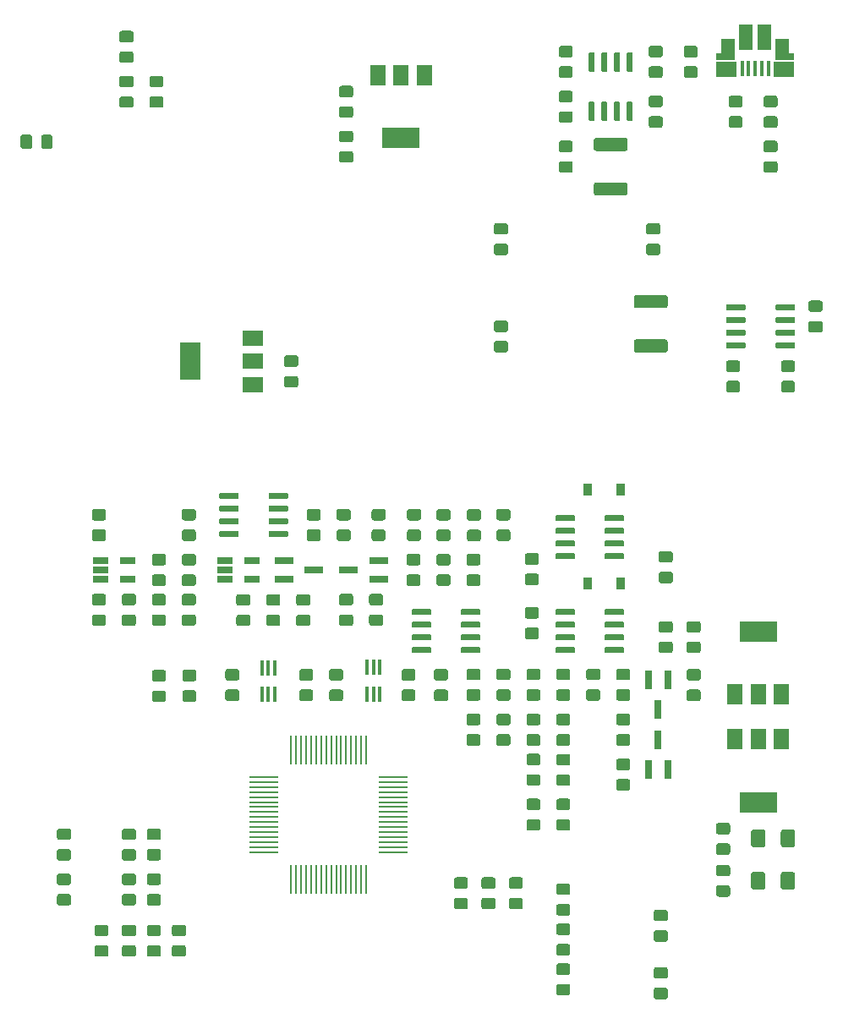
<source format=gbr>
G04 #@! TF.GenerationSoftware,KiCad,Pcbnew,5.1.5-52549c5~84~ubuntu18.04.1*
G04 #@! TF.CreationDate,2020-03-20T10:09:58+00:00*
G04 #@! TF.ProjectId,digiWave,64696769-5761-4766-952e-6b696361645f,rev?*
G04 #@! TF.SameCoordinates,Original*
G04 #@! TF.FileFunction,Paste,Top*
G04 #@! TF.FilePolarity,Positive*
%FSLAX46Y46*%
G04 Gerber Fmt 4.6, Leading zero omitted, Abs format (unit mm)*
G04 Created by KiCad (PCBNEW 5.1.5-52549c5~84~ubuntu18.04.1) date 2020-03-20 10:09:58*
%MOMM*%
%LPD*%
G04 APERTURE LIST*
%ADD10R,1.500000X2.000000*%
%ADD11R,3.800000X2.000000*%
%ADD12R,2.000000X1.500000*%
%ADD13R,2.000000X3.800000*%
%ADD14C,0.100000*%
%ADD15R,1.430000X2.500000*%
%ADD16R,0.400000X1.650000*%
%ADD17R,1.825000X0.700000*%
%ADD18R,1.350000X2.000000*%
%ADD19O,0.250000X3.000000*%
%ADD20O,3.000000X0.250000*%
%ADD21R,1.560000X0.650000*%
%ADD22R,1.900000X0.800000*%
%ADD23R,0.800000X1.900000*%
%ADD24R,0.400000X1.500000*%
%ADD25R,0.900000X1.200000*%
G04 APERTURE END LIST*
D10*
X170300000Y-56350000D03*
X165700000Y-56350000D03*
X168000000Y-56350000D03*
D11*
X168000000Y-62650000D03*
D12*
X153150000Y-87300000D03*
X153150000Y-82700000D03*
X153150000Y-85000000D03*
D13*
X146850000Y-85000000D03*
D14*
G36*
X207314703Y-79295722D02*
G01*
X207329264Y-79297882D01*
X207343543Y-79301459D01*
X207357403Y-79306418D01*
X207370710Y-79312712D01*
X207383336Y-79320280D01*
X207395159Y-79329048D01*
X207406066Y-79338934D01*
X207415952Y-79349841D01*
X207424720Y-79361664D01*
X207432288Y-79374290D01*
X207438582Y-79387597D01*
X207443541Y-79401457D01*
X207447118Y-79415736D01*
X207449278Y-79430297D01*
X207450000Y-79445000D01*
X207450000Y-79745000D01*
X207449278Y-79759703D01*
X207447118Y-79774264D01*
X207443541Y-79788543D01*
X207438582Y-79802403D01*
X207432288Y-79815710D01*
X207424720Y-79828336D01*
X207415952Y-79840159D01*
X207406066Y-79851066D01*
X207395159Y-79860952D01*
X207383336Y-79869720D01*
X207370710Y-79877288D01*
X207357403Y-79883582D01*
X207343543Y-79888541D01*
X207329264Y-79892118D01*
X207314703Y-79894278D01*
X207300000Y-79895000D01*
X205650000Y-79895000D01*
X205635297Y-79894278D01*
X205620736Y-79892118D01*
X205606457Y-79888541D01*
X205592597Y-79883582D01*
X205579290Y-79877288D01*
X205566664Y-79869720D01*
X205554841Y-79860952D01*
X205543934Y-79851066D01*
X205534048Y-79840159D01*
X205525280Y-79828336D01*
X205517712Y-79815710D01*
X205511418Y-79802403D01*
X205506459Y-79788543D01*
X205502882Y-79774264D01*
X205500722Y-79759703D01*
X205500000Y-79745000D01*
X205500000Y-79445000D01*
X205500722Y-79430297D01*
X205502882Y-79415736D01*
X205506459Y-79401457D01*
X205511418Y-79387597D01*
X205517712Y-79374290D01*
X205525280Y-79361664D01*
X205534048Y-79349841D01*
X205543934Y-79338934D01*
X205554841Y-79329048D01*
X205566664Y-79320280D01*
X205579290Y-79312712D01*
X205592597Y-79306418D01*
X205606457Y-79301459D01*
X205620736Y-79297882D01*
X205635297Y-79295722D01*
X205650000Y-79295000D01*
X207300000Y-79295000D01*
X207314703Y-79295722D01*
G37*
G36*
X207314703Y-80565722D02*
G01*
X207329264Y-80567882D01*
X207343543Y-80571459D01*
X207357403Y-80576418D01*
X207370710Y-80582712D01*
X207383336Y-80590280D01*
X207395159Y-80599048D01*
X207406066Y-80608934D01*
X207415952Y-80619841D01*
X207424720Y-80631664D01*
X207432288Y-80644290D01*
X207438582Y-80657597D01*
X207443541Y-80671457D01*
X207447118Y-80685736D01*
X207449278Y-80700297D01*
X207450000Y-80715000D01*
X207450000Y-81015000D01*
X207449278Y-81029703D01*
X207447118Y-81044264D01*
X207443541Y-81058543D01*
X207438582Y-81072403D01*
X207432288Y-81085710D01*
X207424720Y-81098336D01*
X207415952Y-81110159D01*
X207406066Y-81121066D01*
X207395159Y-81130952D01*
X207383336Y-81139720D01*
X207370710Y-81147288D01*
X207357403Y-81153582D01*
X207343543Y-81158541D01*
X207329264Y-81162118D01*
X207314703Y-81164278D01*
X207300000Y-81165000D01*
X205650000Y-81165000D01*
X205635297Y-81164278D01*
X205620736Y-81162118D01*
X205606457Y-81158541D01*
X205592597Y-81153582D01*
X205579290Y-81147288D01*
X205566664Y-81139720D01*
X205554841Y-81130952D01*
X205543934Y-81121066D01*
X205534048Y-81110159D01*
X205525280Y-81098336D01*
X205517712Y-81085710D01*
X205511418Y-81072403D01*
X205506459Y-81058543D01*
X205502882Y-81044264D01*
X205500722Y-81029703D01*
X205500000Y-81015000D01*
X205500000Y-80715000D01*
X205500722Y-80700297D01*
X205502882Y-80685736D01*
X205506459Y-80671457D01*
X205511418Y-80657597D01*
X205517712Y-80644290D01*
X205525280Y-80631664D01*
X205534048Y-80619841D01*
X205543934Y-80608934D01*
X205554841Y-80599048D01*
X205566664Y-80590280D01*
X205579290Y-80582712D01*
X205592597Y-80576418D01*
X205606457Y-80571459D01*
X205620736Y-80567882D01*
X205635297Y-80565722D01*
X205650000Y-80565000D01*
X207300000Y-80565000D01*
X207314703Y-80565722D01*
G37*
G36*
X207314703Y-81835722D02*
G01*
X207329264Y-81837882D01*
X207343543Y-81841459D01*
X207357403Y-81846418D01*
X207370710Y-81852712D01*
X207383336Y-81860280D01*
X207395159Y-81869048D01*
X207406066Y-81878934D01*
X207415952Y-81889841D01*
X207424720Y-81901664D01*
X207432288Y-81914290D01*
X207438582Y-81927597D01*
X207443541Y-81941457D01*
X207447118Y-81955736D01*
X207449278Y-81970297D01*
X207450000Y-81985000D01*
X207450000Y-82285000D01*
X207449278Y-82299703D01*
X207447118Y-82314264D01*
X207443541Y-82328543D01*
X207438582Y-82342403D01*
X207432288Y-82355710D01*
X207424720Y-82368336D01*
X207415952Y-82380159D01*
X207406066Y-82391066D01*
X207395159Y-82400952D01*
X207383336Y-82409720D01*
X207370710Y-82417288D01*
X207357403Y-82423582D01*
X207343543Y-82428541D01*
X207329264Y-82432118D01*
X207314703Y-82434278D01*
X207300000Y-82435000D01*
X205650000Y-82435000D01*
X205635297Y-82434278D01*
X205620736Y-82432118D01*
X205606457Y-82428541D01*
X205592597Y-82423582D01*
X205579290Y-82417288D01*
X205566664Y-82409720D01*
X205554841Y-82400952D01*
X205543934Y-82391066D01*
X205534048Y-82380159D01*
X205525280Y-82368336D01*
X205517712Y-82355710D01*
X205511418Y-82342403D01*
X205506459Y-82328543D01*
X205502882Y-82314264D01*
X205500722Y-82299703D01*
X205500000Y-82285000D01*
X205500000Y-81985000D01*
X205500722Y-81970297D01*
X205502882Y-81955736D01*
X205506459Y-81941457D01*
X205511418Y-81927597D01*
X205517712Y-81914290D01*
X205525280Y-81901664D01*
X205534048Y-81889841D01*
X205543934Y-81878934D01*
X205554841Y-81869048D01*
X205566664Y-81860280D01*
X205579290Y-81852712D01*
X205592597Y-81846418D01*
X205606457Y-81841459D01*
X205620736Y-81837882D01*
X205635297Y-81835722D01*
X205650000Y-81835000D01*
X207300000Y-81835000D01*
X207314703Y-81835722D01*
G37*
G36*
X207314703Y-83105722D02*
G01*
X207329264Y-83107882D01*
X207343543Y-83111459D01*
X207357403Y-83116418D01*
X207370710Y-83122712D01*
X207383336Y-83130280D01*
X207395159Y-83139048D01*
X207406066Y-83148934D01*
X207415952Y-83159841D01*
X207424720Y-83171664D01*
X207432288Y-83184290D01*
X207438582Y-83197597D01*
X207443541Y-83211457D01*
X207447118Y-83225736D01*
X207449278Y-83240297D01*
X207450000Y-83255000D01*
X207450000Y-83555000D01*
X207449278Y-83569703D01*
X207447118Y-83584264D01*
X207443541Y-83598543D01*
X207438582Y-83612403D01*
X207432288Y-83625710D01*
X207424720Y-83638336D01*
X207415952Y-83650159D01*
X207406066Y-83661066D01*
X207395159Y-83670952D01*
X207383336Y-83679720D01*
X207370710Y-83687288D01*
X207357403Y-83693582D01*
X207343543Y-83698541D01*
X207329264Y-83702118D01*
X207314703Y-83704278D01*
X207300000Y-83705000D01*
X205650000Y-83705000D01*
X205635297Y-83704278D01*
X205620736Y-83702118D01*
X205606457Y-83698541D01*
X205592597Y-83693582D01*
X205579290Y-83687288D01*
X205566664Y-83679720D01*
X205554841Y-83670952D01*
X205543934Y-83661066D01*
X205534048Y-83650159D01*
X205525280Y-83638336D01*
X205517712Y-83625710D01*
X205511418Y-83612403D01*
X205506459Y-83598543D01*
X205502882Y-83584264D01*
X205500722Y-83569703D01*
X205500000Y-83555000D01*
X205500000Y-83255000D01*
X205500722Y-83240297D01*
X205502882Y-83225736D01*
X205506459Y-83211457D01*
X205511418Y-83197597D01*
X205517712Y-83184290D01*
X205525280Y-83171664D01*
X205534048Y-83159841D01*
X205543934Y-83148934D01*
X205554841Y-83139048D01*
X205566664Y-83130280D01*
X205579290Y-83122712D01*
X205592597Y-83116418D01*
X205606457Y-83111459D01*
X205620736Y-83107882D01*
X205635297Y-83105722D01*
X205650000Y-83105000D01*
X207300000Y-83105000D01*
X207314703Y-83105722D01*
G37*
G36*
X202364703Y-83105722D02*
G01*
X202379264Y-83107882D01*
X202393543Y-83111459D01*
X202407403Y-83116418D01*
X202420710Y-83122712D01*
X202433336Y-83130280D01*
X202445159Y-83139048D01*
X202456066Y-83148934D01*
X202465952Y-83159841D01*
X202474720Y-83171664D01*
X202482288Y-83184290D01*
X202488582Y-83197597D01*
X202493541Y-83211457D01*
X202497118Y-83225736D01*
X202499278Y-83240297D01*
X202500000Y-83255000D01*
X202500000Y-83555000D01*
X202499278Y-83569703D01*
X202497118Y-83584264D01*
X202493541Y-83598543D01*
X202488582Y-83612403D01*
X202482288Y-83625710D01*
X202474720Y-83638336D01*
X202465952Y-83650159D01*
X202456066Y-83661066D01*
X202445159Y-83670952D01*
X202433336Y-83679720D01*
X202420710Y-83687288D01*
X202407403Y-83693582D01*
X202393543Y-83698541D01*
X202379264Y-83702118D01*
X202364703Y-83704278D01*
X202350000Y-83705000D01*
X200700000Y-83705000D01*
X200685297Y-83704278D01*
X200670736Y-83702118D01*
X200656457Y-83698541D01*
X200642597Y-83693582D01*
X200629290Y-83687288D01*
X200616664Y-83679720D01*
X200604841Y-83670952D01*
X200593934Y-83661066D01*
X200584048Y-83650159D01*
X200575280Y-83638336D01*
X200567712Y-83625710D01*
X200561418Y-83612403D01*
X200556459Y-83598543D01*
X200552882Y-83584264D01*
X200550722Y-83569703D01*
X200550000Y-83555000D01*
X200550000Y-83255000D01*
X200550722Y-83240297D01*
X200552882Y-83225736D01*
X200556459Y-83211457D01*
X200561418Y-83197597D01*
X200567712Y-83184290D01*
X200575280Y-83171664D01*
X200584048Y-83159841D01*
X200593934Y-83148934D01*
X200604841Y-83139048D01*
X200616664Y-83130280D01*
X200629290Y-83122712D01*
X200642597Y-83116418D01*
X200656457Y-83111459D01*
X200670736Y-83107882D01*
X200685297Y-83105722D01*
X200700000Y-83105000D01*
X202350000Y-83105000D01*
X202364703Y-83105722D01*
G37*
G36*
X202364703Y-81835722D02*
G01*
X202379264Y-81837882D01*
X202393543Y-81841459D01*
X202407403Y-81846418D01*
X202420710Y-81852712D01*
X202433336Y-81860280D01*
X202445159Y-81869048D01*
X202456066Y-81878934D01*
X202465952Y-81889841D01*
X202474720Y-81901664D01*
X202482288Y-81914290D01*
X202488582Y-81927597D01*
X202493541Y-81941457D01*
X202497118Y-81955736D01*
X202499278Y-81970297D01*
X202500000Y-81985000D01*
X202500000Y-82285000D01*
X202499278Y-82299703D01*
X202497118Y-82314264D01*
X202493541Y-82328543D01*
X202488582Y-82342403D01*
X202482288Y-82355710D01*
X202474720Y-82368336D01*
X202465952Y-82380159D01*
X202456066Y-82391066D01*
X202445159Y-82400952D01*
X202433336Y-82409720D01*
X202420710Y-82417288D01*
X202407403Y-82423582D01*
X202393543Y-82428541D01*
X202379264Y-82432118D01*
X202364703Y-82434278D01*
X202350000Y-82435000D01*
X200700000Y-82435000D01*
X200685297Y-82434278D01*
X200670736Y-82432118D01*
X200656457Y-82428541D01*
X200642597Y-82423582D01*
X200629290Y-82417288D01*
X200616664Y-82409720D01*
X200604841Y-82400952D01*
X200593934Y-82391066D01*
X200584048Y-82380159D01*
X200575280Y-82368336D01*
X200567712Y-82355710D01*
X200561418Y-82342403D01*
X200556459Y-82328543D01*
X200552882Y-82314264D01*
X200550722Y-82299703D01*
X200550000Y-82285000D01*
X200550000Y-81985000D01*
X200550722Y-81970297D01*
X200552882Y-81955736D01*
X200556459Y-81941457D01*
X200561418Y-81927597D01*
X200567712Y-81914290D01*
X200575280Y-81901664D01*
X200584048Y-81889841D01*
X200593934Y-81878934D01*
X200604841Y-81869048D01*
X200616664Y-81860280D01*
X200629290Y-81852712D01*
X200642597Y-81846418D01*
X200656457Y-81841459D01*
X200670736Y-81837882D01*
X200685297Y-81835722D01*
X200700000Y-81835000D01*
X202350000Y-81835000D01*
X202364703Y-81835722D01*
G37*
G36*
X202364703Y-80565722D02*
G01*
X202379264Y-80567882D01*
X202393543Y-80571459D01*
X202407403Y-80576418D01*
X202420710Y-80582712D01*
X202433336Y-80590280D01*
X202445159Y-80599048D01*
X202456066Y-80608934D01*
X202465952Y-80619841D01*
X202474720Y-80631664D01*
X202482288Y-80644290D01*
X202488582Y-80657597D01*
X202493541Y-80671457D01*
X202497118Y-80685736D01*
X202499278Y-80700297D01*
X202500000Y-80715000D01*
X202500000Y-81015000D01*
X202499278Y-81029703D01*
X202497118Y-81044264D01*
X202493541Y-81058543D01*
X202488582Y-81072403D01*
X202482288Y-81085710D01*
X202474720Y-81098336D01*
X202465952Y-81110159D01*
X202456066Y-81121066D01*
X202445159Y-81130952D01*
X202433336Y-81139720D01*
X202420710Y-81147288D01*
X202407403Y-81153582D01*
X202393543Y-81158541D01*
X202379264Y-81162118D01*
X202364703Y-81164278D01*
X202350000Y-81165000D01*
X200700000Y-81165000D01*
X200685297Y-81164278D01*
X200670736Y-81162118D01*
X200656457Y-81158541D01*
X200642597Y-81153582D01*
X200629290Y-81147288D01*
X200616664Y-81139720D01*
X200604841Y-81130952D01*
X200593934Y-81121066D01*
X200584048Y-81110159D01*
X200575280Y-81098336D01*
X200567712Y-81085710D01*
X200561418Y-81072403D01*
X200556459Y-81058543D01*
X200552882Y-81044264D01*
X200550722Y-81029703D01*
X200550000Y-81015000D01*
X200550000Y-80715000D01*
X200550722Y-80700297D01*
X200552882Y-80685736D01*
X200556459Y-80671457D01*
X200561418Y-80657597D01*
X200567712Y-80644290D01*
X200575280Y-80631664D01*
X200584048Y-80619841D01*
X200593934Y-80608934D01*
X200604841Y-80599048D01*
X200616664Y-80590280D01*
X200629290Y-80582712D01*
X200642597Y-80576418D01*
X200656457Y-80571459D01*
X200670736Y-80567882D01*
X200685297Y-80565722D01*
X200700000Y-80565000D01*
X202350000Y-80565000D01*
X202364703Y-80565722D01*
G37*
G36*
X202364703Y-79295722D02*
G01*
X202379264Y-79297882D01*
X202393543Y-79301459D01*
X202407403Y-79306418D01*
X202420710Y-79312712D01*
X202433336Y-79320280D01*
X202445159Y-79329048D01*
X202456066Y-79338934D01*
X202465952Y-79349841D01*
X202474720Y-79361664D01*
X202482288Y-79374290D01*
X202488582Y-79387597D01*
X202493541Y-79401457D01*
X202497118Y-79415736D01*
X202499278Y-79430297D01*
X202500000Y-79445000D01*
X202500000Y-79745000D01*
X202499278Y-79759703D01*
X202497118Y-79774264D01*
X202493541Y-79788543D01*
X202488582Y-79802403D01*
X202482288Y-79815710D01*
X202474720Y-79828336D01*
X202465952Y-79840159D01*
X202456066Y-79851066D01*
X202445159Y-79860952D01*
X202433336Y-79869720D01*
X202420710Y-79877288D01*
X202407403Y-79883582D01*
X202393543Y-79888541D01*
X202379264Y-79892118D01*
X202364703Y-79894278D01*
X202350000Y-79895000D01*
X200700000Y-79895000D01*
X200685297Y-79894278D01*
X200670736Y-79892118D01*
X200656457Y-79888541D01*
X200642597Y-79883582D01*
X200629290Y-79877288D01*
X200616664Y-79869720D01*
X200604841Y-79860952D01*
X200593934Y-79851066D01*
X200584048Y-79840159D01*
X200575280Y-79828336D01*
X200567712Y-79815710D01*
X200561418Y-79802403D01*
X200556459Y-79788543D01*
X200552882Y-79774264D01*
X200550722Y-79759703D01*
X200550000Y-79745000D01*
X200550000Y-79445000D01*
X200550722Y-79430297D01*
X200552882Y-79415736D01*
X200556459Y-79401457D01*
X200561418Y-79387597D01*
X200567712Y-79374290D01*
X200575280Y-79361664D01*
X200584048Y-79349841D01*
X200593934Y-79338934D01*
X200604841Y-79329048D01*
X200616664Y-79320280D01*
X200629290Y-79312712D01*
X200642597Y-79306418D01*
X200656457Y-79301459D01*
X200670736Y-79297882D01*
X200685297Y-79295722D01*
X200700000Y-79295000D01*
X202350000Y-79295000D01*
X202364703Y-79295722D01*
G37*
G36*
X187259703Y-54050722D02*
G01*
X187274264Y-54052882D01*
X187288543Y-54056459D01*
X187302403Y-54061418D01*
X187315710Y-54067712D01*
X187328336Y-54075280D01*
X187340159Y-54084048D01*
X187351066Y-54093934D01*
X187360952Y-54104841D01*
X187369720Y-54116664D01*
X187377288Y-54129290D01*
X187383582Y-54142597D01*
X187388541Y-54156457D01*
X187392118Y-54170736D01*
X187394278Y-54185297D01*
X187395000Y-54200000D01*
X187395000Y-55850000D01*
X187394278Y-55864703D01*
X187392118Y-55879264D01*
X187388541Y-55893543D01*
X187383582Y-55907403D01*
X187377288Y-55920710D01*
X187369720Y-55933336D01*
X187360952Y-55945159D01*
X187351066Y-55956066D01*
X187340159Y-55965952D01*
X187328336Y-55974720D01*
X187315710Y-55982288D01*
X187302403Y-55988582D01*
X187288543Y-55993541D01*
X187274264Y-55997118D01*
X187259703Y-55999278D01*
X187245000Y-56000000D01*
X186945000Y-56000000D01*
X186930297Y-55999278D01*
X186915736Y-55997118D01*
X186901457Y-55993541D01*
X186887597Y-55988582D01*
X186874290Y-55982288D01*
X186861664Y-55974720D01*
X186849841Y-55965952D01*
X186838934Y-55956066D01*
X186829048Y-55945159D01*
X186820280Y-55933336D01*
X186812712Y-55920710D01*
X186806418Y-55907403D01*
X186801459Y-55893543D01*
X186797882Y-55879264D01*
X186795722Y-55864703D01*
X186795000Y-55850000D01*
X186795000Y-54200000D01*
X186795722Y-54185297D01*
X186797882Y-54170736D01*
X186801459Y-54156457D01*
X186806418Y-54142597D01*
X186812712Y-54129290D01*
X186820280Y-54116664D01*
X186829048Y-54104841D01*
X186838934Y-54093934D01*
X186849841Y-54084048D01*
X186861664Y-54075280D01*
X186874290Y-54067712D01*
X186887597Y-54061418D01*
X186901457Y-54056459D01*
X186915736Y-54052882D01*
X186930297Y-54050722D01*
X186945000Y-54050000D01*
X187245000Y-54050000D01*
X187259703Y-54050722D01*
G37*
G36*
X188529703Y-54050722D02*
G01*
X188544264Y-54052882D01*
X188558543Y-54056459D01*
X188572403Y-54061418D01*
X188585710Y-54067712D01*
X188598336Y-54075280D01*
X188610159Y-54084048D01*
X188621066Y-54093934D01*
X188630952Y-54104841D01*
X188639720Y-54116664D01*
X188647288Y-54129290D01*
X188653582Y-54142597D01*
X188658541Y-54156457D01*
X188662118Y-54170736D01*
X188664278Y-54185297D01*
X188665000Y-54200000D01*
X188665000Y-55850000D01*
X188664278Y-55864703D01*
X188662118Y-55879264D01*
X188658541Y-55893543D01*
X188653582Y-55907403D01*
X188647288Y-55920710D01*
X188639720Y-55933336D01*
X188630952Y-55945159D01*
X188621066Y-55956066D01*
X188610159Y-55965952D01*
X188598336Y-55974720D01*
X188585710Y-55982288D01*
X188572403Y-55988582D01*
X188558543Y-55993541D01*
X188544264Y-55997118D01*
X188529703Y-55999278D01*
X188515000Y-56000000D01*
X188215000Y-56000000D01*
X188200297Y-55999278D01*
X188185736Y-55997118D01*
X188171457Y-55993541D01*
X188157597Y-55988582D01*
X188144290Y-55982288D01*
X188131664Y-55974720D01*
X188119841Y-55965952D01*
X188108934Y-55956066D01*
X188099048Y-55945159D01*
X188090280Y-55933336D01*
X188082712Y-55920710D01*
X188076418Y-55907403D01*
X188071459Y-55893543D01*
X188067882Y-55879264D01*
X188065722Y-55864703D01*
X188065000Y-55850000D01*
X188065000Y-54200000D01*
X188065722Y-54185297D01*
X188067882Y-54170736D01*
X188071459Y-54156457D01*
X188076418Y-54142597D01*
X188082712Y-54129290D01*
X188090280Y-54116664D01*
X188099048Y-54104841D01*
X188108934Y-54093934D01*
X188119841Y-54084048D01*
X188131664Y-54075280D01*
X188144290Y-54067712D01*
X188157597Y-54061418D01*
X188171457Y-54056459D01*
X188185736Y-54052882D01*
X188200297Y-54050722D01*
X188215000Y-54050000D01*
X188515000Y-54050000D01*
X188529703Y-54050722D01*
G37*
G36*
X189799703Y-54050722D02*
G01*
X189814264Y-54052882D01*
X189828543Y-54056459D01*
X189842403Y-54061418D01*
X189855710Y-54067712D01*
X189868336Y-54075280D01*
X189880159Y-54084048D01*
X189891066Y-54093934D01*
X189900952Y-54104841D01*
X189909720Y-54116664D01*
X189917288Y-54129290D01*
X189923582Y-54142597D01*
X189928541Y-54156457D01*
X189932118Y-54170736D01*
X189934278Y-54185297D01*
X189935000Y-54200000D01*
X189935000Y-55850000D01*
X189934278Y-55864703D01*
X189932118Y-55879264D01*
X189928541Y-55893543D01*
X189923582Y-55907403D01*
X189917288Y-55920710D01*
X189909720Y-55933336D01*
X189900952Y-55945159D01*
X189891066Y-55956066D01*
X189880159Y-55965952D01*
X189868336Y-55974720D01*
X189855710Y-55982288D01*
X189842403Y-55988582D01*
X189828543Y-55993541D01*
X189814264Y-55997118D01*
X189799703Y-55999278D01*
X189785000Y-56000000D01*
X189485000Y-56000000D01*
X189470297Y-55999278D01*
X189455736Y-55997118D01*
X189441457Y-55993541D01*
X189427597Y-55988582D01*
X189414290Y-55982288D01*
X189401664Y-55974720D01*
X189389841Y-55965952D01*
X189378934Y-55956066D01*
X189369048Y-55945159D01*
X189360280Y-55933336D01*
X189352712Y-55920710D01*
X189346418Y-55907403D01*
X189341459Y-55893543D01*
X189337882Y-55879264D01*
X189335722Y-55864703D01*
X189335000Y-55850000D01*
X189335000Y-54200000D01*
X189335722Y-54185297D01*
X189337882Y-54170736D01*
X189341459Y-54156457D01*
X189346418Y-54142597D01*
X189352712Y-54129290D01*
X189360280Y-54116664D01*
X189369048Y-54104841D01*
X189378934Y-54093934D01*
X189389841Y-54084048D01*
X189401664Y-54075280D01*
X189414290Y-54067712D01*
X189427597Y-54061418D01*
X189441457Y-54056459D01*
X189455736Y-54052882D01*
X189470297Y-54050722D01*
X189485000Y-54050000D01*
X189785000Y-54050000D01*
X189799703Y-54050722D01*
G37*
G36*
X191069703Y-54050722D02*
G01*
X191084264Y-54052882D01*
X191098543Y-54056459D01*
X191112403Y-54061418D01*
X191125710Y-54067712D01*
X191138336Y-54075280D01*
X191150159Y-54084048D01*
X191161066Y-54093934D01*
X191170952Y-54104841D01*
X191179720Y-54116664D01*
X191187288Y-54129290D01*
X191193582Y-54142597D01*
X191198541Y-54156457D01*
X191202118Y-54170736D01*
X191204278Y-54185297D01*
X191205000Y-54200000D01*
X191205000Y-55850000D01*
X191204278Y-55864703D01*
X191202118Y-55879264D01*
X191198541Y-55893543D01*
X191193582Y-55907403D01*
X191187288Y-55920710D01*
X191179720Y-55933336D01*
X191170952Y-55945159D01*
X191161066Y-55956066D01*
X191150159Y-55965952D01*
X191138336Y-55974720D01*
X191125710Y-55982288D01*
X191112403Y-55988582D01*
X191098543Y-55993541D01*
X191084264Y-55997118D01*
X191069703Y-55999278D01*
X191055000Y-56000000D01*
X190755000Y-56000000D01*
X190740297Y-55999278D01*
X190725736Y-55997118D01*
X190711457Y-55993541D01*
X190697597Y-55988582D01*
X190684290Y-55982288D01*
X190671664Y-55974720D01*
X190659841Y-55965952D01*
X190648934Y-55956066D01*
X190639048Y-55945159D01*
X190630280Y-55933336D01*
X190622712Y-55920710D01*
X190616418Y-55907403D01*
X190611459Y-55893543D01*
X190607882Y-55879264D01*
X190605722Y-55864703D01*
X190605000Y-55850000D01*
X190605000Y-54200000D01*
X190605722Y-54185297D01*
X190607882Y-54170736D01*
X190611459Y-54156457D01*
X190616418Y-54142597D01*
X190622712Y-54129290D01*
X190630280Y-54116664D01*
X190639048Y-54104841D01*
X190648934Y-54093934D01*
X190659841Y-54084048D01*
X190671664Y-54075280D01*
X190684290Y-54067712D01*
X190697597Y-54061418D01*
X190711457Y-54056459D01*
X190725736Y-54052882D01*
X190740297Y-54050722D01*
X190755000Y-54050000D01*
X191055000Y-54050000D01*
X191069703Y-54050722D01*
G37*
G36*
X191069703Y-59000722D02*
G01*
X191084264Y-59002882D01*
X191098543Y-59006459D01*
X191112403Y-59011418D01*
X191125710Y-59017712D01*
X191138336Y-59025280D01*
X191150159Y-59034048D01*
X191161066Y-59043934D01*
X191170952Y-59054841D01*
X191179720Y-59066664D01*
X191187288Y-59079290D01*
X191193582Y-59092597D01*
X191198541Y-59106457D01*
X191202118Y-59120736D01*
X191204278Y-59135297D01*
X191205000Y-59150000D01*
X191205000Y-60800000D01*
X191204278Y-60814703D01*
X191202118Y-60829264D01*
X191198541Y-60843543D01*
X191193582Y-60857403D01*
X191187288Y-60870710D01*
X191179720Y-60883336D01*
X191170952Y-60895159D01*
X191161066Y-60906066D01*
X191150159Y-60915952D01*
X191138336Y-60924720D01*
X191125710Y-60932288D01*
X191112403Y-60938582D01*
X191098543Y-60943541D01*
X191084264Y-60947118D01*
X191069703Y-60949278D01*
X191055000Y-60950000D01*
X190755000Y-60950000D01*
X190740297Y-60949278D01*
X190725736Y-60947118D01*
X190711457Y-60943541D01*
X190697597Y-60938582D01*
X190684290Y-60932288D01*
X190671664Y-60924720D01*
X190659841Y-60915952D01*
X190648934Y-60906066D01*
X190639048Y-60895159D01*
X190630280Y-60883336D01*
X190622712Y-60870710D01*
X190616418Y-60857403D01*
X190611459Y-60843543D01*
X190607882Y-60829264D01*
X190605722Y-60814703D01*
X190605000Y-60800000D01*
X190605000Y-59150000D01*
X190605722Y-59135297D01*
X190607882Y-59120736D01*
X190611459Y-59106457D01*
X190616418Y-59092597D01*
X190622712Y-59079290D01*
X190630280Y-59066664D01*
X190639048Y-59054841D01*
X190648934Y-59043934D01*
X190659841Y-59034048D01*
X190671664Y-59025280D01*
X190684290Y-59017712D01*
X190697597Y-59011418D01*
X190711457Y-59006459D01*
X190725736Y-59002882D01*
X190740297Y-59000722D01*
X190755000Y-59000000D01*
X191055000Y-59000000D01*
X191069703Y-59000722D01*
G37*
G36*
X189799703Y-59000722D02*
G01*
X189814264Y-59002882D01*
X189828543Y-59006459D01*
X189842403Y-59011418D01*
X189855710Y-59017712D01*
X189868336Y-59025280D01*
X189880159Y-59034048D01*
X189891066Y-59043934D01*
X189900952Y-59054841D01*
X189909720Y-59066664D01*
X189917288Y-59079290D01*
X189923582Y-59092597D01*
X189928541Y-59106457D01*
X189932118Y-59120736D01*
X189934278Y-59135297D01*
X189935000Y-59150000D01*
X189935000Y-60800000D01*
X189934278Y-60814703D01*
X189932118Y-60829264D01*
X189928541Y-60843543D01*
X189923582Y-60857403D01*
X189917288Y-60870710D01*
X189909720Y-60883336D01*
X189900952Y-60895159D01*
X189891066Y-60906066D01*
X189880159Y-60915952D01*
X189868336Y-60924720D01*
X189855710Y-60932288D01*
X189842403Y-60938582D01*
X189828543Y-60943541D01*
X189814264Y-60947118D01*
X189799703Y-60949278D01*
X189785000Y-60950000D01*
X189485000Y-60950000D01*
X189470297Y-60949278D01*
X189455736Y-60947118D01*
X189441457Y-60943541D01*
X189427597Y-60938582D01*
X189414290Y-60932288D01*
X189401664Y-60924720D01*
X189389841Y-60915952D01*
X189378934Y-60906066D01*
X189369048Y-60895159D01*
X189360280Y-60883336D01*
X189352712Y-60870710D01*
X189346418Y-60857403D01*
X189341459Y-60843543D01*
X189337882Y-60829264D01*
X189335722Y-60814703D01*
X189335000Y-60800000D01*
X189335000Y-59150000D01*
X189335722Y-59135297D01*
X189337882Y-59120736D01*
X189341459Y-59106457D01*
X189346418Y-59092597D01*
X189352712Y-59079290D01*
X189360280Y-59066664D01*
X189369048Y-59054841D01*
X189378934Y-59043934D01*
X189389841Y-59034048D01*
X189401664Y-59025280D01*
X189414290Y-59017712D01*
X189427597Y-59011418D01*
X189441457Y-59006459D01*
X189455736Y-59002882D01*
X189470297Y-59000722D01*
X189485000Y-59000000D01*
X189785000Y-59000000D01*
X189799703Y-59000722D01*
G37*
G36*
X188529703Y-59000722D02*
G01*
X188544264Y-59002882D01*
X188558543Y-59006459D01*
X188572403Y-59011418D01*
X188585710Y-59017712D01*
X188598336Y-59025280D01*
X188610159Y-59034048D01*
X188621066Y-59043934D01*
X188630952Y-59054841D01*
X188639720Y-59066664D01*
X188647288Y-59079290D01*
X188653582Y-59092597D01*
X188658541Y-59106457D01*
X188662118Y-59120736D01*
X188664278Y-59135297D01*
X188665000Y-59150000D01*
X188665000Y-60800000D01*
X188664278Y-60814703D01*
X188662118Y-60829264D01*
X188658541Y-60843543D01*
X188653582Y-60857403D01*
X188647288Y-60870710D01*
X188639720Y-60883336D01*
X188630952Y-60895159D01*
X188621066Y-60906066D01*
X188610159Y-60915952D01*
X188598336Y-60924720D01*
X188585710Y-60932288D01*
X188572403Y-60938582D01*
X188558543Y-60943541D01*
X188544264Y-60947118D01*
X188529703Y-60949278D01*
X188515000Y-60950000D01*
X188215000Y-60950000D01*
X188200297Y-60949278D01*
X188185736Y-60947118D01*
X188171457Y-60943541D01*
X188157597Y-60938582D01*
X188144290Y-60932288D01*
X188131664Y-60924720D01*
X188119841Y-60915952D01*
X188108934Y-60906066D01*
X188099048Y-60895159D01*
X188090280Y-60883336D01*
X188082712Y-60870710D01*
X188076418Y-60857403D01*
X188071459Y-60843543D01*
X188067882Y-60829264D01*
X188065722Y-60814703D01*
X188065000Y-60800000D01*
X188065000Y-59150000D01*
X188065722Y-59135297D01*
X188067882Y-59120736D01*
X188071459Y-59106457D01*
X188076418Y-59092597D01*
X188082712Y-59079290D01*
X188090280Y-59066664D01*
X188099048Y-59054841D01*
X188108934Y-59043934D01*
X188119841Y-59034048D01*
X188131664Y-59025280D01*
X188144290Y-59017712D01*
X188157597Y-59011418D01*
X188171457Y-59006459D01*
X188185736Y-59002882D01*
X188200297Y-59000722D01*
X188215000Y-59000000D01*
X188515000Y-59000000D01*
X188529703Y-59000722D01*
G37*
G36*
X187259703Y-59000722D02*
G01*
X187274264Y-59002882D01*
X187288543Y-59006459D01*
X187302403Y-59011418D01*
X187315710Y-59017712D01*
X187328336Y-59025280D01*
X187340159Y-59034048D01*
X187351066Y-59043934D01*
X187360952Y-59054841D01*
X187369720Y-59066664D01*
X187377288Y-59079290D01*
X187383582Y-59092597D01*
X187388541Y-59106457D01*
X187392118Y-59120736D01*
X187394278Y-59135297D01*
X187395000Y-59150000D01*
X187395000Y-60800000D01*
X187394278Y-60814703D01*
X187392118Y-60829264D01*
X187388541Y-60843543D01*
X187383582Y-60857403D01*
X187377288Y-60870710D01*
X187369720Y-60883336D01*
X187360952Y-60895159D01*
X187351066Y-60906066D01*
X187340159Y-60915952D01*
X187328336Y-60924720D01*
X187315710Y-60932288D01*
X187302403Y-60938582D01*
X187288543Y-60943541D01*
X187274264Y-60947118D01*
X187259703Y-60949278D01*
X187245000Y-60950000D01*
X186945000Y-60950000D01*
X186930297Y-60949278D01*
X186915736Y-60947118D01*
X186901457Y-60943541D01*
X186887597Y-60938582D01*
X186874290Y-60932288D01*
X186861664Y-60924720D01*
X186849841Y-60915952D01*
X186838934Y-60906066D01*
X186829048Y-60895159D01*
X186820280Y-60883336D01*
X186812712Y-60870710D01*
X186806418Y-60857403D01*
X186801459Y-60843543D01*
X186797882Y-60829264D01*
X186795722Y-60814703D01*
X186795000Y-60800000D01*
X186795000Y-59150000D01*
X186795722Y-59135297D01*
X186797882Y-59120736D01*
X186801459Y-59106457D01*
X186806418Y-59092597D01*
X186812712Y-59079290D01*
X186820280Y-59066664D01*
X186829048Y-59054841D01*
X186838934Y-59043934D01*
X186849841Y-59034048D01*
X186861664Y-59025280D01*
X186874290Y-59017712D01*
X186887597Y-59011418D01*
X186901457Y-59006459D01*
X186915736Y-59002882D01*
X186930297Y-59000722D01*
X186945000Y-59000000D01*
X187245000Y-59000000D01*
X187259703Y-59000722D01*
G37*
G36*
X205474505Y-58401204D02*
G01*
X205498773Y-58404804D01*
X205522572Y-58410765D01*
X205545671Y-58419030D01*
X205567850Y-58429520D01*
X205588893Y-58442132D01*
X205608599Y-58456747D01*
X205626777Y-58473223D01*
X205643253Y-58491401D01*
X205657868Y-58511107D01*
X205670480Y-58532150D01*
X205680970Y-58554329D01*
X205689235Y-58577428D01*
X205695196Y-58601227D01*
X205698796Y-58625495D01*
X205700000Y-58649999D01*
X205700000Y-59300001D01*
X205698796Y-59324505D01*
X205695196Y-59348773D01*
X205689235Y-59372572D01*
X205680970Y-59395671D01*
X205670480Y-59417850D01*
X205657868Y-59438893D01*
X205643253Y-59458599D01*
X205626777Y-59476777D01*
X205608599Y-59493253D01*
X205588893Y-59507868D01*
X205567850Y-59520480D01*
X205545671Y-59530970D01*
X205522572Y-59539235D01*
X205498773Y-59545196D01*
X205474505Y-59548796D01*
X205450001Y-59550000D01*
X204549999Y-59550000D01*
X204525495Y-59548796D01*
X204501227Y-59545196D01*
X204477428Y-59539235D01*
X204454329Y-59530970D01*
X204432150Y-59520480D01*
X204411107Y-59507868D01*
X204391401Y-59493253D01*
X204373223Y-59476777D01*
X204356747Y-59458599D01*
X204342132Y-59438893D01*
X204329520Y-59417850D01*
X204319030Y-59395671D01*
X204310765Y-59372572D01*
X204304804Y-59348773D01*
X204301204Y-59324505D01*
X204300000Y-59300001D01*
X204300000Y-58649999D01*
X204301204Y-58625495D01*
X204304804Y-58601227D01*
X204310765Y-58577428D01*
X204319030Y-58554329D01*
X204329520Y-58532150D01*
X204342132Y-58511107D01*
X204356747Y-58491401D01*
X204373223Y-58473223D01*
X204391401Y-58456747D01*
X204411107Y-58442132D01*
X204432150Y-58429520D01*
X204454329Y-58419030D01*
X204477428Y-58410765D01*
X204501227Y-58404804D01*
X204525495Y-58401204D01*
X204549999Y-58400000D01*
X205450001Y-58400000D01*
X205474505Y-58401204D01*
G37*
G36*
X205474505Y-60451204D02*
G01*
X205498773Y-60454804D01*
X205522572Y-60460765D01*
X205545671Y-60469030D01*
X205567850Y-60479520D01*
X205588893Y-60492132D01*
X205608599Y-60506747D01*
X205626777Y-60523223D01*
X205643253Y-60541401D01*
X205657868Y-60561107D01*
X205670480Y-60582150D01*
X205680970Y-60604329D01*
X205689235Y-60627428D01*
X205695196Y-60651227D01*
X205698796Y-60675495D01*
X205700000Y-60699999D01*
X205700000Y-61350001D01*
X205698796Y-61374505D01*
X205695196Y-61398773D01*
X205689235Y-61422572D01*
X205680970Y-61445671D01*
X205670480Y-61467850D01*
X205657868Y-61488893D01*
X205643253Y-61508599D01*
X205626777Y-61526777D01*
X205608599Y-61543253D01*
X205588893Y-61557868D01*
X205567850Y-61570480D01*
X205545671Y-61580970D01*
X205522572Y-61589235D01*
X205498773Y-61595196D01*
X205474505Y-61598796D01*
X205450001Y-61600000D01*
X204549999Y-61600000D01*
X204525495Y-61598796D01*
X204501227Y-61595196D01*
X204477428Y-61589235D01*
X204454329Y-61580970D01*
X204432150Y-61570480D01*
X204411107Y-61557868D01*
X204391401Y-61543253D01*
X204373223Y-61526777D01*
X204356747Y-61508599D01*
X204342132Y-61488893D01*
X204329520Y-61467850D01*
X204319030Y-61445671D01*
X204310765Y-61422572D01*
X204304804Y-61398773D01*
X204301204Y-61374505D01*
X204300000Y-61350001D01*
X204300000Y-60699999D01*
X204301204Y-60675495D01*
X204304804Y-60651227D01*
X204310765Y-60627428D01*
X204319030Y-60604329D01*
X204329520Y-60582150D01*
X204342132Y-60561107D01*
X204356747Y-60541401D01*
X204373223Y-60523223D01*
X204391401Y-60506747D01*
X204411107Y-60492132D01*
X204432150Y-60479520D01*
X204454329Y-60469030D01*
X204477428Y-60460765D01*
X204501227Y-60454804D01*
X204525495Y-60451204D01*
X204549999Y-60450000D01*
X205450001Y-60450000D01*
X205474505Y-60451204D01*
G37*
G36*
X201974505Y-60451204D02*
G01*
X201998773Y-60454804D01*
X202022572Y-60460765D01*
X202045671Y-60469030D01*
X202067850Y-60479520D01*
X202088893Y-60492132D01*
X202108599Y-60506747D01*
X202126777Y-60523223D01*
X202143253Y-60541401D01*
X202157868Y-60561107D01*
X202170480Y-60582150D01*
X202180970Y-60604329D01*
X202189235Y-60627428D01*
X202195196Y-60651227D01*
X202198796Y-60675495D01*
X202200000Y-60699999D01*
X202200000Y-61350001D01*
X202198796Y-61374505D01*
X202195196Y-61398773D01*
X202189235Y-61422572D01*
X202180970Y-61445671D01*
X202170480Y-61467850D01*
X202157868Y-61488893D01*
X202143253Y-61508599D01*
X202126777Y-61526777D01*
X202108599Y-61543253D01*
X202088893Y-61557868D01*
X202067850Y-61570480D01*
X202045671Y-61580970D01*
X202022572Y-61589235D01*
X201998773Y-61595196D01*
X201974505Y-61598796D01*
X201950001Y-61600000D01*
X201049999Y-61600000D01*
X201025495Y-61598796D01*
X201001227Y-61595196D01*
X200977428Y-61589235D01*
X200954329Y-61580970D01*
X200932150Y-61570480D01*
X200911107Y-61557868D01*
X200891401Y-61543253D01*
X200873223Y-61526777D01*
X200856747Y-61508599D01*
X200842132Y-61488893D01*
X200829520Y-61467850D01*
X200819030Y-61445671D01*
X200810765Y-61422572D01*
X200804804Y-61398773D01*
X200801204Y-61374505D01*
X200800000Y-61350001D01*
X200800000Y-60699999D01*
X200801204Y-60675495D01*
X200804804Y-60651227D01*
X200810765Y-60627428D01*
X200819030Y-60604329D01*
X200829520Y-60582150D01*
X200842132Y-60561107D01*
X200856747Y-60541401D01*
X200873223Y-60523223D01*
X200891401Y-60506747D01*
X200911107Y-60492132D01*
X200932150Y-60479520D01*
X200954329Y-60469030D01*
X200977428Y-60460765D01*
X201001227Y-60454804D01*
X201025495Y-60451204D01*
X201049999Y-60450000D01*
X201950001Y-60450000D01*
X201974505Y-60451204D01*
G37*
G36*
X201974505Y-58401204D02*
G01*
X201998773Y-58404804D01*
X202022572Y-58410765D01*
X202045671Y-58419030D01*
X202067850Y-58429520D01*
X202088893Y-58442132D01*
X202108599Y-58456747D01*
X202126777Y-58473223D01*
X202143253Y-58491401D01*
X202157868Y-58511107D01*
X202170480Y-58532150D01*
X202180970Y-58554329D01*
X202189235Y-58577428D01*
X202195196Y-58601227D01*
X202198796Y-58625495D01*
X202200000Y-58649999D01*
X202200000Y-59300001D01*
X202198796Y-59324505D01*
X202195196Y-59348773D01*
X202189235Y-59372572D01*
X202180970Y-59395671D01*
X202170480Y-59417850D01*
X202157868Y-59438893D01*
X202143253Y-59458599D01*
X202126777Y-59476777D01*
X202108599Y-59493253D01*
X202088893Y-59507868D01*
X202067850Y-59520480D01*
X202045671Y-59530970D01*
X202022572Y-59539235D01*
X201998773Y-59545196D01*
X201974505Y-59548796D01*
X201950001Y-59550000D01*
X201049999Y-59550000D01*
X201025495Y-59548796D01*
X201001227Y-59545196D01*
X200977428Y-59539235D01*
X200954329Y-59530970D01*
X200932150Y-59520480D01*
X200911107Y-59507868D01*
X200891401Y-59493253D01*
X200873223Y-59476777D01*
X200856747Y-59458599D01*
X200842132Y-59438893D01*
X200829520Y-59417850D01*
X200819030Y-59395671D01*
X200810765Y-59372572D01*
X200804804Y-59348773D01*
X200801204Y-59324505D01*
X200800000Y-59300001D01*
X200800000Y-58649999D01*
X200801204Y-58625495D01*
X200804804Y-58601227D01*
X200810765Y-58577428D01*
X200819030Y-58554329D01*
X200829520Y-58532150D01*
X200842132Y-58511107D01*
X200856747Y-58491401D01*
X200873223Y-58473223D01*
X200891401Y-58456747D01*
X200911107Y-58442132D01*
X200932150Y-58429520D01*
X200954329Y-58419030D01*
X200977428Y-58410765D01*
X201001227Y-58404804D01*
X201025495Y-58401204D01*
X201049999Y-58400000D01*
X201950001Y-58400000D01*
X201974505Y-58401204D01*
G37*
G36*
X132874505Y-62301204D02*
G01*
X132898773Y-62304804D01*
X132922572Y-62310765D01*
X132945671Y-62319030D01*
X132967850Y-62329520D01*
X132988893Y-62342132D01*
X133008599Y-62356747D01*
X133026777Y-62373223D01*
X133043253Y-62391401D01*
X133057868Y-62411107D01*
X133070480Y-62432150D01*
X133080970Y-62454329D01*
X133089235Y-62477428D01*
X133095196Y-62501227D01*
X133098796Y-62525495D01*
X133100000Y-62549999D01*
X133100000Y-63450001D01*
X133098796Y-63474505D01*
X133095196Y-63498773D01*
X133089235Y-63522572D01*
X133080970Y-63545671D01*
X133070480Y-63567850D01*
X133057868Y-63588893D01*
X133043253Y-63608599D01*
X133026777Y-63626777D01*
X133008599Y-63643253D01*
X132988893Y-63657868D01*
X132967850Y-63670480D01*
X132945671Y-63680970D01*
X132922572Y-63689235D01*
X132898773Y-63695196D01*
X132874505Y-63698796D01*
X132850001Y-63700000D01*
X132199999Y-63700000D01*
X132175495Y-63698796D01*
X132151227Y-63695196D01*
X132127428Y-63689235D01*
X132104329Y-63680970D01*
X132082150Y-63670480D01*
X132061107Y-63657868D01*
X132041401Y-63643253D01*
X132023223Y-63626777D01*
X132006747Y-63608599D01*
X131992132Y-63588893D01*
X131979520Y-63567850D01*
X131969030Y-63545671D01*
X131960765Y-63522572D01*
X131954804Y-63498773D01*
X131951204Y-63474505D01*
X131950000Y-63450001D01*
X131950000Y-62549999D01*
X131951204Y-62525495D01*
X131954804Y-62501227D01*
X131960765Y-62477428D01*
X131969030Y-62454329D01*
X131979520Y-62432150D01*
X131992132Y-62411107D01*
X132006747Y-62391401D01*
X132023223Y-62373223D01*
X132041401Y-62356747D01*
X132061107Y-62342132D01*
X132082150Y-62329520D01*
X132104329Y-62319030D01*
X132127428Y-62310765D01*
X132151227Y-62304804D01*
X132175495Y-62301204D01*
X132199999Y-62300000D01*
X132850001Y-62300000D01*
X132874505Y-62301204D01*
G37*
G36*
X130824505Y-62301204D02*
G01*
X130848773Y-62304804D01*
X130872572Y-62310765D01*
X130895671Y-62319030D01*
X130917850Y-62329520D01*
X130938893Y-62342132D01*
X130958599Y-62356747D01*
X130976777Y-62373223D01*
X130993253Y-62391401D01*
X131007868Y-62411107D01*
X131020480Y-62432150D01*
X131030970Y-62454329D01*
X131039235Y-62477428D01*
X131045196Y-62501227D01*
X131048796Y-62525495D01*
X131050000Y-62549999D01*
X131050000Y-63450001D01*
X131048796Y-63474505D01*
X131045196Y-63498773D01*
X131039235Y-63522572D01*
X131030970Y-63545671D01*
X131020480Y-63567850D01*
X131007868Y-63588893D01*
X130993253Y-63608599D01*
X130976777Y-63626777D01*
X130958599Y-63643253D01*
X130938893Y-63657868D01*
X130917850Y-63670480D01*
X130895671Y-63680970D01*
X130872572Y-63689235D01*
X130848773Y-63695196D01*
X130824505Y-63698796D01*
X130800001Y-63700000D01*
X130149999Y-63700000D01*
X130125495Y-63698796D01*
X130101227Y-63695196D01*
X130077428Y-63689235D01*
X130054329Y-63680970D01*
X130032150Y-63670480D01*
X130011107Y-63657868D01*
X129991401Y-63643253D01*
X129973223Y-63626777D01*
X129956747Y-63608599D01*
X129942132Y-63588893D01*
X129929520Y-63567850D01*
X129919030Y-63545671D01*
X129910765Y-63522572D01*
X129904804Y-63498773D01*
X129901204Y-63474505D01*
X129900000Y-63450001D01*
X129900000Y-62549999D01*
X129901204Y-62525495D01*
X129904804Y-62501227D01*
X129910765Y-62477428D01*
X129919030Y-62454329D01*
X129929520Y-62432150D01*
X129942132Y-62411107D01*
X129956747Y-62391401D01*
X129973223Y-62373223D01*
X129991401Y-62356747D01*
X130011107Y-62342132D01*
X130032150Y-62329520D01*
X130054329Y-62319030D01*
X130077428Y-62310765D01*
X130101227Y-62304804D01*
X130125495Y-62301204D01*
X130149999Y-62300000D01*
X130800001Y-62300000D01*
X130824505Y-62301204D01*
G37*
G36*
X201724505Y-84901204D02*
G01*
X201748773Y-84904804D01*
X201772572Y-84910765D01*
X201795671Y-84919030D01*
X201817850Y-84929520D01*
X201838893Y-84942132D01*
X201858599Y-84956747D01*
X201876777Y-84973223D01*
X201893253Y-84991401D01*
X201907868Y-85011107D01*
X201920480Y-85032150D01*
X201930970Y-85054329D01*
X201939235Y-85077428D01*
X201945196Y-85101227D01*
X201948796Y-85125495D01*
X201950000Y-85149999D01*
X201950000Y-85800001D01*
X201948796Y-85824505D01*
X201945196Y-85848773D01*
X201939235Y-85872572D01*
X201930970Y-85895671D01*
X201920480Y-85917850D01*
X201907868Y-85938893D01*
X201893253Y-85958599D01*
X201876777Y-85976777D01*
X201858599Y-85993253D01*
X201838893Y-86007868D01*
X201817850Y-86020480D01*
X201795671Y-86030970D01*
X201772572Y-86039235D01*
X201748773Y-86045196D01*
X201724505Y-86048796D01*
X201700001Y-86050000D01*
X200799999Y-86050000D01*
X200775495Y-86048796D01*
X200751227Y-86045196D01*
X200727428Y-86039235D01*
X200704329Y-86030970D01*
X200682150Y-86020480D01*
X200661107Y-86007868D01*
X200641401Y-85993253D01*
X200623223Y-85976777D01*
X200606747Y-85958599D01*
X200592132Y-85938893D01*
X200579520Y-85917850D01*
X200569030Y-85895671D01*
X200560765Y-85872572D01*
X200554804Y-85848773D01*
X200551204Y-85824505D01*
X200550000Y-85800001D01*
X200550000Y-85149999D01*
X200551204Y-85125495D01*
X200554804Y-85101227D01*
X200560765Y-85077428D01*
X200569030Y-85054329D01*
X200579520Y-85032150D01*
X200592132Y-85011107D01*
X200606747Y-84991401D01*
X200623223Y-84973223D01*
X200641401Y-84956747D01*
X200661107Y-84942132D01*
X200682150Y-84929520D01*
X200704329Y-84919030D01*
X200727428Y-84910765D01*
X200751227Y-84904804D01*
X200775495Y-84901204D01*
X200799999Y-84900000D01*
X201700001Y-84900000D01*
X201724505Y-84901204D01*
G37*
G36*
X201724505Y-86951204D02*
G01*
X201748773Y-86954804D01*
X201772572Y-86960765D01*
X201795671Y-86969030D01*
X201817850Y-86979520D01*
X201838893Y-86992132D01*
X201858599Y-87006747D01*
X201876777Y-87023223D01*
X201893253Y-87041401D01*
X201907868Y-87061107D01*
X201920480Y-87082150D01*
X201930970Y-87104329D01*
X201939235Y-87127428D01*
X201945196Y-87151227D01*
X201948796Y-87175495D01*
X201950000Y-87199999D01*
X201950000Y-87850001D01*
X201948796Y-87874505D01*
X201945196Y-87898773D01*
X201939235Y-87922572D01*
X201930970Y-87945671D01*
X201920480Y-87967850D01*
X201907868Y-87988893D01*
X201893253Y-88008599D01*
X201876777Y-88026777D01*
X201858599Y-88043253D01*
X201838893Y-88057868D01*
X201817850Y-88070480D01*
X201795671Y-88080970D01*
X201772572Y-88089235D01*
X201748773Y-88095196D01*
X201724505Y-88098796D01*
X201700001Y-88100000D01*
X200799999Y-88100000D01*
X200775495Y-88098796D01*
X200751227Y-88095196D01*
X200727428Y-88089235D01*
X200704329Y-88080970D01*
X200682150Y-88070480D01*
X200661107Y-88057868D01*
X200641401Y-88043253D01*
X200623223Y-88026777D01*
X200606747Y-88008599D01*
X200592132Y-87988893D01*
X200579520Y-87967850D01*
X200569030Y-87945671D01*
X200560765Y-87922572D01*
X200554804Y-87898773D01*
X200551204Y-87874505D01*
X200550000Y-87850001D01*
X200550000Y-87199999D01*
X200551204Y-87175495D01*
X200554804Y-87151227D01*
X200560765Y-87127428D01*
X200569030Y-87104329D01*
X200579520Y-87082150D01*
X200592132Y-87061107D01*
X200606747Y-87041401D01*
X200623223Y-87023223D01*
X200641401Y-87006747D01*
X200661107Y-86992132D01*
X200682150Y-86979520D01*
X200704329Y-86969030D01*
X200727428Y-86960765D01*
X200751227Y-86954804D01*
X200775495Y-86951204D01*
X200799999Y-86950000D01*
X201700001Y-86950000D01*
X201724505Y-86951204D01*
G37*
G36*
X207224505Y-84901204D02*
G01*
X207248773Y-84904804D01*
X207272572Y-84910765D01*
X207295671Y-84919030D01*
X207317850Y-84929520D01*
X207338893Y-84942132D01*
X207358599Y-84956747D01*
X207376777Y-84973223D01*
X207393253Y-84991401D01*
X207407868Y-85011107D01*
X207420480Y-85032150D01*
X207430970Y-85054329D01*
X207439235Y-85077428D01*
X207445196Y-85101227D01*
X207448796Y-85125495D01*
X207450000Y-85149999D01*
X207450000Y-85800001D01*
X207448796Y-85824505D01*
X207445196Y-85848773D01*
X207439235Y-85872572D01*
X207430970Y-85895671D01*
X207420480Y-85917850D01*
X207407868Y-85938893D01*
X207393253Y-85958599D01*
X207376777Y-85976777D01*
X207358599Y-85993253D01*
X207338893Y-86007868D01*
X207317850Y-86020480D01*
X207295671Y-86030970D01*
X207272572Y-86039235D01*
X207248773Y-86045196D01*
X207224505Y-86048796D01*
X207200001Y-86050000D01*
X206299999Y-86050000D01*
X206275495Y-86048796D01*
X206251227Y-86045196D01*
X206227428Y-86039235D01*
X206204329Y-86030970D01*
X206182150Y-86020480D01*
X206161107Y-86007868D01*
X206141401Y-85993253D01*
X206123223Y-85976777D01*
X206106747Y-85958599D01*
X206092132Y-85938893D01*
X206079520Y-85917850D01*
X206069030Y-85895671D01*
X206060765Y-85872572D01*
X206054804Y-85848773D01*
X206051204Y-85824505D01*
X206050000Y-85800001D01*
X206050000Y-85149999D01*
X206051204Y-85125495D01*
X206054804Y-85101227D01*
X206060765Y-85077428D01*
X206069030Y-85054329D01*
X206079520Y-85032150D01*
X206092132Y-85011107D01*
X206106747Y-84991401D01*
X206123223Y-84973223D01*
X206141401Y-84956747D01*
X206161107Y-84942132D01*
X206182150Y-84929520D01*
X206204329Y-84919030D01*
X206227428Y-84910765D01*
X206251227Y-84904804D01*
X206275495Y-84901204D01*
X206299999Y-84900000D01*
X207200001Y-84900000D01*
X207224505Y-84901204D01*
G37*
G36*
X207224505Y-86951204D02*
G01*
X207248773Y-86954804D01*
X207272572Y-86960765D01*
X207295671Y-86969030D01*
X207317850Y-86979520D01*
X207338893Y-86992132D01*
X207358599Y-87006747D01*
X207376777Y-87023223D01*
X207393253Y-87041401D01*
X207407868Y-87061107D01*
X207420480Y-87082150D01*
X207430970Y-87104329D01*
X207439235Y-87127428D01*
X207445196Y-87151227D01*
X207448796Y-87175495D01*
X207450000Y-87199999D01*
X207450000Y-87850001D01*
X207448796Y-87874505D01*
X207445196Y-87898773D01*
X207439235Y-87922572D01*
X207430970Y-87945671D01*
X207420480Y-87967850D01*
X207407868Y-87988893D01*
X207393253Y-88008599D01*
X207376777Y-88026777D01*
X207358599Y-88043253D01*
X207338893Y-88057868D01*
X207317850Y-88070480D01*
X207295671Y-88080970D01*
X207272572Y-88089235D01*
X207248773Y-88095196D01*
X207224505Y-88098796D01*
X207200001Y-88100000D01*
X206299999Y-88100000D01*
X206275495Y-88098796D01*
X206251227Y-88095196D01*
X206227428Y-88089235D01*
X206204329Y-88080970D01*
X206182150Y-88070480D01*
X206161107Y-88057868D01*
X206141401Y-88043253D01*
X206123223Y-88026777D01*
X206106747Y-88008599D01*
X206092132Y-87988893D01*
X206079520Y-87967850D01*
X206069030Y-87945671D01*
X206060765Y-87922572D01*
X206054804Y-87898773D01*
X206051204Y-87874505D01*
X206050000Y-87850001D01*
X206050000Y-87199999D01*
X206051204Y-87175495D01*
X206054804Y-87151227D01*
X206060765Y-87127428D01*
X206069030Y-87104329D01*
X206079520Y-87082150D01*
X206092132Y-87061107D01*
X206106747Y-87041401D01*
X206123223Y-87023223D01*
X206141401Y-87006747D01*
X206161107Y-86992132D01*
X206182150Y-86979520D01*
X206204329Y-86969030D01*
X206227428Y-86960765D01*
X206251227Y-86954804D01*
X206275495Y-86951204D01*
X206299999Y-86950000D01*
X207200001Y-86950000D01*
X207224505Y-86951204D01*
G37*
G36*
X193974505Y-58401204D02*
G01*
X193998773Y-58404804D01*
X194022572Y-58410765D01*
X194045671Y-58419030D01*
X194067850Y-58429520D01*
X194088893Y-58442132D01*
X194108599Y-58456747D01*
X194126777Y-58473223D01*
X194143253Y-58491401D01*
X194157868Y-58511107D01*
X194170480Y-58532150D01*
X194180970Y-58554329D01*
X194189235Y-58577428D01*
X194195196Y-58601227D01*
X194198796Y-58625495D01*
X194200000Y-58649999D01*
X194200000Y-59300001D01*
X194198796Y-59324505D01*
X194195196Y-59348773D01*
X194189235Y-59372572D01*
X194180970Y-59395671D01*
X194170480Y-59417850D01*
X194157868Y-59438893D01*
X194143253Y-59458599D01*
X194126777Y-59476777D01*
X194108599Y-59493253D01*
X194088893Y-59507868D01*
X194067850Y-59520480D01*
X194045671Y-59530970D01*
X194022572Y-59539235D01*
X193998773Y-59545196D01*
X193974505Y-59548796D01*
X193950001Y-59550000D01*
X193049999Y-59550000D01*
X193025495Y-59548796D01*
X193001227Y-59545196D01*
X192977428Y-59539235D01*
X192954329Y-59530970D01*
X192932150Y-59520480D01*
X192911107Y-59507868D01*
X192891401Y-59493253D01*
X192873223Y-59476777D01*
X192856747Y-59458599D01*
X192842132Y-59438893D01*
X192829520Y-59417850D01*
X192819030Y-59395671D01*
X192810765Y-59372572D01*
X192804804Y-59348773D01*
X192801204Y-59324505D01*
X192800000Y-59300001D01*
X192800000Y-58649999D01*
X192801204Y-58625495D01*
X192804804Y-58601227D01*
X192810765Y-58577428D01*
X192819030Y-58554329D01*
X192829520Y-58532150D01*
X192842132Y-58511107D01*
X192856747Y-58491401D01*
X192873223Y-58473223D01*
X192891401Y-58456747D01*
X192911107Y-58442132D01*
X192932150Y-58429520D01*
X192954329Y-58419030D01*
X192977428Y-58410765D01*
X193001227Y-58404804D01*
X193025495Y-58401204D01*
X193049999Y-58400000D01*
X193950001Y-58400000D01*
X193974505Y-58401204D01*
G37*
G36*
X193974505Y-60451204D02*
G01*
X193998773Y-60454804D01*
X194022572Y-60460765D01*
X194045671Y-60469030D01*
X194067850Y-60479520D01*
X194088893Y-60492132D01*
X194108599Y-60506747D01*
X194126777Y-60523223D01*
X194143253Y-60541401D01*
X194157868Y-60561107D01*
X194170480Y-60582150D01*
X194180970Y-60604329D01*
X194189235Y-60627428D01*
X194195196Y-60651227D01*
X194198796Y-60675495D01*
X194200000Y-60699999D01*
X194200000Y-61350001D01*
X194198796Y-61374505D01*
X194195196Y-61398773D01*
X194189235Y-61422572D01*
X194180970Y-61445671D01*
X194170480Y-61467850D01*
X194157868Y-61488893D01*
X194143253Y-61508599D01*
X194126777Y-61526777D01*
X194108599Y-61543253D01*
X194088893Y-61557868D01*
X194067850Y-61570480D01*
X194045671Y-61580970D01*
X194022572Y-61589235D01*
X193998773Y-61595196D01*
X193974505Y-61598796D01*
X193950001Y-61600000D01*
X193049999Y-61600000D01*
X193025495Y-61598796D01*
X193001227Y-61595196D01*
X192977428Y-61589235D01*
X192954329Y-61580970D01*
X192932150Y-61570480D01*
X192911107Y-61557868D01*
X192891401Y-61543253D01*
X192873223Y-61526777D01*
X192856747Y-61508599D01*
X192842132Y-61488893D01*
X192829520Y-61467850D01*
X192819030Y-61445671D01*
X192810765Y-61422572D01*
X192804804Y-61398773D01*
X192801204Y-61374505D01*
X192800000Y-61350001D01*
X192800000Y-60699999D01*
X192801204Y-60675495D01*
X192804804Y-60651227D01*
X192810765Y-60627428D01*
X192819030Y-60604329D01*
X192829520Y-60582150D01*
X192842132Y-60561107D01*
X192856747Y-60541401D01*
X192873223Y-60523223D01*
X192891401Y-60506747D01*
X192911107Y-60492132D01*
X192932150Y-60479520D01*
X192954329Y-60469030D01*
X192977428Y-60460765D01*
X193001227Y-60454804D01*
X193025495Y-60451204D01*
X193049999Y-60450000D01*
X193950001Y-60450000D01*
X193974505Y-60451204D01*
G37*
G36*
X209974505Y-80951204D02*
G01*
X209998773Y-80954804D01*
X210022572Y-80960765D01*
X210045671Y-80969030D01*
X210067850Y-80979520D01*
X210088893Y-80992132D01*
X210108599Y-81006747D01*
X210126777Y-81023223D01*
X210143253Y-81041401D01*
X210157868Y-81061107D01*
X210170480Y-81082150D01*
X210180970Y-81104329D01*
X210189235Y-81127428D01*
X210195196Y-81151227D01*
X210198796Y-81175495D01*
X210200000Y-81199999D01*
X210200000Y-81850001D01*
X210198796Y-81874505D01*
X210195196Y-81898773D01*
X210189235Y-81922572D01*
X210180970Y-81945671D01*
X210170480Y-81967850D01*
X210157868Y-81988893D01*
X210143253Y-82008599D01*
X210126777Y-82026777D01*
X210108599Y-82043253D01*
X210088893Y-82057868D01*
X210067850Y-82070480D01*
X210045671Y-82080970D01*
X210022572Y-82089235D01*
X209998773Y-82095196D01*
X209974505Y-82098796D01*
X209950001Y-82100000D01*
X209049999Y-82100000D01*
X209025495Y-82098796D01*
X209001227Y-82095196D01*
X208977428Y-82089235D01*
X208954329Y-82080970D01*
X208932150Y-82070480D01*
X208911107Y-82057868D01*
X208891401Y-82043253D01*
X208873223Y-82026777D01*
X208856747Y-82008599D01*
X208842132Y-81988893D01*
X208829520Y-81967850D01*
X208819030Y-81945671D01*
X208810765Y-81922572D01*
X208804804Y-81898773D01*
X208801204Y-81874505D01*
X208800000Y-81850001D01*
X208800000Y-81199999D01*
X208801204Y-81175495D01*
X208804804Y-81151227D01*
X208810765Y-81127428D01*
X208819030Y-81104329D01*
X208829520Y-81082150D01*
X208842132Y-81061107D01*
X208856747Y-81041401D01*
X208873223Y-81023223D01*
X208891401Y-81006747D01*
X208911107Y-80992132D01*
X208932150Y-80979520D01*
X208954329Y-80969030D01*
X208977428Y-80960765D01*
X209001227Y-80954804D01*
X209025495Y-80951204D01*
X209049999Y-80950000D01*
X209950001Y-80950000D01*
X209974505Y-80951204D01*
G37*
G36*
X209974505Y-78901204D02*
G01*
X209998773Y-78904804D01*
X210022572Y-78910765D01*
X210045671Y-78919030D01*
X210067850Y-78929520D01*
X210088893Y-78942132D01*
X210108599Y-78956747D01*
X210126777Y-78973223D01*
X210143253Y-78991401D01*
X210157868Y-79011107D01*
X210170480Y-79032150D01*
X210180970Y-79054329D01*
X210189235Y-79077428D01*
X210195196Y-79101227D01*
X210198796Y-79125495D01*
X210200000Y-79149999D01*
X210200000Y-79800001D01*
X210198796Y-79824505D01*
X210195196Y-79848773D01*
X210189235Y-79872572D01*
X210180970Y-79895671D01*
X210170480Y-79917850D01*
X210157868Y-79938893D01*
X210143253Y-79958599D01*
X210126777Y-79976777D01*
X210108599Y-79993253D01*
X210088893Y-80007868D01*
X210067850Y-80020480D01*
X210045671Y-80030970D01*
X210022572Y-80039235D01*
X209998773Y-80045196D01*
X209974505Y-80048796D01*
X209950001Y-80050000D01*
X209049999Y-80050000D01*
X209025495Y-80048796D01*
X209001227Y-80045196D01*
X208977428Y-80039235D01*
X208954329Y-80030970D01*
X208932150Y-80020480D01*
X208911107Y-80007868D01*
X208891401Y-79993253D01*
X208873223Y-79976777D01*
X208856747Y-79958599D01*
X208842132Y-79938893D01*
X208829520Y-79917850D01*
X208819030Y-79895671D01*
X208810765Y-79872572D01*
X208804804Y-79848773D01*
X208801204Y-79824505D01*
X208800000Y-79800001D01*
X208800000Y-79149999D01*
X208801204Y-79125495D01*
X208804804Y-79101227D01*
X208810765Y-79077428D01*
X208819030Y-79054329D01*
X208829520Y-79032150D01*
X208842132Y-79011107D01*
X208856747Y-78991401D01*
X208873223Y-78973223D01*
X208891401Y-78956747D01*
X208911107Y-78942132D01*
X208932150Y-78929520D01*
X208954329Y-78919030D01*
X208977428Y-78910765D01*
X209001227Y-78904804D01*
X209025495Y-78901204D01*
X209049999Y-78900000D01*
X209950001Y-78900000D01*
X209974505Y-78901204D01*
G37*
G36*
X143974505Y-58451204D02*
G01*
X143998773Y-58454804D01*
X144022572Y-58460765D01*
X144045671Y-58469030D01*
X144067850Y-58479520D01*
X144088893Y-58492132D01*
X144108599Y-58506747D01*
X144126777Y-58523223D01*
X144143253Y-58541401D01*
X144157868Y-58561107D01*
X144170480Y-58582150D01*
X144180970Y-58604329D01*
X144189235Y-58627428D01*
X144195196Y-58651227D01*
X144198796Y-58675495D01*
X144200000Y-58699999D01*
X144200000Y-59350001D01*
X144198796Y-59374505D01*
X144195196Y-59398773D01*
X144189235Y-59422572D01*
X144180970Y-59445671D01*
X144170480Y-59467850D01*
X144157868Y-59488893D01*
X144143253Y-59508599D01*
X144126777Y-59526777D01*
X144108599Y-59543253D01*
X144088893Y-59557868D01*
X144067850Y-59570480D01*
X144045671Y-59580970D01*
X144022572Y-59589235D01*
X143998773Y-59595196D01*
X143974505Y-59598796D01*
X143950001Y-59600000D01*
X143049999Y-59600000D01*
X143025495Y-59598796D01*
X143001227Y-59595196D01*
X142977428Y-59589235D01*
X142954329Y-59580970D01*
X142932150Y-59570480D01*
X142911107Y-59557868D01*
X142891401Y-59543253D01*
X142873223Y-59526777D01*
X142856747Y-59508599D01*
X142842132Y-59488893D01*
X142829520Y-59467850D01*
X142819030Y-59445671D01*
X142810765Y-59422572D01*
X142804804Y-59398773D01*
X142801204Y-59374505D01*
X142800000Y-59350001D01*
X142800000Y-58699999D01*
X142801204Y-58675495D01*
X142804804Y-58651227D01*
X142810765Y-58627428D01*
X142819030Y-58604329D01*
X142829520Y-58582150D01*
X142842132Y-58561107D01*
X142856747Y-58541401D01*
X142873223Y-58523223D01*
X142891401Y-58506747D01*
X142911107Y-58492132D01*
X142932150Y-58479520D01*
X142954329Y-58469030D01*
X142977428Y-58460765D01*
X143001227Y-58454804D01*
X143025495Y-58451204D01*
X143049999Y-58450000D01*
X143950001Y-58450000D01*
X143974505Y-58451204D01*
G37*
G36*
X143974505Y-56401204D02*
G01*
X143998773Y-56404804D01*
X144022572Y-56410765D01*
X144045671Y-56419030D01*
X144067850Y-56429520D01*
X144088893Y-56442132D01*
X144108599Y-56456747D01*
X144126777Y-56473223D01*
X144143253Y-56491401D01*
X144157868Y-56511107D01*
X144170480Y-56532150D01*
X144180970Y-56554329D01*
X144189235Y-56577428D01*
X144195196Y-56601227D01*
X144198796Y-56625495D01*
X144200000Y-56649999D01*
X144200000Y-57300001D01*
X144198796Y-57324505D01*
X144195196Y-57348773D01*
X144189235Y-57372572D01*
X144180970Y-57395671D01*
X144170480Y-57417850D01*
X144157868Y-57438893D01*
X144143253Y-57458599D01*
X144126777Y-57476777D01*
X144108599Y-57493253D01*
X144088893Y-57507868D01*
X144067850Y-57520480D01*
X144045671Y-57530970D01*
X144022572Y-57539235D01*
X143998773Y-57545196D01*
X143974505Y-57548796D01*
X143950001Y-57550000D01*
X143049999Y-57550000D01*
X143025495Y-57548796D01*
X143001227Y-57545196D01*
X142977428Y-57539235D01*
X142954329Y-57530970D01*
X142932150Y-57520480D01*
X142911107Y-57507868D01*
X142891401Y-57493253D01*
X142873223Y-57476777D01*
X142856747Y-57458599D01*
X142842132Y-57438893D01*
X142829520Y-57417850D01*
X142819030Y-57395671D01*
X142810765Y-57372572D01*
X142804804Y-57348773D01*
X142801204Y-57324505D01*
X142800000Y-57300001D01*
X142800000Y-56649999D01*
X142801204Y-56625495D01*
X142804804Y-56601227D01*
X142810765Y-56577428D01*
X142819030Y-56554329D01*
X142829520Y-56532150D01*
X142842132Y-56511107D01*
X142856747Y-56491401D01*
X142873223Y-56473223D01*
X142891401Y-56456747D01*
X142911107Y-56442132D01*
X142932150Y-56429520D01*
X142954329Y-56419030D01*
X142977428Y-56410765D01*
X143001227Y-56404804D01*
X143025495Y-56401204D01*
X143049999Y-56400000D01*
X143950001Y-56400000D01*
X143974505Y-56401204D01*
G37*
G36*
X193974505Y-55451204D02*
G01*
X193998773Y-55454804D01*
X194022572Y-55460765D01*
X194045671Y-55469030D01*
X194067850Y-55479520D01*
X194088893Y-55492132D01*
X194108599Y-55506747D01*
X194126777Y-55523223D01*
X194143253Y-55541401D01*
X194157868Y-55561107D01*
X194170480Y-55582150D01*
X194180970Y-55604329D01*
X194189235Y-55627428D01*
X194195196Y-55651227D01*
X194198796Y-55675495D01*
X194200000Y-55699999D01*
X194200000Y-56350001D01*
X194198796Y-56374505D01*
X194195196Y-56398773D01*
X194189235Y-56422572D01*
X194180970Y-56445671D01*
X194170480Y-56467850D01*
X194157868Y-56488893D01*
X194143253Y-56508599D01*
X194126777Y-56526777D01*
X194108599Y-56543253D01*
X194088893Y-56557868D01*
X194067850Y-56570480D01*
X194045671Y-56580970D01*
X194022572Y-56589235D01*
X193998773Y-56595196D01*
X193974505Y-56598796D01*
X193950001Y-56600000D01*
X193049999Y-56600000D01*
X193025495Y-56598796D01*
X193001227Y-56595196D01*
X192977428Y-56589235D01*
X192954329Y-56580970D01*
X192932150Y-56570480D01*
X192911107Y-56557868D01*
X192891401Y-56543253D01*
X192873223Y-56526777D01*
X192856747Y-56508599D01*
X192842132Y-56488893D01*
X192829520Y-56467850D01*
X192819030Y-56445671D01*
X192810765Y-56422572D01*
X192804804Y-56398773D01*
X192801204Y-56374505D01*
X192800000Y-56350001D01*
X192800000Y-55699999D01*
X192801204Y-55675495D01*
X192804804Y-55651227D01*
X192810765Y-55627428D01*
X192819030Y-55604329D01*
X192829520Y-55582150D01*
X192842132Y-55561107D01*
X192856747Y-55541401D01*
X192873223Y-55523223D01*
X192891401Y-55506747D01*
X192911107Y-55492132D01*
X192932150Y-55479520D01*
X192954329Y-55469030D01*
X192977428Y-55460765D01*
X193001227Y-55454804D01*
X193025495Y-55451204D01*
X193049999Y-55450000D01*
X193950001Y-55450000D01*
X193974505Y-55451204D01*
G37*
G36*
X193974505Y-53401204D02*
G01*
X193998773Y-53404804D01*
X194022572Y-53410765D01*
X194045671Y-53419030D01*
X194067850Y-53429520D01*
X194088893Y-53442132D01*
X194108599Y-53456747D01*
X194126777Y-53473223D01*
X194143253Y-53491401D01*
X194157868Y-53511107D01*
X194170480Y-53532150D01*
X194180970Y-53554329D01*
X194189235Y-53577428D01*
X194195196Y-53601227D01*
X194198796Y-53625495D01*
X194200000Y-53649999D01*
X194200000Y-54300001D01*
X194198796Y-54324505D01*
X194195196Y-54348773D01*
X194189235Y-54372572D01*
X194180970Y-54395671D01*
X194170480Y-54417850D01*
X194157868Y-54438893D01*
X194143253Y-54458599D01*
X194126777Y-54476777D01*
X194108599Y-54493253D01*
X194088893Y-54507868D01*
X194067850Y-54520480D01*
X194045671Y-54530970D01*
X194022572Y-54539235D01*
X193998773Y-54545196D01*
X193974505Y-54548796D01*
X193950001Y-54550000D01*
X193049999Y-54550000D01*
X193025495Y-54548796D01*
X193001227Y-54545196D01*
X192977428Y-54539235D01*
X192954329Y-54530970D01*
X192932150Y-54520480D01*
X192911107Y-54507868D01*
X192891401Y-54493253D01*
X192873223Y-54476777D01*
X192856747Y-54458599D01*
X192842132Y-54438893D01*
X192829520Y-54417850D01*
X192819030Y-54395671D01*
X192810765Y-54372572D01*
X192804804Y-54348773D01*
X192801204Y-54324505D01*
X192800000Y-54300001D01*
X192800000Y-53649999D01*
X192801204Y-53625495D01*
X192804804Y-53601227D01*
X192810765Y-53577428D01*
X192819030Y-53554329D01*
X192829520Y-53532150D01*
X192842132Y-53511107D01*
X192856747Y-53491401D01*
X192873223Y-53473223D01*
X192891401Y-53456747D01*
X192911107Y-53442132D01*
X192932150Y-53429520D01*
X192954329Y-53419030D01*
X192977428Y-53410765D01*
X193001227Y-53404804D01*
X193025495Y-53401204D01*
X193049999Y-53400000D01*
X193950001Y-53400000D01*
X193974505Y-53401204D01*
G37*
G36*
X184974505Y-57901204D02*
G01*
X184998773Y-57904804D01*
X185022572Y-57910765D01*
X185045671Y-57919030D01*
X185067850Y-57929520D01*
X185088893Y-57942132D01*
X185108599Y-57956747D01*
X185126777Y-57973223D01*
X185143253Y-57991401D01*
X185157868Y-58011107D01*
X185170480Y-58032150D01*
X185180970Y-58054329D01*
X185189235Y-58077428D01*
X185195196Y-58101227D01*
X185198796Y-58125495D01*
X185200000Y-58149999D01*
X185200000Y-58800001D01*
X185198796Y-58824505D01*
X185195196Y-58848773D01*
X185189235Y-58872572D01*
X185180970Y-58895671D01*
X185170480Y-58917850D01*
X185157868Y-58938893D01*
X185143253Y-58958599D01*
X185126777Y-58976777D01*
X185108599Y-58993253D01*
X185088893Y-59007868D01*
X185067850Y-59020480D01*
X185045671Y-59030970D01*
X185022572Y-59039235D01*
X184998773Y-59045196D01*
X184974505Y-59048796D01*
X184950001Y-59050000D01*
X184049999Y-59050000D01*
X184025495Y-59048796D01*
X184001227Y-59045196D01*
X183977428Y-59039235D01*
X183954329Y-59030970D01*
X183932150Y-59020480D01*
X183911107Y-59007868D01*
X183891401Y-58993253D01*
X183873223Y-58976777D01*
X183856747Y-58958599D01*
X183842132Y-58938893D01*
X183829520Y-58917850D01*
X183819030Y-58895671D01*
X183810765Y-58872572D01*
X183804804Y-58848773D01*
X183801204Y-58824505D01*
X183800000Y-58800001D01*
X183800000Y-58149999D01*
X183801204Y-58125495D01*
X183804804Y-58101227D01*
X183810765Y-58077428D01*
X183819030Y-58054329D01*
X183829520Y-58032150D01*
X183842132Y-58011107D01*
X183856747Y-57991401D01*
X183873223Y-57973223D01*
X183891401Y-57956747D01*
X183911107Y-57942132D01*
X183932150Y-57929520D01*
X183954329Y-57919030D01*
X183977428Y-57910765D01*
X184001227Y-57904804D01*
X184025495Y-57901204D01*
X184049999Y-57900000D01*
X184950001Y-57900000D01*
X184974505Y-57901204D01*
G37*
G36*
X184974505Y-59951204D02*
G01*
X184998773Y-59954804D01*
X185022572Y-59960765D01*
X185045671Y-59969030D01*
X185067850Y-59979520D01*
X185088893Y-59992132D01*
X185108599Y-60006747D01*
X185126777Y-60023223D01*
X185143253Y-60041401D01*
X185157868Y-60061107D01*
X185170480Y-60082150D01*
X185180970Y-60104329D01*
X185189235Y-60127428D01*
X185195196Y-60151227D01*
X185198796Y-60175495D01*
X185200000Y-60199999D01*
X185200000Y-60850001D01*
X185198796Y-60874505D01*
X185195196Y-60898773D01*
X185189235Y-60922572D01*
X185180970Y-60945671D01*
X185170480Y-60967850D01*
X185157868Y-60988893D01*
X185143253Y-61008599D01*
X185126777Y-61026777D01*
X185108599Y-61043253D01*
X185088893Y-61057868D01*
X185067850Y-61070480D01*
X185045671Y-61080970D01*
X185022572Y-61089235D01*
X184998773Y-61095196D01*
X184974505Y-61098796D01*
X184950001Y-61100000D01*
X184049999Y-61100000D01*
X184025495Y-61098796D01*
X184001227Y-61095196D01*
X183977428Y-61089235D01*
X183954329Y-61080970D01*
X183932150Y-61070480D01*
X183911107Y-61057868D01*
X183891401Y-61043253D01*
X183873223Y-61026777D01*
X183856747Y-61008599D01*
X183842132Y-60988893D01*
X183829520Y-60967850D01*
X183819030Y-60945671D01*
X183810765Y-60922572D01*
X183804804Y-60898773D01*
X183801204Y-60874505D01*
X183800000Y-60850001D01*
X183800000Y-60199999D01*
X183801204Y-60175495D01*
X183804804Y-60151227D01*
X183810765Y-60127428D01*
X183819030Y-60104329D01*
X183829520Y-60082150D01*
X183842132Y-60061107D01*
X183856747Y-60041401D01*
X183873223Y-60023223D01*
X183891401Y-60006747D01*
X183911107Y-59992132D01*
X183932150Y-59979520D01*
X183954329Y-59969030D01*
X183977428Y-59960765D01*
X184001227Y-59954804D01*
X184025495Y-59951204D01*
X184049999Y-59950000D01*
X184950001Y-59950000D01*
X184974505Y-59951204D01*
G37*
G36*
X140974505Y-58451204D02*
G01*
X140998773Y-58454804D01*
X141022572Y-58460765D01*
X141045671Y-58469030D01*
X141067850Y-58479520D01*
X141088893Y-58492132D01*
X141108599Y-58506747D01*
X141126777Y-58523223D01*
X141143253Y-58541401D01*
X141157868Y-58561107D01*
X141170480Y-58582150D01*
X141180970Y-58604329D01*
X141189235Y-58627428D01*
X141195196Y-58651227D01*
X141198796Y-58675495D01*
X141200000Y-58699999D01*
X141200000Y-59350001D01*
X141198796Y-59374505D01*
X141195196Y-59398773D01*
X141189235Y-59422572D01*
X141180970Y-59445671D01*
X141170480Y-59467850D01*
X141157868Y-59488893D01*
X141143253Y-59508599D01*
X141126777Y-59526777D01*
X141108599Y-59543253D01*
X141088893Y-59557868D01*
X141067850Y-59570480D01*
X141045671Y-59580970D01*
X141022572Y-59589235D01*
X140998773Y-59595196D01*
X140974505Y-59598796D01*
X140950001Y-59600000D01*
X140049999Y-59600000D01*
X140025495Y-59598796D01*
X140001227Y-59595196D01*
X139977428Y-59589235D01*
X139954329Y-59580970D01*
X139932150Y-59570480D01*
X139911107Y-59557868D01*
X139891401Y-59543253D01*
X139873223Y-59526777D01*
X139856747Y-59508599D01*
X139842132Y-59488893D01*
X139829520Y-59467850D01*
X139819030Y-59445671D01*
X139810765Y-59422572D01*
X139804804Y-59398773D01*
X139801204Y-59374505D01*
X139800000Y-59350001D01*
X139800000Y-58699999D01*
X139801204Y-58675495D01*
X139804804Y-58651227D01*
X139810765Y-58627428D01*
X139819030Y-58604329D01*
X139829520Y-58582150D01*
X139842132Y-58561107D01*
X139856747Y-58541401D01*
X139873223Y-58523223D01*
X139891401Y-58506747D01*
X139911107Y-58492132D01*
X139932150Y-58479520D01*
X139954329Y-58469030D01*
X139977428Y-58460765D01*
X140001227Y-58454804D01*
X140025495Y-58451204D01*
X140049999Y-58450000D01*
X140950001Y-58450000D01*
X140974505Y-58451204D01*
G37*
G36*
X140974505Y-56401204D02*
G01*
X140998773Y-56404804D01*
X141022572Y-56410765D01*
X141045671Y-56419030D01*
X141067850Y-56429520D01*
X141088893Y-56442132D01*
X141108599Y-56456747D01*
X141126777Y-56473223D01*
X141143253Y-56491401D01*
X141157868Y-56511107D01*
X141170480Y-56532150D01*
X141180970Y-56554329D01*
X141189235Y-56577428D01*
X141195196Y-56601227D01*
X141198796Y-56625495D01*
X141200000Y-56649999D01*
X141200000Y-57300001D01*
X141198796Y-57324505D01*
X141195196Y-57348773D01*
X141189235Y-57372572D01*
X141180970Y-57395671D01*
X141170480Y-57417850D01*
X141157868Y-57438893D01*
X141143253Y-57458599D01*
X141126777Y-57476777D01*
X141108599Y-57493253D01*
X141088893Y-57507868D01*
X141067850Y-57520480D01*
X141045671Y-57530970D01*
X141022572Y-57539235D01*
X140998773Y-57545196D01*
X140974505Y-57548796D01*
X140950001Y-57550000D01*
X140049999Y-57550000D01*
X140025495Y-57548796D01*
X140001227Y-57545196D01*
X139977428Y-57539235D01*
X139954329Y-57530970D01*
X139932150Y-57520480D01*
X139911107Y-57507868D01*
X139891401Y-57493253D01*
X139873223Y-57476777D01*
X139856747Y-57458599D01*
X139842132Y-57438893D01*
X139829520Y-57417850D01*
X139819030Y-57395671D01*
X139810765Y-57372572D01*
X139804804Y-57348773D01*
X139801204Y-57324505D01*
X139800000Y-57300001D01*
X139800000Y-56649999D01*
X139801204Y-56625495D01*
X139804804Y-56601227D01*
X139810765Y-56577428D01*
X139819030Y-56554329D01*
X139829520Y-56532150D01*
X139842132Y-56511107D01*
X139856747Y-56491401D01*
X139873223Y-56473223D01*
X139891401Y-56456747D01*
X139911107Y-56442132D01*
X139932150Y-56429520D01*
X139954329Y-56419030D01*
X139977428Y-56410765D01*
X140001227Y-56404804D01*
X140025495Y-56401204D01*
X140049999Y-56400000D01*
X140950001Y-56400000D01*
X140974505Y-56401204D01*
G37*
G36*
X197474505Y-53401204D02*
G01*
X197498773Y-53404804D01*
X197522572Y-53410765D01*
X197545671Y-53419030D01*
X197567850Y-53429520D01*
X197588893Y-53442132D01*
X197608599Y-53456747D01*
X197626777Y-53473223D01*
X197643253Y-53491401D01*
X197657868Y-53511107D01*
X197670480Y-53532150D01*
X197680970Y-53554329D01*
X197689235Y-53577428D01*
X197695196Y-53601227D01*
X197698796Y-53625495D01*
X197700000Y-53649999D01*
X197700000Y-54300001D01*
X197698796Y-54324505D01*
X197695196Y-54348773D01*
X197689235Y-54372572D01*
X197680970Y-54395671D01*
X197670480Y-54417850D01*
X197657868Y-54438893D01*
X197643253Y-54458599D01*
X197626777Y-54476777D01*
X197608599Y-54493253D01*
X197588893Y-54507868D01*
X197567850Y-54520480D01*
X197545671Y-54530970D01*
X197522572Y-54539235D01*
X197498773Y-54545196D01*
X197474505Y-54548796D01*
X197450001Y-54550000D01*
X196549999Y-54550000D01*
X196525495Y-54548796D01*
X196501227Y-54545196D01*
X196477428Y-54539235D01*
X196454329Y-54530970D01*
X196432150Y-54520480D01*
X196411107Y-54507868D01*
X196391401Y-54493253D01*
X196373223Y-54476777D01*
X196356747Y-54458599D01*
X196342132Y-54438893D01*
X196329520Y-54417850D01*
X196319030Y-54395671D01*
X196310765Y-54372572D01*
X196304804Y-54348773D01*
X196301204Y-54324505D01*
X196300000Y-54300001D01*
X196300000Y-53649999D01*
X196301204Y-53625495D01*
X196304804Y-53601227D01*
X196310765Y-53577428D01*
X196319030Y-53554329D01*
X196329520Y-53532150D01*
X196342132Y-53511107D01*
X196356747Y-53491401D01*
X196373223Y-53473223D01*
X196391401Y-53456747D01*
X196411107Y-53442132D01*
X196432150Y-53429520D01*
X196454329Y-53419030D01*
X196477428Y-53410765D01*
X196501227Y-53404804D01*
X196525495Y-53401204D01*
X196549999Y-53400000D01*
X197450001Y-53400000D01*
X197474505Y-53401204D01*
G37*
G36*
X197474505Y-55451204D02*
G01*
X197498773Y-55454804D01*
X197522572Y-55460765D01*
X197545671Y-55469030D01*
X197567850Y-55479520D01*
X197588893Y-55492132D01*
X197608599Y-55506747D01*
X197626777Y-55523223D01*
X197643253Y-55541401D01*
X197657868Y-55561107D01*
X197670480Y-55582150D01*
X197680970Y-55604329D01*
X197689235Y-55627428D01*
X197695196Y-55651227D01*
X197698796Y-55675495D01*
X197700000Y-55699999D01*
X197700000Y-56350001D01*
X197698796Y-56374505D01*
X197695196Y-56398773D01*
X197689235Y-56422572D01*
X197680970Y-56445671D01*
X197670480Y-56467850D01*
X197657868Y-56488893D01*
X197643253Y-56508599D01*
X197626777Y-56526777D01*
X197608599Y-56543253D01*
X197588893Y-56557868D01*
X197567850Y-56570480D01*
X197545671Y-56580970D01*
X197522572Y-56589235D01*
X197498773Y-56595196D01*
X197474505Y-56598796D01*
X197450001Y-56600000D01*
X196549999Y-56600000D01*
X196525495Y-56598796D01*
X196501227Y-56595196D01*
X196477428Y-56589235D01*
X196454329Y-56580970D01*
X196432150Y-56570480D01*
X196411107Y-56557868D01*
X196391401Y-56543253D01*
X196373223Y-56526777D01*
X196356747Y-56508599D01*
X196342132Y-56488893D01*
X196329520Y-56467850D01*
X196319030Y-56445671D01*
X196310765Y-56422572D01*
X196304804Y-56398773D01*
X196301204Y-56374505D01*
X196300000Y-56350001D01*
X196300000Y-55699999D01*
X196301204Y-55675495D01*
X196304804Y-55651227D01*
X196310765Y-55627428D01*
X196319030Y-55604329D01*
X196329520Y-55582150D01*
X196342132Y-55561107D01*
X196356747Y-55541401D01*
X196373223Y-55523223D01*
X196391401Y-55506747D01*
X196411107Y-55492132D01*
X196432150Y-55479520D01*
X196454329Y-55469030D01*
X196477428Y-55460765D01*
X196501227Y-55454804D01*
X196525495Y-55451204D01*
X196549999Y-55450000D01*
X197450001Y-55450000D01*
X197474505Y-55451204D01*
G37*
G36*
X184974505Y-53401204D02*
G01*
X184998773Y-53404804D01*
X185022572Y-53410765D01*
X185045671Y-53419030D01*
X185067850Y-53429520D01*
X185088893Y-53442132D01*
X185108599Y-53456747D01*
X185126777Y-53473223D01*
X185143253Y-53491401D01*
X185157868Y-53511107D01*
X185170480Y-53532150D01*
X185180970Y-53554329D01*
X185189235Y-53577428D01*
X185195196Y-53601227D01*
X185198796Y-53625495D01*
X185200000Y-53649999D01*
X185200000Y-54300001D01*
X185198796Y-54324505D01*
X185195196Y-54348773D01*
X185189235Y-54372572D01*
X185180970Y-54395671D01*
X185170480Y-54417850D01*
X185157868Y-54438893D01*
X185143253Y-54458599D01*
X185126777Y-54476777D01*
X185108599Y-54493253D01*
X185088893Y-54507868D01*
X185067850Y-54520480D01*
X185045671Y-54530970D01*
X185022572Y-54539235D01*
X184998773Y-54545196D01*
X184974505Y-54548796D01*
X184950001Y-54550000D01*
X184049999Y-54550000D01*
X184025495Y-54548796D01*
X184001227Y-54545196D01*
X183977428Y-54539235D01*
X183954329Y-54530970D01*
X183932150Y-54520480D01*
X183911107Y-54507868D01*
X183891401Y-54493253D01*
X183873223Y-54476777D01*
X183856747Y-54458599D01*
X183842132Y-54438893D01*
X183829520Y-54417850D01*
X183819030Y-54395671D01*
X183810765Y-54372572D01*
X183804804Y-54348773D01*
X183801204Y-54324505D01*
X183800000Y-54300001D01*
X183800000Y-53649999D01*
X183801204Y-53625495D01*
X183804804Y-53601227D01*
X183810765Y-53577428D01*
X183819030Y-53554329D01*
X183829520Y-53532150D01*
X183842132Y-53511107D01*
X183856747Y-53491401D01*
X183873223Y-53473223D01*
X183891401Y-53456747D01*
X183911107Y-53442132D01*
X183932150Y-53429520D01*
X183954329Y-53419030D01*
X183977428Y-53410765D01*
X184001227Y-53404804D01*
X184025495Y-53401204D01*
X184049999Y-53400000D01*
X184950001Y-53400000D01*
X184974505Y-53401204D01*
G37*
G36*
X184974505Y-55451204D02*
G01*
X184998773Y-55454804D01*
X185022572Y-55460765D01*
X185045671Y-55469030D01*
X185067850Y-55479520D01*
X185088893Y-55492132D01*
X185108599Y-55506747D01*
X185126777Y-55523223D01*
X185143253Y-55541401D01*
X185157868Y-55561107D01*
X185170480Y-55582150D01*
X185180970Y-55604329D01*
X185189235Y-55627428D01*
X185195196Y-55651227D01*
X185198796Y-55675495D01*
X185200000Y-55699999D01*
X185200000Y-56350001D01*
X185198796Y-56374505D01*
X185195196Y-56398773D01*
X185189235Y-56422572D01*
X185180970Y-56445671D01*
X185170480Y-56467850D01*
X185157868Y-56488893D01*
X185143253Y-56508599D01*
X185126777Y-56526777D01*
X185108599Y-56543253D01*
X185088893Y-56557868D01*
X185067850Y-56570480D01*
X185045671Y-56580970D01*
X185022572Y-56589235D01*
X184998773Y-56595196D01*
X184974505Y-56598796D01*
X184950001Y-56600000D01*
X184049999Y-56600000D01*
X184025495Y-56598796D01*
X184001227Y-56595196D01*
X183977428Y-56589235D01*
X183954329Y-56580970D01*
X183932150Y-56570480D01*
X183911107Y-56557868D01*
X183891401Y-56543253D01*
X183873223Y-56526777D01*
X183856747Y-56508599D01*
X183842132Y-56488893D01*
X183829520Y-56467850D01*
X183819030Y-56445671D01*
X183810765Y-56422572D01*
X183804804Y-56398773D01*
X183801204Y-56374505D01*
X183800000Y-56350001D01*
X183800000Y-55699999D01*
X183801204Y-55675495D01*
X183804804Y-55651227D01*
X183810765Y-55627428D01*
X183819030Y-55604329D01*
X183829520Y-55582150D01*
X183842132Y-55561107D01*
X183856747Y-55541401D01*
X183873223Y-55523223D01*
X183891401Y-55506747D01*
X183911107Y-55492132D01*
X183932150Y-55479520D01*
X183954329Y-55469030D01*
X183977428Y-55460765D01*
X184001227Y-55454804D01*
X184025495Y-55451204D01*
X184049999Y-55450000D01*
X184950001Y-55450000D01*
X184974505Y-55451204D01*
G37*
G36*
X178474505Y-82951204D02*
G01*
X178498773Y-82954804D01*
X178522572Y-82960765D01*
X178545671Y-82969030D01*
X178567850Y-82979520D01*
X178588893Y-82992132D01*
X178608599Y-83006747D01*
X178626777Y-83023223D01*
X178643253Y-83041401D01*
X178657868Y-83061107D01*
X178670480Y-83082150D01*
X178680970Y-83104329D01*
X178689235Y-83127428D01*
X178695196Y-83151227D01*
X178698796Y-83175495D01*
X178700000Y-83199999D01*
X178700000Y-83850001D01*
X178698796Y-83874505D01*
X178695196Y-83898773D01*
X178689235Y-83922572D01*
X178680970Y-83945671D01*
X178670480Y-83967850D01*
X178657868Y-83988893D01*
X178643253Y-84008599D01*
X178626777Y-84026777D01*
X178608599Y-84043253D01*
X178588893Y-84057868D01*
X178567850Y-84070480D01*
X178545671Y-84080970D01*
X178522572Y-84089235D01*
X178498773Y-84095196D01*
X178474505Y-84098796D01*
X178450001Y-84100000D01*
X177549999Y-84100000D01*
X177525495Y-84098796D01*
X177501227Y-84095196D01*
X177477428Y-84089235D01*
X177454329Y-84080970D01*
X177432150Y-84070480D01*
X177411107Y-84057868D01*
X177391401Y-84043253D01*
X177373223Y-84026777D01*
X177356747Y-84008599D01*
X177342132Y-83988893D01*
X177329520Y-83967850D01*
X177319030Y-83945671D01*
X177310765Y-83922572D01*
X177304804Y-83898773D01*
X177301204Y-83874505D01*
X177300000Y-83850001D01*
X177300000Y-83199999D01*
X177301204Y-83175495D01*
X177304804Y-83151227D01*
X177310765Y-83127428D01*
X177319030Y-83104329D01*
X177329520Y-83082150D01*
X177342132Y-83061107D01*
X177356747Y-83041401D01*
X177373223Y-83023223D01*
X177391401Y-83006747D01*
X177411107Y-82992132D01*
X177432150Y-82979520D01*
X177454329Y-82969030D01*
X177477428Y-82960765D01*
X177501227Y-82954804D01*
X177525495Y-82951204D01*
X177549999Y-82950000D01*
X178450001Y-82950000D01*
X178474505Y-82951204D01*
G37*
G36*
X178474505Y-80901204D02*
G01*
X178498773Y-80904804D01*
X178522572Y-80910765D01*
X178545671Y-80919030D01*
X178567850Y-80929520D01*
X178588893Y-80942132D01*
X178608599Y-80956747D01*
X178626777Y-80973223D01*
X178643253Y-80991401D01*
X178657868Y-81011107D01*
X178670480Y-81032150D01*
X178680970Y-81054329D01*
X178689235Y-81077428D01*
X178695196Y-81101227D01*
X178698796Y-81125495D01*
X178700000Y-81149999D01*
X178700000Y-81800001D01*
X178698796Y-81824505D01*
X178695196Y-81848773D01*
X178689235Y-81872572D01*
X178680970Y-81895671D01*
X178670480Y-81917850D01*
X178657868Y-81938893D01*
X178643253Y-81958599D01*
X178626777Y-81976777D01*
X178608599Y-81993253D01*
X178588893Y-82007868D01*
X178567850Y-82020480D01*
X178545671Y-82030970D01*
X178522572Y-82039235D01*
X178498773Y-82045196D01*
X178474505Y-82048796D01*
X178450001Y-82050000D01*
X177549999Y-82050000D01*
X177525495Y-82048796D01*
X177501227Y-82045196D01*
X177477428Y-82039235D01*
X177454329Y-82030970D01*
X177432150Y-82020480D01*
X177411107Y-82007868D01*
X177391401Y-81993253D01*
X177373223Y-81976777D01*
X177356747Y-81958599D01*
X177342132Y-81938893D01*
X177329520Y-81917850D01*
X177319030Y-81895671D01*
X177310765Y-81872572D01*
X177304804Y-81848773D01*
X177301204Y-81824505D01*
X177300000Y-81800001D01*
X177300000Y-81149999D01*
X177301204Y-81125495D01*
X177304804Y-81101227D01*
X177310765Y-81077428D01*
X177319030Y-81054329D01*
X177329520Y-81032150D01*
X177342132Y-81011107D01*
X177356747Y-80991401D01*
X177373223Y-80973223D01*
X177391401Y-80956747D01*
X177411107Y-80942132D01*
X177432150Y-80929520D01*
X177454329Y-80919030D01*
X177477428Y-80910765D01*
X177501227Y-80904804D01*
X177525495Y-80901204D01*
X177549999Y-80900000D01*
X178450001Y-80900000D01*
X178474505Y-80901204D01*
G37*
G36*
X184974505Y-62901204D02*
G01*
X184998773Y-62904804D01*
X185022572Y-62910765D01*
X185045671Y-62919030D01*
X185067850Y-62929520D01*
X185088893Y-62942132D01*
X185108599Y-62956747D01*
X185126777Y-62973223D01*
X185143253Y-62991401D01*
X185157868Y-63011107D01*
X185170480Y-63032150D01*
X185180970Y-63054329D01*
X185189235Y-63077428D01*
X185195196Y-63101227D01*
X185198796Y-63125495D01*
X185200000Y-63149999D01*
X185200000Y-63800001D01*
X185198796Y-63824505D01*
X185195196Y-63848773D01*
X185189235Y-63872572D01*
X185180970Y-63895671D01*
X185170480Y-63917850D01*
X185157868Y-63938893D01*
X185143253Y-63958599D01*
X185126777Y-63976777D01*
X185108599Y-63993253D01*
X185088893Y-64007868D01*
X185067850Y-64020480D01*
X185045671Y-64030970D01*
X185022572Y-64039235D01*
X184998773Y-64045196D01*
X184974505Y-64048796D01*
X184950001Y-64050000D01*
X184049999Y-64050000D01*
X184025495Y-64048796D01*
X184001227Y-64045196D01*
X183977428Y-64039235D01*
X183954329Y-64030970D01*
X183932150Y-64020480D01*
X183911107Y-64007868D01*
X183891401Y-63993253D01*
X183873223Y-63976777D01*
X183856747Y-63958599D01*
X183842132Y-63938893D01*
X183829520Y-63917850D01*
X183819030Y-63895671D01*
X183810765Y-63872572D01*
X183804804Y-63848773D01*
X183801204Y-63824505D01*
X183800000Y-63800001D01*
X183800000Y-63149999D01*
X183801204Y-63125495D01*
X183804804Y-63101227D01*
X183810765Y-63077428D01*
X183819030Y-63054329D01*
X183829520Y-63032150D01*
X183842132Y-63011107D01*
X183856747Y-62991401D01*
X183873223Y-62973223D01*
X183891401Y-62956747D01*
X183911107Y-62942132D01*
X183932150Y-62929520D01*
X183954329Y-62919030D01*
X183977428Y-62910765D01*
X184001227Y-62904804D01*
X184025495Y-62901204D01*
X184049999Y-62900000D01*
X184950001Y-62900000D01*
X184974505Y-62901204D01*
G37*
G36*
X184974505Y-64951204D02*
G01*
X184998773Y-64954804D01*
X185022572Y-64960765D01*
X185045671Y-64969030D01*
X185067850Y-64979520D01*
X185088893Y-64992132D01*
X185108599Y-65006747D01*
X185126777Y-65023223D01*
X185143253Y-65041401D01*
X185157868Y-65061107D01*
X185170480Y-65082150D01*
X185180970Y-65104329D01*
X185189235Y-65127428D01*
X185195196Y-65151227D01*
X185198796Y-65175495D01*
X185200000Y-65199999D01*
X185200000Y-65850001D01*
X185198796Y-65874505D01*
X185195196Y-65898773D01*
X185189235Y-65922572D01*
X185180970Y-65945671D01*
X185170480Y-65967850D01*
X185157868Y-65988893D01*
X185143253Y-66008599D01*
X185126777Y-66026777D01*
X185108599Y-66043253D01*
X185088893Y-66057868D01*
X185067850Y-66070480D01*
X185045671Y-66080970D01*
X185022572Y-66089235D01*
X184998773Y-66095196D01*
X184974505Y-66098796D01*
X184950001Y-66100000D01*
X184049999Y-66100000D01*
X184025495Y-66098796D01*
X184001227Y-66095196D01*
X183977428Y-66089235D01*
X183954329Y-66080970D01*
X183932150Y-66070480D01*
X183911107Y-66057868D01*
X183891401Y-66043253D01*
X183873223Y-66026777D01*
X183856747Y-66008599D01*
X183842132Y-65988893D01*
X183829520Y-65967850D01*
X183819030Y-65945671D01*
X183810765Y-65922572D01*
X183804804Y-65898773D01*
X183801204Y-65874505D01*
X183800000Y-65850001D01*
X183800000Y-65199999D01*
X183801204Y-65175495D01*
X183804804Y-65151227D01*
X183810765Y-65127428D01*
X183819030Y-65104329D01*
X183829520Y-65082150D01*
X183842132Y-65061107D01*
X183856747Y-65041401D01*
X183873223Y-65023223D01*
X183891401Y-65006747D01*
X183911107Y-64992132D01*
X183932150Y-64979520D01*
X183954329Y-64969030D01*
X183977428Y-64960765D01*
X184001227Y-64954804D01*
X184025495Y-64951204D01*
X184049999Y-64950000D01*
X184950001Y-64950000D01*
X184974505Y-64951204D01*
G37*
D15*
X202500000Y-52500000D03*
X204420000Y-52500000D03*
D16*
X202160000Y-55650000D03*
X202810000Y-55650000D03*
X203460000Y-55650000D03*
X204110000Y-55650000D03*
X204760000Y-55650000D03*
D12*
X200560000Y-55770000D03*
X206310000Y-55750000D03*
D17*
X200460000Y-54450000D03*
X206410000Y-54450000D03*
D18*
X206190000Y-53700000D03*
X200710000Y-53700000D03*
D14*
G36*
X205474505Y-62901204D02*
G01*
X205498773Y-62904804D01*
X205522572Y-62910765D01*
X205545671Y-62919030D01*
X205567850Y-62929520D01*
X205588893Y-62942132D01*
X205608599Y-62956747D01*
X205626777Y-62973223D01*
X205643253Y-62991401D01*
X205657868Y-63011107D01*
X205670480Y-63032150D01*
X205680970Y-63054329D01*
X205689235Y-63077428D01*
X205695196Y-63101227D01*
X205698796Y-63125495D01*
X205700000Y-63149999D01*
X205700000Y-63800001D01*
X205698796Y-63824505D01*
X205695196Y-63848773D01*
X205689235Y-63872572D01*
X205680970Y-63895671D01*
X205670480Y-63917850D01*
X205657868Y-63938893D01*
X205643253Y-63958599D01*
X205626777Y-63976777D01*
X205608599Y-63993253D01*
X205588893Y-64007868D01*
X205567850Y-64020480D01*
X205545671Y-64030970D01*
X205522572Y-64039235D01*
X205498773Y-64045196D01*
X205474505Y-64048796D01*
X205450001Y-64050000D01*
X204549999Y-64050000D01*
X204525495Y-64048796D01*
X204501227Y-64045196D01*
X204477428Y-64039235D01*
X204454329Y-64030970D01*
X204432150Y-64020480D01*
X204411107Y-64007868D01*
X204391401Y-63993253D01*
X204373223Y-63976777D01*
X204356747Y-63958599D01*
X204342132Y-63938893D01*
X204329520Y-63917850D01*
X204319030Y-63895671D01*
X204310765Y-63872572D01*
X204304804Y-63848773D01*
X204301204Y-63824505D01*
X204300000Y-63800001D01*
X204300000Y-63149999D01*
X204301204Y-63125495D01*
X204304804Y-63101227D01*
X204310765Y-63077428D01*
X204319030Y-63054329D01*
X204329520Y-63032150D01*
X204342132Y-63011107D01*
X204356747Y-62991401D01*
X204373223Y-62973223D01*
X204391401Y-62956747D01*
X204411107Y-62942132D01*
X204432150Y-62929520D01*
X204454329Y-62919030D01*
X204477428Y-62910765D01*
X204501227Y-62904804D01*
X204525495Y-62901204D01*
X204549999Y-62900000D01*
X205450001Y-62900000D01*
X205474505Y-62901204D01*
G37*
G36*
X205474505Y-64951204D02*
G01*
X205498773Y-64954804D01*
X205522572Y-64960765D01*
X205545671Y-64969030D01*
X205567850Y-64979520D01*
X205588893Y-64992132D01*
X205608599Y-65006747D01*
X205626777Y-65023223D01*
X205643253Y-65041401D01*
X205657868Y-65061107D01*
X205670480Y-65082150D01*
X205680970Y-65104329D01*
X205689235Y-65127428D01*
X205695196Y-65151227D01*
X205698796Y-65175495D01*
X205700000Y-65199999D01*
X205700000Y-65850001D01*
X205698796Y-65874505D01*
X205695196Y-65898773D01*
X205689235Y-65922572D01*
X205680970Y-65945671D01*
X205670480Y-65967850D01*
X205657868Y-65988893D01*
X205643253Y-66008599D01*
X205626777Y-66026777D01*
X205608599Y-66043253D01*
X205588893Y-66057868D01*
X205567850Y-66070480D01*
X205545671Y-66080970D01*
X205522572Y-66089235D01*
X205498773Y-66095196D01*
X205474505Y-66098796D01*
X205450001Y-66100000D01*
X204549999Y-66100000D01*
X204525495Y-66098796D01*
X204501227Y-66095196D01*
X204477428Y-66089235D01*
X204454329Y-66080970D01*
X204432150Y-66070480D01*
X204411107Y-66057868D01*
X204391401Y-66043253D01*
X204373223Y-66026777D01*
X204356747Y-66008599D01*
X204342132Y-65988893D01*
X204329520Y-65967850D01*
X204319030Y-65945671D01*
X204310765Y-65922572D01*
X204304804Y-65898773D01*
X204301204Y-65874505D01*
X204300000Y-65850001D01*
X204300000Y-65199999D01*
X204301204Y-65175495D01*
X204304804Y-65151227D01*
X204310765Y-65127428D01*
X204319030Y-65104329D01*
X204329520Y-65082150D01*
X204342132Y-65061107D01*
X204356747Y-65041401D01*
X204373223Y-65023223D01*
X204391401Y-65006747D01*
X204411107Y-64992132D01*
X204432150Y-64979520D01*
X204454329Y-64969030D01*
X204477428Y-64960765D01*
X204501227Y-64954804D01*
X204525495Y-64951204D01*
X204549999Y-64950000D01*
X205450001Y-64950000D01*
X205474505Y-64951204D01*
G37*
G36*
X194474504Y-82801204D02*
G01*
X194498773Y-82804804D01*
X194522571Y-82810765D01*
X194545671Y-82819030D01*
X194567849Y-82829520D01*
X194588893Y-82842133D01*
X194608598Y-82856747D01*
X194626777Y-82873223D01*
X194643253Y-82891402D01*
X194657867Y-82911107D01*
X194670480Y-82932151D01*
X194680970Y-82954329D01*
X194689235Y-82977429D01*
X194695196Y-83001227D01*
X194698796Y-83025496D01*
X194700000Y-83050000D01*
X194700000Y-83850000D01*
X194698796Y-83874504D01*
X194695196Y-83898773D01*
X194689235Y-83922571D01*
X194680970Y-83945671D01*
X194670480Y-83967849D01*
X194657867Y-83988893D01*
X194643253Y-84008598D01*
X194626777Y-84026777D01*
X194608598Y-84043253D01*
X194588893Y-84057867D01*
X194567849Y-84070480D01*
X194545671Y-84080970D01*
X194522571Y-84089235D01*
X194498773Y-84095196D01*
X194474504Y-84098796D01*
X194450000Y-84100000D01*
X191550000Y-84100000D01*
X191525496Y-84098796D01*
X191501227Y-84095196D01*
X191477429Y-84089235D01*
X191454329Y-84080970D01*
X191432151Y-84070480D01*
X191411107Y-84057867D01*
X191391402Y-84043253D01*
X191373223Y-84026777D01*
X191356747Y-84008598D01*
X191342133Y-83988893D01*
X191329520Y-83967849D01*
X191319030Y-83945671D01*
X191310765Y-83922571D01*
X191304804Y-83898773D01*
X191301204Y-83874504D01*
X191300000Y-83850000D01*
X191300000Y-83050000D01*
X191301204Y-83025496D01*
X191304804Y-83001227D01*
X191310765Y-82977429D01*
X191319030Y-82954329D01*
X191329520Y-82932151D01*
X191342133Y-82911107D01*
X191356747Y-82891402D01*
X191373223Y-82873223D01*
X191391402Y-82856747D01*
X191411107Y-82842133D01*
X191432151Y-82829520D01*
X191454329Y-82819030D01*
X191477429Y-82810765D01*
X191501227Y-82804804D01*
X191525496Y-82801204D01*
X191550000Y-82800000D01*
X194450000Y-82800000D01*
X194474504Y-82801204D01*
G37*
G36*
X194474504Y-78351204D02*
G01*
X194498773Y-78354804D01*
X194522571Y-78360765D01*
X194545671Y-78369030D01*
X194567849Y-78379520D01*
X194588893Y-78392133D01*
X194608598Y-78406747D01*
X194626777Y-78423223D01*
X194643253Y-78441402D01*
X194657867Y-78461107D01*
X194670480Y-78482151D01*
X194680970Y-78504329D01*
X194689235Y-78527429D01*
X194695196Y-78551227D01*
X194698796Y-78575496D01*
X194700000Y-78600000D01*
X194700000Y-79400000D01*
X194698796Y-79424504D01*
X194695196Y-79448773D01*
X194689235Y-79472571D01*
X194680970Y-79495671D01*
X194670480Y-79517849D01*
X194657867Y-79538893D01*
X194643253Y-79558598D01*
X194626777Y-79576777D01*
X194608598Y-79593253D01*
X194588893Y-79607867D01*
X194567849Y-79620480D01*
X194545671Y-79630970D01*
X194522571Y-79639235D01*
X194498773Y-79645196D01*
X194474504Y-79648796D01*
X194450000Y-79650000D01*
X191550000Y-79650000D01*
X191525496Y-79648796D01*
X191501227Y-79645196D01*
X191477429Y-79639235D01*
X191454329Y-79630970D01*
X191432151Y-79620480D01*
X191411107Y-79607867D01*
X191391402Y-79593253D01*
X191373223Y-79576777D01*
X191356747Y-79558598D01*
X191342133Y-79538893D01*
X191329520Y-79517849D01*
X191319030Y-79495671D01*
X191310765Y-79472571D01*
X191304804Y-79448773D01*
X191301204Y-79424504D01*
X191300000Y-79400000D01*
X191300000Y-78600000D01*
X191301204Y-78575496D01*
X191304804Y-78551227D01*
X191310765Y-78527429D01*
X191319030Y-78504329D01*
X191329520Y-78482151D01*
X191342133Y-78461107D01*
X191356747Y-78441402D01*
X191373223Y-78423223D01*
X191391402Y-78406747D01*
X191411107Y-78392133D01*
X191432151Y-78379520D01*
X191454329Y-78369030D01*
X191477429Y-78360765D01*
X191501227Y-78354804D01*
X191525496Y-78351204D01*
X191550000Y-78350000D01*
X194450000Y-78350000D01*
X194474504Y-78351204D01*
G37*
G36*
X190474504Y-67076204D02*
G01*
X190498773Y-67079804D01*
X190522571Y-67085765D01*
X190545671Y-67094030D01*
X190567849Y-67104520D01*
X190588893Y-67117133D01*
X190608598Y-67131747D01*
X190626777Y-67148223D01*
X190643253Y-67166402D01*
X190657867Y-67186107D01*
X190670480Y-67207151D01*
X190680970Y-67229329D01*
X190689235Y-67252429D01*
X190695196Y-67276227D01*
X190698796Y-67300496D01*
X190700000Y-67325000D01*
X190700000Y-68125000D01*
X190698796Y-68149504D01*
X190695196Y-68173773D01*
X190689235Y-68197571D01*
X190680970Y-68220671D01*
X190670480Y-68242849D01*
X190657867Y-68263893D01*
X190643253Y-68283598D01*
X190626777Y-68301777D01*
X190608598Y-68318253D01*
X190588893Y-68332867D01*
X190567849Y-68345480D01*
X190545671Y-68355970D01*
X190522571Y-68364235D01*
X190498773Y-68370196D01*
X190474504Y-68373796D01*
X190450000Y-68375000D01*
X187550000Y-68375000D01*
X187525496Y-68373796D01*
X187501227Y-68370196D01*
X187477429Y-68364235D01*
X187454329Y-68355970D01*
X187432151Y-68345480D01*
X187411107Y-68332867D01*
X187391402Y-68318253D01*
X187373223Y-68301777D01*
X187356747Y-68283598D01*
X187342133Y-68263893D01*
X187329520Y-68242849D01*
X187319030Y-68220671D01*
X187310765Y-68197571D01*
X187304804Y-68173773D01*
X187301204Y-68149504D01*
X187300000Y-68125000D01*
X187300000Y-67325000D01*
X187301204Y-67300496D01*
X187304804Y-67276227D01*
X187310765Y-67252429D01*
X187319030Y-67229329D01*
X187329520Y-67207151D01*
X187342133Y-67186107D01*
X187356747Y-67166402D01*
X187373223Y-67148223D01*
X187391402Y-67131747D01*
X187411107Y-67117133D01*
X187432151Y-67104520D01*
X187454329Y-67094030D01*
X187477429Y-67085765D01*
X187501227Y-67079804D01*
X187525496Y-67076204D01*
X187550000Y-67075000D01*
X190450000Y-67075000D01*
X190474504Y-67076204D01*
G37*
G36*
X190474504Y-62626204D02*
G01*
X190498773Y-62629804D01*
X190522571Y-62635765D01*
X190545671Y-62644030D01*
X190567849Y-62654520D01*
X190588893Y-62667133D01*
X190608598Y-62681747D01*
X190626777Y-62698223D01*
X190643253Y-62716402D01*
X190657867Y-62736107D01*
X190670480Y-62757151D01*
X190680970Y-62779329D01*
X190689235Y-62802429D01*
X190695196Y-62826227D01*
X190698796Y-62850496D01*
X190700000Y-62875000D01*
X190700000Y-63675000D01*
X190698796Y-63699504D01*
X190695196Y-63723773D01*
X190689235Y-63747571D01*
X190680970Y-63770671D01*
X190670480Y-63792849D01*
X190657867Y-63813893D01*
X190643253Y-63833598D01*
X190626777Y-63851777D01*
X190608598Y-63868253D01*
X190588893Y-63882867D01*
X190567849Y-63895480D01*
X190545671Y-63905970D01*
X190522571Y-63914235D01*
X190498773Y-63920196D01*
X190474504Y-63923796D01*
X190450000Y-63925000D01*
X187550000Y-63925000D01*
X187525496Y-63923796D01*
X187501227Y-63920196D01*
X187477429Y-63914235D01*
X187454329Y-63905970D01*
X187432151Y-63895480D01*
X187411107Y-63882867D01*
X187391402Y-63868253D01*
X187373223Y-63851777D01*
X187356747Y-63833598D01*
X187342133Y-63813893D01*
X187329520Y-63792849D01*
X187319030Y-63770671D01*
X187310765Y-63747571D01*
X187304804Y-63723773D01*
X187301204Y-63699504D01*
X187300000Y-63675000D01*
X187300000Y-62875000D01*
X187301204Y-62850496D01*
X187304804Y-62826227D01*
X187310765Y-62802429D01*
X187319030Y-62779329D01*
X187329520Y-62757151D01*
X187342133Y-62736107D01*
X187356747Y-62716402D01*
X187373223Y-62698223D01*
X187391402Y-62681747D01*
X187411107Y-62667133D01*
X187432151Y-62654520D01*
X187454329Y-62644030D01*
X187477429Y-62635765D01*
X187501227Y-62629804D01*
X187525496Y-62626204D01*
X187550000Y-62625000D01*
X190450000Y-62625000D01*
X190474504Y-62626204D01*
G37*
G36*
X140974505Y-53951204D02*
G01*
X140998773Y-53954804D01*
X141022572Y-53960765D01*
X141045671Y-53969030D01*
X141067850Y-53979520D01*
X141088893Y-53992132D01*
X141108599Y-54006747D01*
X141126777Y-54023223D01*
X141143253Y-54041401D01*
X141157868Y-54061107D01*
X141170480Y-54082150D01*
X141180970Y-54104329D01*
X141189235Y-54127428D01*
X141195196Y-54151227D01*
X141198796Y-54175495D01*
X141200000Y-54199999D01*
X141200000Y-54850001D01*
X141198796Y-54874505D01*
X141195196Y-54898773D01*
X141189235Y-54922572D01*
X141180970Y-54945671D01*
X141170480Y-54967850D01*
X141157868Y-54988893D01*
X141143253Y-55008599D01*
X141126777Y-55026777D01*
X141108599Y-55043253D01*
X141088893Y-55057868D01*
X141067850Y-55070480D01*
X141045671Y-55080970D01*
X141022572Y-55089235D01*
X140998773Y-55095196D01*
X140974505Y-55098796D01*
X140950001Y-55100000D01*
X140049999Y-55100000D01*
X140025495Y-55098796D01*
X140001227Y-55095196D01*
X139977428Y-55089235D01*
X139954329Y-55080970D01*
X139932150Y-55070480D01*
X139911107Y-55057868D01*
X139891401Y-55043253D01*
X139873223Y-55026777D01*
X139856747Y-55008599D01*
X139842132Y-54988893D01*
X139829520Y-54967850D01*
X139819030Y-54945671D01*
X139810765Y-54922572D01*
X139804804Y-54898773D01*
X139801204Y-54874505D01*
X139800000Y-54850001D01*
X139800000Y-54199999D01*
X139801204Y-54175495D01*
X139804804Y-54151227D01*
X139810765Y-54127428D01*
X139819030Y-54104329D01*
X139829520Y-54082150D01*
X139842132Y-54061107D01*
X139856747Y-54041401D01*
X139873223Y-54023223D01*
X139891401Y-54006747D01*
X139911107Y-53992132D01*
X139932150Y-53979520D01*
X139954329Y-53969030D01*
X139977428Y-53960765D01*
X140001227Y-53954804D01*
X140025495Y-53951204D01*
X140049999Y-53950000D01*
X140950001Y-53950000D01*
X140974505Y-53951204D01*
G37*
G36*
X140974505Y-51901204D02*
G01*
X140998773Y-51904804D01*
X141022572Y-51910765D01*
X141045671Y-51919030D01*
X141067850Y-51929520D01*
X141088893Y-51942132D01*
X141108599Y-51956747D01*
X141126777Y-51973223D01*
X141143253Y-51991401D01*
X141157868Y-52011107D01*
X141170480Y-52032150D01*
X141180970Y-52054329D01*
X141189235Y-52077428D01*
X141195196Y-52101227D01*
X141198796Y-52125495D01*
X141200000Y-52149999D01*
X141200000Y-52800001D01*
X141198796Y-52824505D01*
X141195196Y-52848773D01*
X141189235Y-52872572D01*
X141180970Y-52895671D01*
X141170480Y-52917850D01*
X141157868Y-52938893D01*
X141143253Y-52958599D01*
X141126777Y-52976777D01*
X141108599Y-52993253D01*
X141088893Y-53007868D01*
X141067850Y-53020480D01*
X141045671Y-53030970D01*
X141022572Y-53039235D01*
X140998773Y-53045196D01*
X140974505Y-53048796D01*
X140950001Y-53050000D01*
X140049999Y-53050000D01*
X140025495Y-53048796D01*
X140001227Y-53045196D01*
X139977428Y-53039235D01*
X139954329Y-53030970D01*
X139932150Y-53020480D01*
X139911107Y-53007868D01*
X139891401Y-52993253D01*
X139873223Y-52976777D01*
X139856747Y-52958599D01*
X139842132Y-52938893D01*
X139829520Y-52917850D01*
X139819030Y-52895671D01*
X139810765Y-52872572D01*
X139804804Y-52848773D01*
X139801204Y-52824505D01*
X139800000Y-52800001D01*
X139800000Y-52149999D01*
X139801204Y-52125495D01*
X139804804Y-52101227D01*
X139810765Y-52077428D01*
X139819030Y-52054329D01*
X139829520Y-52032150D01*
X139842132Y-52011107D01*
X139856747Y-51991401D01*
X139873223Y-51973223D01*
X139891401Y-51956747D01*
X139911107Y-51942132D01*
X139932150Y-51929520D01*
X139954329Y-51919030D01*
X139977428Y-51910765D01*
X140001227Y-51904804D01*
X140025495Y-51901204D01*
X140049999Y-51900000D01*
X140950001Y-51900000D01*
X140974505Y-51901204D01*
G37*
G36*
X178474505Y-71151204D02*
G01*
X178498773Y-71154804D01*
X178522572Y-71160765D01*
X178545671Y-71169030D01*
X178567850Y-71179520D01*
X178588893Y-71192132D01*
X178608599Y-71206747D01*
X178626777Y-71223223D01*
X178643253Y-71241401D01*
X178657868Y-71261107D01*
X178670480Y-71282150D01*
X178680970Y-71304329D01*
X178689235Y-71327428D01*
X178695196Y-71351227D01*
X178698796Y-71375495D01*
X178700000Y-71399999D01*
X178700000Y-72050001D01*
X178698796Y-72074505D01*
X178695196Y-72098773D01*
X178689235Y-72122572D01*
X178680970Y-72145671D01*
X178670480Y-72167850D01*
X178657868Y-72188893D01*
X178643253Y-72208599D01*
X178626777Y-72226777D01*
X178608599Y-72243253D01*
X178588893Y-72257868D01*
X178567850Y-72270480D01*
X178545671Y-72280970D01*
X178522572Y-72289235D01*
X178498773Y-72295196D01*
X178474505Y-72298796D01*
X178450001Y-72300000D01*
X177549999Y-72300000D01*
X177525495Y-72298796D01*
X177501227Y-72295196D01*
X177477428Y-72289235D01*
X177454329Y-72280970D01*
X177432150Y-72270480D01*
X177411107Y-72257868D01*
X177391401Y-72243253D01*
X177373223Y-72226777D01*
X177356747Y-72208599D01*
X177342132Y-72188893D01*
X177329520Y-72167850D01*
X177319030Y-72145671D01*
X177310765Y-72122572D01*
X177304804Y-72098773D01*
X177301204Y-72074505D01*
X177300000Y-72050001D01*
X177300000Y-71399999D01*
X177301204Y-71375495D01*
X177304804Y-71351227D01*
X177310765Y-71327428D01*
X177319030Y-71304329D01*
X177329520Y-71282150D01*
X177342132Y-71261107D01*
X177356747Y-71241401D01*
X177373223Y-71223223D01*
X177391401Y-71206747D01*
X177411107Y-71192132D01*
X177432150Y-71179520D01*
X177454329Y-71169030D01*
X177477428Y-71160765D01*
X177501227Y-71154804D01*
X177525495Y-71151204D01*
X177549999Y-71150000D01*
X178450001Y-71150000D01*
X178474505Y-71151204D01*
G37*
G36*
X178474505Y-73201204D02*
G01*
X178498773Y-73204804D01*
X178522572Y-73210765D01*
X178545671Y-73219030D01*
X178567850Y-73229520D01*
X178588893Y-73242132D01*
X178608599Y-73256747D01*
X178626777Y-73273223D01*
X178643253Y-73291401D01*
X178657868Y-73311107D01*
X178670480Y-73332150D01*
X178680970Y-73354329D01*
X178689235Y-73377428D01*
X178695196Y-73401227D01*
X178698796Y-73425495D01*
X178700000Y-73449999D01*
X178700000Y-74100001D01*
X178698796Y-74124505D01*
X178695196Y-74148773D01*
X178689235Y-74172572D01*
X178680970Y-74195671D01*
X178670480Y-74217850D01*
X178657868Y-74238893D01*
X178643253Y-74258599D01*
X178626777Y-74276777D01*
X178608599Y-74293253D01*
X178588893Y-74307868D01*
X178567850Y-74320480D01*
X178545671Y-74330970D01*
X178522572Y-74339235D01*
X178498773Y-74345196D01*
X178474505Y-74348796D01*
X178450001Y-74350000D01*
X177549999Y-74350000D01*
X177525495Y-74348796D01*
X177501227Y-74345196D01*
X177477428Y-74339235D01*
X177454329Y-74330970D01*
X177432150Y-74320480D01*
X177411107Y-74307868D01*
X177391401Y-74293253D01*
X177373223Y-74276777D01*
X177356747Y-74258599D01*
X177342132Y-74238893D01*
X177329520Y-74217850D01*
X177319030Y-74195671D01*
X177310765Y-74172572D01*
X177304804Y-74148773D01*
X177301204Y-74124505D01*
X177300000Y-74100001D01*
X177300000Y-73449999D01*
X177301204Y-73425495D01*
X177304804Y-73401227D01*
X177310765Y-73377428D01*
X177319030Y-73354329D01*
X177329520Y-73332150D01*
X177342132Y-73311107D01*
X177356747Y-73291401D01*
X177373223Y-73273223D01*
X177391401Y-73256747D01*
X177411107Y-73242132D01*
X177432150Y-73229520D01*
X177454329Y-73219030D01*
X177477428Y-73210765D01*
X177501227Y-73204804D01*
X177525495Y-73201204D01*
X177549999Y-73200000D01*
X178450001Y-73200000D01*
X178474505Y-73201204D01*
G37*
G36*
X162974505Y-61901204D02*
G01*
X162998773Y-61904804D01*
X163022572Y-61910765D01*
X163045671Y-61919030D01*
X163067850Y-61929520D01*
X163088893Y-61942132D01*
X163108599Y-61956747D01*
X163126777Y-61973223D01*
X163143253Y-61991401D01*
X163157868Y-62011107D01*
X163170480Y-62032150D01*
X163180970Y-62054329D01*
X163189235Y-62077428D01*
X163195196Y-62101227D01*
X163198796Y-62125495D01*
X163200000Y-62149999D01*
X163200000Y-62800001D01*
X163198796Y-62824505D01*
X163195196Y-62848773D01*
X163189235Y-62872572D01*
X163180970Y-62895671D01*
X163170480Y-62917850D01*
X163157868Y-62938893D01*
X163143253Y-62958599D01*
X163126777Y-62976777D01*
X163108599Y-62993253D01*
X163088893Y-63007868D01*
X163067850Y-63020480D01*
X163045671Y-63030970D01*
X163022572Y-63039235D01*
X162998773Y-63045196D01*
X162974505Y-63048796D01*
X162950001Y-63050000D01*
X162049999Y-63050000D01*
X162025495Y-63048796D01*
X162001227Y-63045196D01*
X161977428Y-63039235D01*
X161954329Y-63030970D01*
X161932150Y-63020480D01*
X161911107Y-63007868D01*
X161891401Y-62993253D01*
X161873223Y-62976777D01*
X161856747Y-62958599D01*
X161842132Y-62938893D01*
X161829520Y-62917850D01*
X161819030Y-62895671D01*
X161810765Y-62872572D01*
X161804804Y-62848773D01*
X161801204Y-62824505D01*
X161800000Y-62800001D01*
X161800000Y-62149999D01*
X161801204Y-62125495D01*
X161804804Y-62101227D01*
X161810765Y-62077428D01*
X161819030Y-62054329D01*
X161829520Y-62032150D01*
X161842132Y-62011107D01*
X161856747Y-61991401D01*
X161873223Y-61973223D01*
X161891401Y-61956747D01*
X161911107Y-61942132D01*
X161932150Y-61929520D01*
X161954329Y-61919030D01*
X161977428Y-61910765D01*
X162001227Y-61904804D01*
X162025495Y-61901204D01*
X162049999Y-61900000D01*
X162950001Y-61900000D01*
X162974505Y-61901204D01*
G37*
G36*
X162974505Y-63951204D02*
G01*
X162998773Y-63954804D01*
X163022572Y-63960765D01*
X163045671Y-63969030D01*
X163067850Y-63979520D01*
X163088893Y-63992132D01*
X163108599Y-64006747D01*
X163126777Y-64023223D01*
X163143253Y-64041401D01*
X163157868Y-64061107D01*
X163170480Y-64082150D01*
X163180970Y-64104329D01*
X163189235Y-64127428D01*
X163195196Y-64151227D01*
X163198796Y-64175495D01*
X163200000Y-64199999D01*
X163200000Y-64850001D01*
X163198796Y-64874505D01*
X163195196Y-64898773D01*
X163189235Y-64922572D01*
X163180970Y-64945671D01*
X163170480Y-64967850D01*
X163157868Y-64988893D01*
X163143253Y-65008599D01*
X163126777Y-65026777D01*
X163108599Y-65043253D01*
X163088893Y-65057868D01*
X163067850Y-65070480D01*
X163045671Y-65080970D01*
X163022572Y-65089235D01*
X162998773Y-65095196D01*
X162974505Y-65098796D01*
X162950001Y-65100000D01*
X162049999Y-65100000D01*
X162025495Y-65098796D01*
X162001227Y-65095196D01*
X161977428Y-65089235D01*
X161954329Y-65080970D01*
X161932150Y-65070480D01*
X161911107Y-65057868D01*
X161891401Y-65043253D01*
X161873223Y-65026777D01*
X161856747Y-65008599D01*
X161842132Y-64988893D01*
X161829520Y-64967850D01*
X161819030Y-64945671D01*
X161810765Y-64922572D01*
X161804804Y-64898773D01*
X161801204Y-64874505D01*
X161800000Y-64850001D01*
X161800000Y-64199999D01*
X161801204Y-64175495D01*
X161804804Y-64151227D01*
X161810765Y-64127428D01*
X161819030Y-64104329D01*
X161829520Y-64082150D01*
X161842132Y-64061107D01*
X161856747Y-64041401D01*
X161873223Y-64023223D01*
X161891401Y-64006747D01*
X161911107Y-63992132D01*
X161932150Y-63979520D01*
X161954329Y-63969030D01*
X161977428Y-63960765D01*
X162001227Y-63954804D01*
X162025495Y-63951204D01*
X162049999Y-63950000D01*
X162950001Y-63950000D01*
X162974505Y-63951204D01*
G37*
G36*
X157474505Y-86451204D02*
G01*
X157498773Y-86454804D01*
X157522572Y-86460765D01*
X157545671Y-86469030D01*
X157567850Y-86479520D01*
X157588893Y-86492132D01*
X157608599Y-86506747D01*
X157626777Y-86523223D01*
X157643253Y-86541401D01*
X157657868Y-86561107D01*
X157670480Y-86582150D01*
X157680970Y-86604329D01*
X157689235Y-86627428D01*
X157695196Y-86651227D01*
X157698796Y-86675495D01*
X157700000Y-86699999D01*
X157700000Y-87350001D01*
X157698796Y-87374505D01*
X157695196Y-87398773D01*
X157689235Y-87422572D01*
X157680970Y-87445671D01*
X157670480Y-87467850D01*
X157657868Y-87488893D01*
X157643253Y-87508599D01*
X157626777Y-87526777D01*
X157608599Y-87543253D01*
X157588893Y-87557868D01*
X157567850Y-87570480D01*
X157545671Y-87580970D01*
X157522572Y-87589235D01*
X157498773Y-87595196D01*
X157474505Y-87598796D01*
X157450001Y-87600000D01*
X156549999Y-87600000D01*
X156525495Y-87598796D01*
X156501227Y-87595196D01*
X156477428Y-87589235D01*
X156454329Y-87580970D01*
X156432150Y-87570480D01*
X156411107Y-87557868D01*
X156391401Y-87543253D01*
X156373223Y-87526777D01*
X156356747Y-87508599D01*
X156342132Y-87488893D01*
X156329520Y-87467850D01*
X156319030Y-87445671D01*
X156310765Y-87422572D01*
X156304804Y-87398773D01*
X156301204Y-87374505D01*
X156300000Y-87350001D01*
X156300000Y-86699999D01*
X156301204Y-86675495D01*
X156304804Y-86651227D01*
X156310765Y-86627428D01*
X156319030Y-86604329D01*
X156329520Y-86582150D01*
X156342132Y-86561107D01*
X156356747Y-86541401D01*
X156373223Y-86523223D01*
X156391401Y-86506747D01*
X156411107Y-86492132D01*
X156432150Y-86479520D01*
X156454329Y-86469030D01*
X156477428Y-86460765D01*
X156501227Y-86454804D01*
X156525495Y-86451204D01*
X156549999Y-86450000D01*
X157450001Y-86450000D01*
X157474505Y-86451204D01*
G37*
G36*
X157474505Y-84401204D02*
G01*
X157498773Y-84404804D01*
X157522572Y-84410765D01*
X157545671Y-84419030D01*
X157567850Y-84429520D01*
X157588893Y-84442132D01*
X157608599Y-84456747D01*
X157626777Y-84473223D01*
X157643253Y-84491401D01*
X157657868Y-84511107D01*
X157670480Y-84532150D01*
X157680970Y-84554329D01*
X157689235Y-84577428D01*
X157695196Y-84601227D01*
X157698796Y-84625495D01*
X157700000Y-84649999D01*
X157700000Y-85300001D01*
X157698796Y-85324505D01*
X157695196Y-85348773D01*
X157689235Y-85372572D01*
X157680970Y-85395671D01*
X157670480Y-85417850D01*
X157657868Y-85438893D01*
X157643253Y-85458599D01*
X157626777Y-85476777D01*
X157608599Y-85493253D01*
X157588893Y-85507868D01*
X157567850Y-85520480D01*
X157545671Y-85530970D01*
X157522572Y-85539235D01*
X157498773Y-85545196D01*
X157474505Y-85548796D01*
X157450001Y-85550000D01*
X156549999Y-85550000D01*
X156525495Y-85548796D01*
X156501227Y-85545196D01*
X156477428Y-85539235D01*
X156454329Y-85530970D01*
X156432150Y-85520480D01*
X156411107Y-85507868D01*
X156391401Y-85493253D01*
X156373223Y-85476777D01*
X156356747Y-85458599D01*
X156342132Y-85438893D01*
X156329520Y-85417850D01*
X156319030Y-85395671D01*
X156310765Y-85372572D01*
X156304804Y-85348773D01*
X156301204Y-85324505D01*
X156300000Y-85300001D01*
X156300000Y-84649999D01*
X156301204Y-84625495D01*
X156304804Y-84601227D01*
X156310765Y-84577428D01*
X156319030Y-84554329D01*
X156329520Y-84532150D01*
X156342132Y-84511107D01*
X156356747Y-84491401D01*
X156373223Y-84473223D01*
X156391401Y-84456747D01*
X156411107Y-84442132D01*
X156432150Y-84429520D01*
X156454329Y-84419030D01*
X156477428Y-84410765D01*
X156501227Y-84404804D01*
X156525495Y-84401204D01*
X156549999Y-84400000D01*
X157450001Y-84400000D01*
X157474505Y-84401204D01*
G37*
G36*
X162974505Y-59451204D02*
G01*
X162998773Y-59454804D01*
X163022572Y-59460765D01*
X163045671Y-59469030D01*
X163067850Y-59479520D01*
X163088893Y-59492132D01*
X163108599Y-59506747D01*
X163126777Y-59523223D01*
X163143253Y-59541401D01*
X163157868Y-59561107D01*
X163170480Y-59582150D01*
X163180970Y-59604329D01*
X163189235Y-59627428D01*
X163195196Y-59651227D01*
X163198796Y-59675495D01*
X163200000Y-59699999D01*
X163200000Y-60350001D01*
X163198796Y-60374505D01*
X163195196Y-60398773D01*
X163189235Y-60422572D01*
X163180970Y-60445671D01*
X163170480Y-60467850D01*
X163157868Y-60488893D01*
X163143253Y-60508599D01*
X163126777Y-60526777D01*
X163108599Y-60543253D01*
X163088893Y-60557868D01*
X163067850Y-60570480D01*
X163045671Y-60580970D01*
X163022572Y-60589235D01*
X162998773Y-60595196D01*
X162974505Y-60598796D01*
X162950001Y-60600000D01*
X162049999Y-60600000D01*
X162025495Y-60598796D01*
X162001227Y-60595196D01*
X161977428Y-60589235D01*
X161954329Y-60580970D01*
X161932150Y-60570480D01*
X161911107Y-60557868D01*
X161891401Y-60543253D01*
X161873223Y-60526777D01*
X161856747Y-60508599D01*
X161842132Y-60488893D01*
X161829520Y-60467850D01*
X161819030Y-60445671D01*
X161810765Y-60422572D01*
X161804804Y-60398773D01*
X161801204Y-60374505D01*
X161800000Y-60350001D01*
X161800000Y-59699999D01*
X161801204Y-59675495D01*
X161804804Y-59651227D01*
X161810765Y-59627428D01*
X161819030Y-59604329D01*
X161829520Y-59582150D01*
X161842132Y-59561107D01*
X161856747Y-59541401D01*
X161873223Y-59523223D01*
X161891401Y-59506747D01*
X161911107Y-59492132D01*
X161932150Y-59479520D01*
X161954329Y-59469030D01*
X161977428Y-59460765D01*
X162001227Y-59454804D01*
X162025495Y-59451204D01*
X162049999Y-59450000D01*
X162950001Y-59450000D01*
X162974505Y-59451204D01*
G37*
G36*
X162974505Y-57401204D02*
G01*
X162998773Y-57404804D01*
X163022572Y-57410765D01*
X163045671Y-57419030D01*
X163067850Y-57429520D01*
X163088893Y-57442132D01*
X163108599Y-57456747D01*
X163126777Y-57473223D01*
X163143253Y-57491401D01*
X163157868Y-57511107D01*
X163170480Y-57532150D01*
X163180970Y-57554329D01*
X163189235Y-57577428D01*
X163195196Y-57601227D01*
X163198796Y-57625495D01*
X163200000Y-57649999D01*
X163200000Y-58300001D01*
X163198796Y-58324505D01*
X163195196Y-58348773D01*
X163189235Y-58372572D01*
X163180970Y-58395671D01*
X163170480Y-58417850D01*
X163157868Y-58438893D01*
X163143253Y-58458599D01*
X163126777Y-58476777D01*
X163108599Y-58493253D01*
X163088893Y-58507868D01*
X163067850Y-58520480D01*
X163045671Y-58530970D01*
X163022572Y-58539235D01*
X162998773Y-58545196D01*
X162974505Y-58548796D01*
X162950001Y-58550000D01*
X162049999Y-58550000D01*
X162025495Y-58548796D01*
X162001227Y-58545196D01*
X161977428Y-58539235D01*
X161954329Y-58530970D01*
X161932150Y-58520480D01*
X161911107Y-58507868D01*
X161891401Y-58493253D01*
X161873223Y-58476777D01*
X161856747Y-58458599D01*
X161842132Y-58438893D01*
X161829520Y-58417850D01*
X161819030Y-58395671D01*
X161810765Y-58372572D01*
X161804804Y-58348773D01*
X161801204Y-58324505D01*
X161800000Y-58300001D01*
X161800000Y-57649999D01*
X161801204Y-57625495D01*
X161804804Y-57601227D01*
X161810765Y-57577428D01*
X161819030Y-57554329D01*
X161829520Y-57532150D01*
X161842132Y-57511107D01*
X161856747Y-57491401D01*
X161873223Y-57473223D01*
X161891401Y-57456747D01*
X161911107Y-57442132D01*
X161932150Y-57429520D01*
X161954329Y-57419030D01*
X161977428Y-57410765D01*
X162001227Y-57404804D01*
X162025495Y-57401204D01*
X162049999Y-57400000D01*
X162950001Y-57400000D01*
X162974505Y-57401204D01*
G37*
G36*
X193724505Y-71151204D02*
G01*
X193748773Y-71154804D01*
X193772572Y-71160765D01*
X193795671Y-71169030D01*
X193817850Y-71179520D01*
X193838893Y-71192132D01*
X193858599Y-71206747D01*
X193876777Y-71223223D01*
X193893253Y-71241401D01*
X193907868Y-71261107D01*
X193920480Y-71282150D01*
X193930970Y-71304329D01*
X193939235Y-71327428D01*
X193945196Y-71351227D01*
X193948796Y-71375495D01*
X193950000Y-71399999D01*
X193950000Y-72050001D01*
X193948796Y-72074505D01*
X193945196Y-72098773D01*
X193939235Y-72122572D01*
X193930970Y-72145671D01*
X193920480Y-72167850D01*
X193907868Y-72188893D01*
X193893253Y-72208599D01*
X193876777Y-72226777D01*
X193858599Y-72243253D01*
X193838893Y-72257868D01*
X193817850Y-72270480D01*
X193795671Y-72280970D01*
X193772572Y-72289235D01*
X193748773Y-72295196D01*
X193724505Y-72298796D01*
X193700001Y-72300000D01*
X192799999Y-72300000D01*
X192775495Y-72298796D01*
X192751227Y-72295196D01*
X192727428Y-72289235D01*
X192704329Y-72280970D01*
X192682150Y-72270480D01*
X192661107Y-72257868D01*
X192641401Y-72243253D01*
X192623223Y-72226777D01*
X192606747Y-72208599D01*
X192592132Y-72188893D01*
X192579520Y-72167850D01*
X192569030Y-72145671D01*
X192560765Y-72122572D01*
X192554804Y-72098773D01*
X192551204Y-72074505D01*
X192550000Y-72050001D01*
X192550000Y-71399999D01*
X192551204Y-71375495D01*
X192554804Y-71351227D01*
X192560765Y-71327428D01*
X192569030Y-71304329D01*
X192579520Y-71282150D01*
X192592132Y-71261107D01*
X192606747Y-71241401D01*
X192623223Y-71223223D01*
X192641401Y-71206747D01*
X192661107Y-71192132D01*
X192682150Y-71179520D01*
X192704329Y-71169030D01*
X192727428Y-71160765D01*
X192751227Y-71154804D01*
X192775495Y-71151204D01*
X192799999Y-71150000D01*
X193700001Y-71150000D01*
X193724505Y-71151204D01*
G37*
G36*
X193724505Y-73201204D02*
G01*
X193748773Y-73204804D01*
X193772572Y-73210765D01*
X193795671Y-73219030D01*
X193817850Y-73229520D01*
X193838893Y-73242132D01*
X193858599Y-73256747D01*
X193876777Y-73273223D01*
X193893253Y-73291401D01*
X193907868Y-73311107D01*
X193920480Y-73332150D01*
X193930970Y-73354329D01*
X193939235Y-73377428D01*
X193945196Y-73401227D01*
X193948796Y-73425495D01*
X193950000Y-73449999D01*
X193950000Y-74100001D01*
X193948796Y-74124505D01*
X193945196Y-74148773D01*
X193939235Y-74172572D01*
X193930970Y-74195671D01*
X193920480Y-74217850D01*
X193907868Y-74238893D01*
X193893253Y-74258599D01*
X193876777Y-74276777D01*
X193858599Y-74293253D01*
X193838893Y-74307868D01*
X193817850Y-74320480D01*
X193795671Y-74330970D01*
X193772572Y-74339235D01*
X193748773Y-74345196D01*
X193724505Y-74348796D01*
X193700001Y-74350000D01*
X192799999Y-74350000D01*
X192775495Y-74348796D01*
X192751227Y-74345196D01*
X192727428Y-74339235D01*
X192704329Y-74330970D01*
X192682150Y-74320480D01*
X192661107Y-74307868D01*
X192641401Y-74293253D01*
X192623223Y-74276777D01*
X192606747Y-74258599D01*
X192592132Y-74238893D01*
X192579520Y-74217850D01*
X192569030Y-74195671D01*
X192560765Y-74172572D01*
X192554804Y-74148773D01*
X192551204Y-74124505D01*
X192550000Y-74100001D01*
X192550000Y-73449999D01*
X192551204Y-73425495D01*
X192554804Y-73401227D01*
X192560765Y-73377428D01*
X192569030Y-73354329D01*
X192579520Y-73332150D01*
X192592132Y-73311107D01*
X192606747Y-73291401D01*
X192623223Y-73273223D01*
X192641401Y-73256747D01*
X192661107Y-73242132D01*
X192682150Y-73229520D01*
X192704329Y-73219030D01*
X192727428Y-73210765D01*
X192751227Y-73204804D01*
X192775495Y-73201204D01*
X192799999Y-73200000D01*
X193700001Y-73200000D01*
X193724505Y-73201204D01*
G37*
G36*
X151610703Y-101979722D02*
G01*
X151625264Y-101981882D01*
X151639543Y-101985459D01*
X151653403Y-101990418D01*
X151666710Y-101996712D01*
X151679336Y-102004280D01*
X151691159Y-102013048D01*
X151702066Y-102022934D01*
X151711952Y-102033841D01*
X151720720Y-102045664D01*
X151728288Y-102058290D01*
X151734582Y-102071597D01*
X151739541Y-102085457D01*
X151743118Y-102099736D01*
X151745278Y-102114297D01*
X151746000Y-102129000D01*
X151746000Y-102429000D01*
X151745278Y-102443703D01*
X151743118Y-102458264D01*
X151739541Y-102472543D01*
X151734582Y-102486403D01*
X151728288Y-102499710D01*
X151720720Y-102512336D01*
X151711952Y-102524159D01*
X151702066Y-102535066D01*
X151691159Y-102544952D01*
X151679336Y-102553720D01*
X151666710Y-102561288D01*
X151653403Y-102567582D01*
X151639543Y-102572541D01*
X151625264Y-102576118D01*
X151610703Y-102578278D01*
X151596000Y-102579000D01*
X149946000Y-102579000D01*
X149931297Y-102578278D01*
X149916736Y-102576118D01*
X149902457Y-102572541D01*
X149888597Y-102567582D01*
X149875290Y-102561288D01*
X149862664Y-102553720D01*
X149850841Y-102544952D01*
X149839934Y-102535066D01*
X149830048Y-102524159D01*
X149821280Y-102512336D01*
X149813712Y-102499710D01*
X149807418Y-102486403D01*
X149802459Y-102472543D01*
X149798882Y-102458264D01*
X149796722Y-102443703D01*
X149796000Y-102429000D01*
X149796000Y-102129000D01*
X149796722Y-102114297D01*
X149798882Y-102099736D01*
X149802459Y-102085457D01*
X149807418Y-102071597D01*
X149813712Y-102058290D01*
X149821280Y-102045664D01*
X149830048Y-102033841D01*
X149839934Y-102022934D01*
X149850841Y-102013048D01*
X149862664Y-102004280D01*
X149875290Y-101996712D01*
X149888597Y-101990418D01*
X149902457Y-101985459D01*
X149916736Y-101981882D01*
X149931297Y-101979722D01*
X149946000Y-101979000D01*
X151596000Y-101979000D01*
X151610703Y-101979722D01*
G37*
G36*
X151610703Y-100709722D02*
G01*
X151625264Y-100711882D01*
X151639543Y-100715459D01*
X151653403Y-100720418D01*
X151666710Y-100726712D01*
X151679336Y-100734280D01*
X151691159Y-100743048D01*
X151702066Y-100752934D01*
X151711952Y-100763841D01*
X151720720Y-100775664D01*
X151728288Y-100788290D01*
X151734582Y-100801597D01*
X151739541Y-100815457D01*
X151743118Y-100829736D01*
X151745278Y-100844297D01*
X151746000Y-100859000D01*
X151746000Y-101159000D01*
X151745278Y-101173703D01*
X151743118Y-101188264D01*
X151739541Y-101202543D01*
X151734582Y-101216403D01*
X151728288Y-101229710D01*
X151720720Y-101242336D01*
X151711952Y-101254159D01*
X151702066Y-101265066D01*
X151691159Y-101274952D01*
X151679336Y-101283720D01*
X151666710Y-101291288D01*
X151653403Y-101297582D01*
X151639543Y-101302541D01*
X151625264Y-101306118D01*
X151610703Y-101308278D01*
X151596000Y-101309000D01*
X149946000Y-101309000D01*
X149931297Y-101308278D01*
X149916736Y-101306118D01*
X149902457Y-101302541D01*
X149888597Y-101297582D01*
X149875290Y-101291288D01*
X149862664Y-101283720D01*
X149850841Y-101274952D01*
X149839934Y-101265066D01*
X149830048Y-101254159D01*
X149821280Y-101242336D01*
X149813712Y-101229710D01*
X149807418Y-101216403D01*
X149802459Y-101202543D01*
X149798882Y-101188264D01*
X149796722Y-101173703D01*
X149796000Y-101159000D01*
X149796000Y-100859000D01*
X149796722Y-100844297D01*
X149798882Y-100829736D01*
X149802459Y-100815457D01*
X149807418Y-100801597D01*
X149813712Y-100788290D01*
X149821280Y-100775664D01*
X149830048Y-100763841D01*
X149839934Y-100752934D01*
X149850841Y-100743048D01*
X149862664Y-100734280D01*
X149875290Y-100726712D01*
X149888597Y-100720418D01*
X149902457Y-100715459D01*
X149916736Y-100711882D01*
X149931297Y-100709722D01*
X149946000Y-100709000D01*
X151596000Y-100709000D01*
X151610703Y-100709722D01*
G37*
G36*
X151610703Y-99439722D02*
G01*
X151625264Y-99441882D01*
X151639543Y-99445459D01*
X151653403Y-99450418D01*
X151666710Y-99456712D01*
X151679336Y-99464280D01*
X151691159Y-99473048D01*
X151702066Y-99482934D01*
X151711952Y-99493841D01*
X151720720Y-99505664D01*
X151728288Y-99518290D01*
X151734582Y-99531597D01*
X151739541Y-99545457D01*
X151743118Y-99559736D01*
X151745278Y-99574297D01*
X151746000Y-99589000D01*
X151746000Y-99889000D01*
X151745278Y-99903703D01*
X151743118Y-99918264D01*
X151739541Y-99932543D01*
X151734582Y-99946403D01*
X151728288Y-99959710D01*
X151720720Y-99972336D01*
X151711952Y-99984159D01*
X151702066Y-99995066D01*
X151691159Y-100004952D01*
X151679336Y-100013720D01*
X151666710Y-100021288D01*
X151653403Y-100027582D01*
X151639543Y-100032541D01*
X151625264Y-100036118D01*
X151610703Y-100038278D01*
X151596000Y-100039000D01*
X149946000Y-100039000D01*
X149931297Y-100038278D01*
X149916736Y-100036118D01*
X149902457Y-100032541D01*
X149888597Y-100027582D01*
X149875290Y-100021288D01*
X149862664Y-100013720D01*
X149850841Y-100004952D01*
X149839934Y-99995066D01*
X149830048Y-99984159D01*
X149821280Y-99972336D01*
X149813712Y-99959710D01*
X149807418Y-99946403D01*
X149802459Y-99932543D01*
X149798882Y-99918264D01*
X149796722Y-99903703D01*
X149796000Y-99889000D01*
X149796000Y-99589000D01*
X149796722Y-99574297D01*
X149798882Y-99559736D01*
X149802459Y-99545457D01*
X149807418Y-99531597D01*
X149813712Y-99518290D01*
X149821280Y-99505664D01*
X149830048Y-99493841D01*
X149839934Y-99482934D01*
X149850841Y-99473048D01*
X149862664Y-99464280D01*
X149875290Y-99456712D01*
X149888597Y-99450418D01*
X149902457Y-99445459D01*
X149916736Y-99441882D01*
X149931297Y-99439722D01*
X149946000Y-99439000D01*
X151596000Y-99439000D01*
X151610703Y-99439722D01*
G37*
G36*
X151610703Y-98169722D02*
G01*
X151625264Y-98171882D01*
X151639543Y-98175459D01*
X151653403Y-98180418D01*
X151666710Y-98186712D01*
X151679336Y-98194280D01*
X151691159Y-98203048D01*
X151702066Y-98212934D01*
X151711952Y-98223841D01*
X151720720Y-98235664D01*
X151728288Y-98248290D01*
X151734582Y-98261597D01*
X151739541Y-98275457D01*
X151743118Y-98289736D01*
X151745278Y-98304297D01*
X151746000Y-98319000D01*
X151746000Y-98619000D01*
X151745278Y-98633703D01*
X151743118Y-98648264D01*
X151739541Y-98662543D01*
X151734582Y-98676403D01*
X151728288Y-98689710D01*
X151720720Y-98702336D01*
X151711952Y-98714159D01*
X151702066Y-98725066D01*
X151691159Y-98734952D01*
X151679336Y-98743720D01*
X151666710Y-98751288D01*
X151653403Y-98757582D01*
X151639543Y-98762541D01*
X151625264Y-98766118D01*
X151610703Y-98768278D01*
X151596000Y-98769000D01*
X149946000Y-98769000D01*
X149931297Y-98768278D01*
X149916736Y-98766118D01*
X149902457Y-98762541D01*
X149888597Y-98757582D01*
X149875290Y-98751288D01*
X149862664Y-98743720D01*
X149850841Y-98734952D01*
X149839934Y-98725066D01*
X149830048Y-98714159D01*
X149821280Y-98702336D01*
X149813712Y-98689710D01*
X149807418Y-98676403D01*
X149802459Y-98662543D01*
X149798882Y-98648264D01*
X149796722Y-98633703D01*
X149796000Y-98619000D01*
X149796000Y-98319000D01*
X149796722Y-98304297D01*
X149798882Y-98289736D01*
X149802459Y-98275457D01*
X149807418Y-98261597D01*
X149813712Y-98248290D01*
X149821280Y-98235664D01*
X149830048Y-98223841D01*
X149839934Y-98212934D01*
X149850841Y-98203048D01*
X149862664Y-98194280D01*
X149875290Y-98186712D01*
X149888597Y-98180418D01*
X149902457Y-98175459D01*
X149916736Y-98171882D01*
X149931297Y-98169722D01*
X149946000Y-98169000D01*
X151596000Y-98169000D01*
X151610703Y-98169722D01*
G37*
G36*
X156560703Y-98169722D02*
G01*
X156575264Y-98171882D01*
X156589543Y-98175459D01*
X156603403Y-98180418D01*
X156616710Y-98186712D01*
X156629336Y-98194280D01*
X156641159Y-98203048D01*
X156652066Y-98212934D01*
X156661952Y-98223841D01*
X156670720Y-98235664D01*
X156678288Y-98248290D01*
X156684582Y-98261597D01*
X156689541Y-98275457D01*
X156693118Y-98289736D01*
X156695278Y-98304297D01*
X156696000Y-98319000D01*
X156696000Y-98619000D01*
X156695278Y-98633703D01*
X156693118Y-98648264D01*
X156689541Y-98662543D01*
X156684582Y-98676403D01*
X156678288Y-98689710D01*
X156670720Y-98702336D01*
X156661952Y-98714159D01*
X156652066Y-98725066D01*
X156641159Y-98734952D01*
X156629336Y-98743720D01*
X156616710Y-98751288D01*
X156603403Y-98757582D01*
X156589543Y-98762541D01*
X156575264Y-98766118D01*
X156560703Y-98768278D01*
X156546000Y-98769000D01*
X154896000Y-98769000D01*
X154881297Y-98768278D01*
X154866736Y-98766118D01*
X154852457Y-98762541D01*
X154838597Y-98757582D01*
X154825290Y-98751288D01*
X154812664Y-98743720D01*
X154800841Y-98734952D01*
X154789934Y-98725066D01*
X154780048Y-98714159D01*
X154771280Y-98702336D01*
X154763712Y-98689710D01*
X154757418Y-98676403D01*
X154752459Y-98662543D01*
X154748882Y-98648264D01*
X154746722Y-98633703D01*
X154746000Y-98619000D01*
X154746000Y-98319000D01*
X154746722Y-98304297D01*
X154748882Y-98289736D01*
X154752459Y-98275457D01*
X154757418Y-98261597D01*
X154763712Y-98248290D01*
X154771280Y-98235664D01*
X154780048Y-98223841D01*
X154789934Y-98212934D01*
X154800841Y-98203048D01*
X154812664Y-98194280D01*
X154825290Y-98186712D01*
X154838597Y-98180418D01*
X154852457Y-98175459D01*
X154866736Y-98171882D01*
X154881297Y-98169722D01*
X154896000Y-98169000D01*
X156546000Y-98169000D01*
X156560703Y-98169722D01*
G37*
G36*
X156560703Y-99439722D02*
G01*
X156575264Y-99441882D01*
X156589543Y-99445459D01*
X156603403Y-99450418D01*
X156616710Y-99456712D01*
X156629336Y-99464280D01*
X156641159Y-99473048D01*
X156652066Y-99482934D01*
X156661952Y-99493841D01*
X156670720Y-99505664D01*
X156678288Y-99518290D01*
X156684582Y-99531597D01*
X156689541Y-99545457D01*
X156693118Y-99559736D01*
X156695278Y-99574297D01*
X156696000Y-99589000D01*
X156696000Y-99889000D01*
X156695278Y-99903703D01*
X156693118Y-99918264D01*
X156689541Y-99932543D01*
X156684582Y-99946403D01*
X156678288Y-99959710D01*
X156670720Y-99972336D01*
X156661952Y-99984159D01*
X156652066Y-99995066D01*
X156641159Y-100004952D01*
X156629336Y-100013720D01*
X156616710Y-100021288D01*
X156603403Y-100027582D01*
X156589543Y-100032541D01*
X156575264Y-100036118D01*
X156560703Y-100038278D01*
X156546000Y-100039000D01*
X154896000Y-100039000D01*
X154881297Y-100038278D01*
X154866736Y-100036118D01*
X154852457Y-100032541D01*
X154838597Y-100027582D01*
X154825290Y-100021288D01*
X154812664Y-100013720D01*
X154800841Y-100004952D01*
X154789934Y-99995066D01*
X154780048Y-99984159D01*
X154771280Y-99972336D01*
X154763712Y-99959710D01*
X154757418Y-99946403D01*
X154752459Y-99932543D01*
X154748882Y-99918264D01*
X154746722Y-99903703D01*
X154746000Y-99889000D01*
X154746000Y-99589000D01*
X154746722Y-99574297D01*
X154748882Y-99559736D01*
X154752459Y-99545457D01*
X154757418Y-99531597D01*
X154763712Y-99518290D01*
X154771280Y-99505664D01*
X154780048Y-99493841D01*
X154789934Y-99482934D01*
X154800841Y-99473048D01*
X154812664Y-99464280D01*
X154825290Y-99456712D01*
X154838597Y-99450418D01*
X154852457Y-99445459D01*
X154866736Y-99441882D01*
X154881297Y-99439722D01*
X154896000Y-99439000D01*
X156546000Y-99439000D01*
X156560703Y-99439722D01*
G37*
G36*
X156560703Y-100709722D02*
G01*
X156575264Y-100711882D01*
X156589543Y-100715459D01*
X156603403Y-100720418D01*
X156616710Y-100726712D01*
X156629336Y-100734280D01*
X156641159Y-100743048D01*
X156652066Y-100752934D01*
X156661952Y-100763841D01*
X156670720Y-100775664D01*
X156678288Y-100788290D01*
X156684582Y-100801597D01*
X156689541Y-100815457D01*
X156693118Y-100829736D01*
X156695278Y-100844297D01*
X156696000Y-100859000D01*
X156696000Y-101159000D01*
X156695278Y-101173703D01*
X156693118Y-101188264D01*
X156689541Y-101202543D01*
X156684582Y-101216403D01*
X156678288Y-101229710D01*
X156670720Y-101242336D01*
X156661952Y-101254159D01*
X156652066Y-101265066D01*
X156641159Y-101274952D01*
X156629336Y-101283720D01*
X156616710Y-101291288D01*
X156603403Y-101297582D01*
X156589543Y-101302541D01*
X156575264Y-101306118D01*
X156560703Y-101308278D01*
X156546000Y-101309000D01*
X154896000Y-101309000D01*
X154881297Y-101308278D01*
X154866736Y-101306118D01*
X154852457Y-101302541D01*
X154838597Y-101297582D01*
X154825290Y-101291288D01*
X154812664Y-101283720D01*
X154800841Y-101274952D01*
X154789934Y-101265066D01*
X154780048Y-101254159D01*
X154771280Y-101242336D01*
X154763712Y-101229710D01*
X154757418Y-101216403D01*
X154752459Y-101202543D01*
X154748882Y-101188264D01*
X154746722Y-101173703D01*
X154746000Y-101159000D01*
X154746000Y-100859000D01*
X154746722Y-100844297D01*
X154748882Y-100829736D01*
X154752459Y-100815457D01*
X154757418Y-100801597D01*
X154763712Y-100788290D01*
X154771280Y-100775664D01*
X154780048Y-100763841D01*
X154789934Y-100752934D01*
X154800841Y-100743048D01*
X154812664Y-100734280D01*
X154825290Y-100726712D01*
X154838597Y-100720418D01*
X154852457Y-100715459D01*
X154866736Y-100711882D01*
X154881297Y-100709722D01*
X154896000Y-100709000D01*
X156546000Y-100709000D01*
X156560703Y-100709722D01*
G37*
G36*
X156560703Y-101979722D02*
G01*
X156575264Y-101981882D01*
X156589543Y-101985459D01*
X156603403Y-101990418D01*
X156616710Y-101996712D01*
X156629336Y-102004280D01*
X156641159Y-102013048D01*
X156652066Y-102022934D01*
X156661952Y-102033841D01*
X156670720Y-102045664D01*
X156678288Y-102058290D01*
X156684582Y-102071597D01*
X156689541Y-102085457D01*
X156693118Y-102099736D01*
X156695278Y-102114297D01*
X156696000Y-102129000D01*
X156696000Y-102429000D01*
X156695278Y-102443703D01*
X156693118Y-102458264D01*
X156689541Y-102472543D01*
X156684582Y-102486403D01*
X156678288Y-102499710D01*
X156670720Y-102512336D01*
X156661952Y-102524159D01*
X156652066Y-102535066D01*
X156641159Y-102544952D01*
X156629336Y-102553720D01*
X156616710Y-102561288D01*
X156603403Y-102567582D01*
X156589543Y-102572541D01*
X156575264Y-102576118D01*
X156560703Y-102578278D01*
X156546000Y-102579000D01*
X154896000Y-102579000D01*
X154881297Y-102578278D01*
X154866736Y-102576118D01*
X154852457Y-102572541D01*
X154838597Y-102567582D01*
X154825290Y-102561288D01*
X154812664Y-102553720D01*
X154800841Y-102544952D01*
X154789934Y-102535066D01*
X154780048Y-102524159D01*
X154771280Y-102512336D01*
X154763712Y-102499710D01*
X154757418Y-102486403D01*
X154752459Y-102472543D01*
X154748882Y-102458264D01*
X154746722Y-102443703D01*
X154746000Y-102429000D01*
X154746000Y-102129000D01*
X154746722Y-102114297D01*
X154748882Y-102099736D01*
X154752459Y-102085457D01*
X154757418Y-102071597D01*
X154763712Y-102058290D01*
X154771280Y-102045664D01*
X154780048Y-102033841D01*
X154789934Y-102022934D01*
X154800841Y-102013048D01*
X154812664Y-102004280D01*
X154825290Y-101996712D01*
X154838597Y-101990418D01*
X154852457Y-101985459D01*
X154866736Y-101981882D01*
X154881297Y-101979722D01*
X154896000Y-101979000D01*
X156546000Y-101979000D01*
X156560703Y-101979722D01*
G37*
D19*
X164496000Y-136874000D03*
X163996000Y-136874000D03*
X163496000Y-136874000D03*
X162996000Y-136874000D03*
X162496000Y-136874000D03*
X161996000Y-136874000D03*
X161496000Y-136874000D03*
X160996000Y-136874000D03*
X160496000Y-136874000D03*
X159996000Y-136874000D03*
X159496000Y-136874000D03*
X158996000Y-136874000D03*
X158496000Y-136874000D03*
X157996000Y-136874000D03*
X157496000Y-136874000D03*
X156996000Y-136874000D03*
D20*
X154246000Y-134124000D03*
X154246000Y-133624000D03*
X154246000Y-133124000D03*
X154246000Y-132624000D03*
X154246000Y-132124000D03*
X154246000Y-131624000D03*
X154246000Y-131124000D03*
X154246000Y-130624000D03*
X154246000Y-130124000D03*
X154246000Y-129624000D03*
X154246000Y-129124000D03*
X154246000Y-128624000D03*
X154246000Y-128124000D03*
X154246000Y-127624000D03*
X154246000Y-127124000D03*
X154246000Y-126624000D03*
D19*
X156996000Y-123874000D03*
X157496000Y-123874000D03*
X157996000Y-123874000D03*
X158496000Y-123874000D03*
X158996000Y-123874000D03*
X159496000Y-123874000D03*
X159996000Y-123874000D03*
X160496000Y-123874000D03*
X160996000Y-123874000D03*
X161496000Y-123874000D03*
X161996000Y-123874000D03*
X162496000Y-123874000D03*
X162996000Y-123874000D03*
X163496000Y-123874000D03*
X163996000Y-123874000D03*
X164496000Y-123874000D03*
D20*
X167246000Y-126624000D03*
X167246000Y-127124000D03*
X167246000Y-127624000D03*
X167246000Y-128124000D03*
X167246000Y-128624000D03*
X167246000Y-129124000D03*
X167246000Y-129624000D03*
X167246000Y-130124000D03*
X167246000Y-130624000D03*
X167246000Y-131124000D03*
X167246000Y-131624000D03*
X167246000Y-132124000D03*
X167246000Y-132624000D03*
X167246000Y-133124000D03*
X167246000Y-133624000D03*
X167246000Y-134124000D03*
D14*
G36*
X174474505Y-138701204D02*
G01*
X174498773Y-138704804D01*
X174522572Y-138710765D01*
X174545671Y-138719030D01*
X174567850Y-138729520D01*
X174588893Y-138742132D01*
X174608599Y-138756747D01*
X174626777Y-138773223D01*
X174643253Y-138791401D01*
X174657868Y-138811107D01*
X174670480Y-138832150D01*
X174680970Y-138854329D01*
X174689235Y-138877428D01*
X174695196Y-138901227D01*
X174698796Y-138925495D01*
X174700000Y-138949999D01*
X174700000Y-139600001D01*
X174698796Y-139624505D01*
X174695196Y-139648773D01*
X174689235Y-139672572D01*
X174680970Y-139695671D01*
X174670480Y-139717850D01*
X174657868Y-139738893D01*
X174643253Y-139758599D01*
X174626777Y-139776777D01*
X174608599Y-139793253D01*
X174588893Y-139807868D01*
X174567850Y-139820480D01*
X174545671Y-139830970D01*
X174522572Y-139839235D01*
X174498773Y-139845196D01*
X174474505Y-139848796D01*
X174450001Y-139850000D01*
X173549999Y-139850000D01*
X173525495Y-139848796D01*
X173501227Y-139845196D01*
X173477428Y-139839235D01*
X173454329Y-139830970D01*
X173432150Y-139820480D01*
X173411107Y-139807868D01*
X173391401Y-139793253D01*
X173373223Y-139776777D01*
X173356747Y-139758599D01*
X173342132Y-139738893D01*
X173329520Y-139717850D01*
X173319030Y-139695671D01*
X173310765Y-139672572D01*
X173304804Y-139648773D01*
X173301204Y-139624505D01*
X173300000Y-139600001D01*
X173300000Y-138949999D01*
X173301204Y-138925495D01*
X173304804Y-138901227D01*
X173310765Y-138877428D01*
X173319030Y-138854329D01*
X173329520Y-138832150D01*
X173342132Y-138811107D01*
X173356747Y-138791401D01*
X173373223Y-138773223D01*
X173391401Y-138756747D01*
X173411107Y-138742132D01*
X173432150Y-138729520D01*
X173454329Y-138719030D01*
X173477428Y-138710765D01*
X173501227Y-138704804D01*
X173525495Y-138701204D01*
X173549999Y-138700000D01*
X174450001Y-138700000D01*
X174474505Y-138701204D01*
G37*
G36*
X174474505Y-136651204D02*
G01*
X174498773Y-136654804D01*
X174522572Y-136660765D01*
X174545671Y-136669030D01*
X174567850Y-136679520D01*
X174588893Y-136692132D01*
X174608599Y-136706747D01*
X174626777Y-136723223D01*
X174643253Y-136741401D01*
X174657868Y-136761107D01*
X174670480Y-136782150D01*
X174680970Y-136804329D01*
X174689235Y-136827428D01*
X174695196Y-136851227D01*
X174698796Y-136875495D01*
X174700000Y-136899999D01*
X174700000Y-137550001D01*
X174698796Y-137574505D01*
X174695196Y-137598773D01*
X174689235Y-137622572D01*
X174680970Y-137645671D01*
X174670480Y-137667850D01*
X174657868Y-137688893D01*
X174643253Y-137708599D01*
X174626777Y-137726777D01*
X174608599Y-137743253D01*
X174588893Y-137757868D01*
X174567850Y-137770480D01*
X174545671Y-137780970D01*
X174522572Y-137789235D01*
X174498773Y-137795196D01*
X174474505Y-137798796D01*
X174450001Y-137800000D01*
X173549999Y-137800000D01*
X173525495Y-137798796D01*
X173501227Y-137795196D01*
X173477428Y-137789235D01*
X173454329Y-137780970D01*
X173432150Y-137770480D01*
X173411107Y-137757868D01*
X173391401Y-137743253D01*
X173373223Y-137726777D01*
X173356747Y-137708599D01*
X173342132Y-137688893D01*
X173329520Y-137667850D01*
X173319030Y-137645671D01*
X173310765Y-137622572D01*
X173304804Y-137598773D01*
X173301204Y-137574505D01*
X173300000Y-137550001D01*
X173300000Y-136899999D01*
X173301204Y-136875495D01*
X173304804Y-136851227D01*
X173310765Y-136827428D01*
X173319030Y-136804329D01*
X173329520Y-136782150D01*
X173342132Y-136761107D01*
X173356747Y-136741401D01*
X173373223Y-136723223D01*
X173391401Y-136706747D01*
X173411107Y-136692132D01*
X173432150Y-136679520D01*
X173454329Y-136669030D01*
X173477428Y-136660765D01*
X173501227Y-136654804D01*
X173525495Y-136651204D01*
X173549999Y-136650000D01*
X174450001Y-136650000D01*
X174474505Y-136651204D01*
G37*
G36*
X177224505Y-136651204D02*
G01*
X177248773Y-136654804D01*
X177272572Y-136660765D01*
X177295671Y-136669030D01*
X177317850Y-136679520D01*
X177338893Y-136692132D01*
X177358599Y-136706747D01*
X177376777Y-136723223D01*
X177393253Y-136741401D01*
X177407868Y-136761107D01*
X177420480Y-136782150D01*
X177430970Y-136804329D01*
X177439235Y-136827428D01*
X177445196Y-136851227D01*
X177448796Y-136875495D01*
X177450000Y-136899999D01*
X177450000Y-137550001D01*
X177448796Y-137574505D01*
X177445196Y-137598773D01*
X177439235Y-137622572D01*
X177430970Y-137645671D01*
X177420480Y-137667850D01*
X177407868Y-137688893D01*
X177393253Y-137708599D01*
X177376777Y-137726777D01*
X177358599Y-137743253D01*
X177338893Y-137757868D01*
X177317850Y-137770480D01*
X177295671Y-137780970D01*
X177272572Y-137789235D01*
X177248773Y-137795196D01*
X177224505Y-137798796D01*
X177200001Y-137800000D01*
X176299999Y-137800000D01*
X176275495Y-137798796D01*
X176251227Y-137795196D01*
X176227428Y-137789235D01*
X176204329Y-137780970D01*
X176182150Y-137770480D01*
X176161107Y-137757868D01*
X176141401Y-137743253D01*
X176123223Y-137726777D01*
X176106747Y-137708599D01*
X176092132Y-137688893D01*
X176079520Y-137667850D01*
X176069030Y-137645671D01*
X176060765Y-137622572D01*
X176054804Y-137598773D01*
X176051204Y-137574505D01*
X176050000Y-137550001D01*
X176050000Y-136899999D01*
X176051204Y-136875495D01*
X176054804Y-136851227D01*
X176060765Y-136827428D01*
X176069030Y-136804329D01*
X176079520Y-136782150D01*
X176092132Y-136761107D01*
X176106747Y-136741401D01*
X176123223Y-136723223D01*
X176141401Y-136706747D01*
X176161107Y-136692132D01*
X176182150Y-136679520D01*
X176204329Y-136669030D01*
X176227428Y-136660765D01*
X176251227Y-136654804D01*
X176275495Y-136651204D01*
X176299999Y-136650000D01*
X177200001Y-136650000D01*
X177224505Y-136651204D01*
G37*
G36*
X177224505Y-138701204D02*
G01*
X177248773Y-138704804D01*
X177272572Y-138710765D01*
X177295671Y-138719030D01*
X177317850Y-138729520D01*
X177338893Y-138742132D01*
X177358599Y-138756747D01*
X177376777Y-138773223D01*
X177393253Y-138791401D01*
X177407868Y-138811107D01*
X177420480Y-138832150D01*
X177430970Y-138854329D01*
X177439235Y-138877428D01*
X177445196Y-138901227D01*
X177448796Y-138925495D01*
X177450000Y-138949999D01*
X177450000Y-139600001D01*
X177448796Y-139624505D01*
X177445196Y-139648773D01*
X177439235Y-139672572D01*
X177430970Y-139695671D01*
X177420480Y-139717850D01*
X177407868Y-139738893D01*
X177393253Y-139758599D01*
X177376777Y-139776777D01*
X177358599Y-139793253D01*
X177338893Y-139807868D01*
X177317850Y-139820480D01*
X177295671Y-139830970D01*
X177272572Y-139839235D01*
X177248773Y-139845196D01*
X177224505Y-139848796D01*
X177200001Y-139850000D01*
X176299999Y-139850000D01*
X176275495Y-139848796D01*
X176251227Y-139845196D01*
X176227428Y-139839235D01*
X176204329Y-139830970D01*
X176182150Y-139820480D01*
X176161107Y-139807868D01*
X176141401Y-139793253D01*
X176123223Y-139776777D01*
X176106747Y-139758599D01*
X176092132Y-139738893D01*
X176079520Y-139717850D01*
X176069030Y-139695671D01*
X176060765Y-139672572D01*
X176054804Y-139648773D01*
X176051204Y-139624505D01*
X176050000Y-139600001D01*
X176050000Y-138949999D01*
X176051204Y-138925495D01*
X176054804Y-138901227D01*
X176060765Y-138877428D01*
X176069030Y-138854329D01*
X176079520Y-138832150D01*
X176092132Y-138811107D01*
X176106747Y-138791401D01*
X176123223Y-138773223D01*
X176141401Y-138756747D01*
X176161107Y-138742132D01*
X176182150Y-138729520D01*
X176204329Y-138719030D01*
X176227428Y-138710765D01*
X176251227Y-138704804D01*
X176275495Y-138701204D01*
X176299999Y-138700000D01*
X177200001Y-138700000D01*
X177224505Y-138701204D01*
G37*
G36*
X178720505Y-99775204D02*
G01*
X178744773Y-99778804D01*
X178768572Y-99784765D01*
X178791671Y-99793030D01*
X178813850Y-99803520D01*
X178834893Y-99816132D01*
X178854599Y-99830747D01*
X178872777Y-99847223D01*
X178889253Y-99865401D01*
X178903868Y-99885107D01*
X178916480Y-99906150D01*
X178926970Y-99928329D01*
X178935235Y-99951428D01*
X178941196Y-99975227D01*
X178944796Y-99999495D01*
X178946000Y-100023999D01*
X178946000Y-100674001D01*
X178944796Y-100698505D01*
X178941196Y-100722773D01*
X178935235Y-100746572D01*
X178926970Y-100769671D01*
X178916480Y-100791850D01*
X178903868Y-100812893D01*
X178889253Y-100832599D01*
X178872777Y-100850777D01*
X178854599Y-100867253D01*
X178834893Y-100881868D01*
X178813850Y-100894480D01*
X178791671Y-100904970D01*
X178768572Y-100913235D01*
X178744773Y-100919196D01*
X178720505Y-100922796D01*
X178696001Y-100924000D01*
X177795999Y-100924000D01*
X177771495Y-100922796D01*
X177747227Y-100919196D01*
X177723428Y-100913235D01*
X177700329Y-100904970D01*
X177678150Y-100894480D01*
X177657107Y-100881868D01*
X177637401Y-100867253D01*
X177619223Y-100850777D01*
X177602747Y-100832599D01*
X177588132Y-100812893D01*
X177575520Y-100791850D01*
X177565030Y-100769671D01*
X177556765Y-100746572D01*
X177550804Y-100722773D01*
X177547204Y-100698505D01*
X177546000Y-100674001D01*
X177546000Y-100023999D01*
X177547204Y-99999495D01*
X177550804Y-99975227D01*
X177556765Y-99951428D01*
X177565030Y-99928329D01*
X177575520Y-99906150D01*
X177588132Y-99885107D01*
X177602747Y-99865401D01*
X177619223Y-99847223D01*
X177637401Y-99830747D01*
X177657107Y-99816132D01*
X177678150Y-99803520D01*
X177700329Y-99793030D01*
X177723428Y-99784765D01*
X177747227Y-99778804D01*
X177771495Y-99775204D01*
X177795999Y-99774000D01*
X178696001Y-99774000D01*
X178720505Y-99775204D01*
G37*
G36*
X178720505Y-101825204D02*
G01*
X178744773Y-101828804D01*
X178768572Y-101834765D01*
X178791671Y-101843030D01*
X178813850Y-101853520D01*
X178834893Y-101866132D01*
X178854599Y-101880747D01*
X178872777Y-101897223D01*
X178889253Y-101915401D01*
X178903868Y-101935107D01*
X178916480Y-101956150D01*
X178926970Y-101978329D01*
X178935235Y-102001428D01*
X178941196Y-102025227D01*
X178944796Y-102049495D01*
X178946000Y-102073999D01*
X178946000Y-102724001D01*
X178944796Y-102748505D01*
X178941196Y-102772773D01*
X178935235Y-102796572D01*
X178926970Y-102819671D01*
X178916480Y-102841850D01*
X178903868Y-102862893D01*
X178889253Y-102882599D01*
X178872777Y-102900777D01*
X178854599Y-102917253D01*
X178834893Y-102931868D01*
X178813850Y-102944480D01*
X178791671Y-102954970D01*
X178768572Y-102963235D01*
X178744773Y-102969196D01*
X178720505Y-102972796D01*
X178696001Y-102974000D01*
X177795999Y-102974000D01*
X177771495Y-102972796D01*
X177747227Y-102969196D01*
X177723428Y-102963235D01*
X177700329Y-102954970D01*
X177678150Y-102944480D01*
X177657107Y-102931868D01*
X177637401Y-102917253D01*
X177619223Y-102900777D01*
X177602747Y-102882599D01*
X177588132Y-102862893D01*
X177575520Y-102841850D01*
X177565030Y-102819671D01*
X177556765Y-102796572D01*
X177550804Y-102772773D01*
X177547204Y-102748505D01*
X177546000Y-102724001D01*
X177546000Y-102073999D01*
X177547204Y-102049495D01*
X177550804Y-102025227D01*
X177556765Y-102001428D01*
X177565030Y-101978329D01*
X177575520Y-101956150D01*
X177588132Y-101935107D01*
X177602747Y-101915401D01*
X177619223Y-101897223D01*
X177637401Y-101880747D01*
X177657107Y-101866132D01*
X177678150Y-101853520D01*
X177700329Y-101843030D01*
X177723428Y-101834765D01*
X177747227Y-101828804D01*
X177771495Y-101825204D01*
X177795999Y-101824000D01*
X178696001Y-101824000D01*
X178720505Y-101825204D01*
G37*
D21*
X153096000Y-104924000D03*
X153096000Y-106824000D03*
X150396000Y-106824000D03*
X150396000Y-105874000D03*
X150396000Y-104924000D03*
X140596000Y-104924000D03*
X140596000Y-106824000D03*
X137896000Y-106824000D03*
X137896000Y-105874000D03*
X137896000Y-104924000D03*
D14*
G36*
X190214703Y-100395722D02*
G01*
X190229264Y-100397882D01*
X190243543Y-100401459D01*
X190257403Y-100406418D01*
X190270710Y-100412712D01*
X190283336Y-100420280D01*
X190295159Y-100429048D01*
X190306066Y-100438934D01*
X190315952Y-100449841D01*
X190324720Y-100461664D01*
X190332288Y-100474290D01*
X190338582Y-100487597D01*
X190343541Y-100501457D01*
X190347118Y-100515736D01*
X190349278Y-100530297D01*
X190350000Y-100545000D01*
X190350000Y-100845000D01*
X190349278Y-100859703D01*
X190347118Y-100874264D01*
X190343541Y-100888543D01*
X190338582Y-100902403D01*
X190332288Y-100915710D01*
X190324720Y-100928336D01*
X190315952Y-100940159D01*
X190306066Y-100951066D01*
X190295159Y-100960952D01*
X190283336Y-100969720D01*
X190270710Y-100977288D01*
X190257403Y-100983582D01*
X190243543Y-100988541D01*
X190229264Y-100992118D01*
X190214703Y-100994278D01*
X190200000Y-100995000D01*
X188550000Y-100995000D01*
X188535297Y-100994278D01*
X188520736Y-100992118D01*
X188506457Y-100988541D01*
X188492597Y-100983582D01*
X188479290Y-100977288D01*
X188466664Y-100969720D01*
X188454841Y-100960952D01*
X188443934Y-100951066D01*
X188434048Y-100940159D01*
X188425280Y-100928336D01*
X188417712Y-100915710D01*
X188411418Y-100902403D01*
X188406459Y-100888543D01*
X188402882Y-100874264D01*
X188400722Y-100859703D01*
X188400000Y-100845000D01*
X188400000Y-100545000D01*
X188400722Y-100530297D01*
X188402882Y-100515736D01*
X188406459Y-100501457D01*
X188411418Y-100487597D01*
X188417712Y-100474290D01*
X188425280Y-100461664D01*
X188434048Y-100449841D01*
X188443934Y-100438934D01*
X188454841Y-100429048D01*
X188466664Y-100420280D01*
X188479290Y-100412712D01*
X188492597Y-100406418D01*
X188506457Y-100401459D01*
X188520736Y-100397882D01*
X188535297Y-100395722D01*
X188550000Y-100395000D01*
X190200000Y-100395000D01*
X190214703Y-100395722D01*
G37*
G36*
X190214703Y-101665722D02*
G01*
X190229264Y-101667882D01*
X190243543Y-101671459D01*
X190257403Y-101676418D01*
X190270710Y-101682712D01*
X190283336Y-101690280D01*
X190295159Y-101699048D01*
X190306066Y-101708934D01*
X190315952Y-101719841D01*
X190324720Y-101731664D01*
X190332288Y-101744290D01*
X190338582Y-101757597D01*
X190343541Y-101771457D01*
X190347118Y-101785736D01*
X190349278Y-101800297D01*
X190350000Y-101815000D01*
X190350000Y-102115000D01*
X190349278Y-102129703D01*
X190347118Y-102144264D01*
X190343541Y-102158543D01*
X190338582Y-102172403D01*
X190332288Y-102185710D01*
X190324720Y-102198336D01*
X190315952Y-102210159D01*
X190306066Y-102221066D01*
X190295159Y-102230952D01*
X190283336Y-102239720D01*
X190270710Y-102247288D01*
X190257403Y-102253582D01*
X190243543Y-102258541D01*
X190229264Y-102262118D01*
X190214703Y-102264278D01*
X190200000Y-102265000D01*
X188550000Y-102265000D01*
X188535297Y-102264278D01*
X188520736Y-102262118D01*
X188506457Y-102258541D01*
X188492597Y-102253582D01*
X188479290Y-102247288D01*
X188466664Y-102239720D01*
X188454841Y-102230952D01*
X188443934Y-102221066D01*
X188434048Y-102210159D01*
X188425280Y-102198336D01*
X188417712Y-102185710D01*
X188411418Y-102172403D01*
X188406459Y-102158543D01*
X188402882Y-102144264D01*
X188400722Y-102129703D01*
X188400000Y-102115000D01*
X188400000Y-101815000D01*
X188400722Y-101800297D01*
X188402882Y-101785736D01*
X188406459Y-101771457D01*
X188411418Y-101757597D01*
X188417712Y-101744290D01*
X188425280Y-101731664D01*
X188434048Y-101719841D01*
X188443934Y-101708934D01*
X188454841Y-101699048D01*
X188466664Y-101690280D01*
X188479290Y-101682712D01*
X188492597Y-101676418D01*
X188506457Y-101671459D01*
X188520736Y-101667882D01*
X188535297Y-101665722D01*
X188550000Y-101665000D01*
X190200000Y-101665000D01*
X190214703Y-101665722D01*
G37*
G36*
X190214703Y-102935722D02*
G01*
X190229264Y-102937882D01*
X190243543Y-102941459D01*
X190257403Y-102946418D01*
X190270710Y-102952712D01*
X190283336Y-102960280D01*
X190295159Y-102969048D01*
X190306066Y-102978934D01*
X190315952Y-102989841D01*
X190324720Y-103001664D01*
X190332288Y-103014290D01*
X190338582Y-103027597D01*
X190343541Y-103041457D01*
X190347118Y-103055736D01*
X190349278Y-103070297D01*
X190350000Y-103085000D01*
X190350000Y-103385000D01*
X190349278Y-103399703D01*
X190347118Y-103414264D01*
X190343541Y-103428543D01*
X190338582Y-103442403D01*
X190332288Y-103455710D01*
X190324720Y-103468336D01*
X190315952Y-103480159D01*
X190306066Y-103491066D01*
X190295159Y-103500952D01*
X190283336Y-103509720D01*
X190270710Y-103517288D01*
X190257403Y-103523582D01*
X190243543Y-103528541D01*
X190229264Y-103532118D01*
X190214703Y-103534278D01*
X190200000Y-103535000D01*
X188550000Y-103535000D01*
X188535297Y-103534278D01*
X188520736Y-103532118D01*
X188506457Y-103528541D01*
X188492597Y-103523582D01*
X188479290Y-103517288D01*
X188466664Y-103509720D01*
X188454841Y-103500952D01*
X188443934Y-103491066D01*
X188434048Y-103480159D01*
X188425280Y-103468336D01*
X188417712Y-103455710D01*
X188411418Y-103442403D01*
X188406459Y-103428543D01*
X188402882Y-103414264D01*
X188400722Y-103399703D01*
X188400000Y-103385000D01*
X188400000Y-103085000D01*
X188400722Y-103070297D01*
X188402882Y-103055736D01*
X188406459Y-103041457D01*
X188411418Y-103027597D01*
X188417712Y-103014290D01*
X188425280Y-103001664D01*
X188434048Y-102989841D01*
X188443934Y-102978934D01*
X188454841Y-102969048D01*
X188466664Y-102960280D01*
X188479290Y-102952712D01*
X188492597Y-102946418D01*
X188506457Y-102941459D01*
X188520736Y-102937882D01*
X188535297Y-102935722D01*
X188550000Y-102935000D01*
X190200000Y-102935000D01*
X190214703Y-102935722D01*
G37*
G36*
X190214703Y-104205722D02*
G01*
X190229264Y-104207882D01*
X190243543Y-104211459D01*
X190257403Y-104216418D01*
X190270710Y-104222712D01*
X190283336Y-104230280D01*
X190295159Y-104239048D01*
X190306066Y-104248934D01*
X190315952Y-104259841D01*
X190324720Y-104271664D01*
X190332288Y-104284290D01*
X190338582Y-104297597D01*
X190343541Y-104311457D01*
X190347118Y-104325736D01*
X190349278Y-104340297D01*
X190350000Y-104355000D01*
X190350000Y-104655000D01*
X190349278Y-104669703D01*
X190347118Y-104684264D01*
X190343541Y-104698543D01*
X190338582Y-104712403D01*
X190332288Y-104725710D01*
X190324720Y-104738336D01*
X190315952Y-104750159D01*
X190306066Y-104761066D01*
X190295159Y-104770952D01*
X190283336Y-104779720D01*
X190270710Y-104787288D01*
X190257403Y-104793582D01*
X190243543Y-104798541D01*
X190229264Y-104802118D01*
X190214703Y-104804278D01*
X190200000Y-104805000D01*
X188550000Y-104805000D01*
X188535297Y-104804278D01*
X188520736Y-104802118D01*
X188506457Y-104798541D01*
X188492597Y-104793582D01*
X188479290Y-104787288D01*
X188466664Y-104779720D01*
X188454841Y-104770952D01*
X188443934Y-104761066D01*
X188434048Y-104750159D01*
X188425280Y-104738336D01*
X188417712Y-104725710D01*
X188411418Y-104712403D01*
X188406459Y-104698543D01*
X188402882Y-104684264D01*
X188400722Y-104669703D01*
X188400000Y-104655000D01*
X188400000Y-104355000D01*
X188400722Y-104340297D01*
X188402882Y-104325736D01*
X188406459Y-104311457D01*
X188411418Y-104297597D01*
X188417712Y-104284290D01*
X188425280Y-104271664D01*
X188434048Y-104259841D01*
X188443934Y-104248934D01*
X188454841Y-104239048D01*
X188466664Y-104230280D01*
X188479290Y-104222712D01*
X188492597Y-104216418D01*
X188506457Y-104211459D01*
X188520736Y-104207882D01*
X188535297Y-104205722D01*
X188550000Y-104205000D01*
X190200000Y-104205000D01*
X190214703Y-104205722D01*
G37*
G36*
X185264703Y-104205722D02*
G01*
X185279264Y-104207882D01*
X185293543Y-104211459D01*
X185307403Y-104216418D01*
X185320710Y-104222712D01*
X185333336Y-104230280D01*
X185345159Y-104239048D01*
X185356066Y-104248934D01*
X185365952Y-104259841D01*
X185374720Y-104271664D01*
X185382288Y-104284290D01*
X185388582Y-104297597D01*
X185393541Y-104311457D01*
X185397118Y-104325736D01*
X185399278Y-104340297D01*
X185400000Y-104355000D01*
X185400000Y-104655000D01*
X185399278Y-104669703D01*
X185397118Y-104684264D01*
X185393541Y-104698543D01*
X185388582Y-104712403D01*
X185382288Y-104725710D01*
X185374720Y-104738336D01*
X185365952Y-104750159D01*
X185356066Y-104761066D01*
X185345159Y-104770952D01*
X185333336Y-104779720D01*
X185320710Y-104787288D01*
X185307403Y-104793582D01*
X185293543Y-104798541D01*
X185279264Y-104802118D01*
X185264703Y-104804278D01*
X185250000Y-104805000D01*
X183600000Y-104805000D01*
X183585297Y-104804278D01*
X183570736Y-104802118D01*
X183556457Y-104798541D01*
X183542597Y-104793582D01*
X183529290Y-104787288D01*
X183516664Y-104779720D01*
X183504841Y-104770952D01*
X183493934Y-104761066D01*
X183484048Y-104750159D01*
X183475280Y-104738336D01*
X183467712Y-104725710D01*
X183461418Y-104712403D01*
X183456459Y-104698543D01*
X183452882Y-104684264D01*
X183450722Y-104669703D01*
X183450000Y-104655000D01*
X183450000Y-104355000D01*
X183450722Y-104340297D01*
X183452882Y-104325736D01*
X183456459Y-104311457D01*
X183461418Y-104297597D01*
X183467712Y-104284290D01*
X183475280Y-104271664D01*
X183484048Y-104259841D01*
X183493934Y-104248934D01*
X183504841Y-104239048D01*
X183516664Y-104230280D01*
X183529290Y-104222712D01*
X183542597Y-104216418D01*
X183556457Y-104211459D01*
X183570736Y-104207882D01*
X183585297Y-104205722D01*
X183600000Y-104205000D01*
X185250000Y-104205000D01*
X185264703Y-104205722D01*
G37*
G36*
X185264703Y-102935722D02*
G01*
X185279264Y-102937882D01*
X185293543Y-102941459D01*
X185307403Y-102946418D01*
X185320710Y-102952712D01*
X185333336Y-102960280D01*
X185345159Y-102969048D01*
X185356066Y-102978934D01*
X185365952Y-102989841D01*
X185374720Y-103001664D01*
X185382288Y-103014290D01*
X185388582Y-103027597D01*
X185393541Y-103041457D01*
X185397118Y-103055736D01*
X185399278Y-103070297D01*
X185400000Y-103085000D01*
X185400000Y-103385000D01*
X185399278Y-103399703D01*
X185397118Y-103414264D01*
X185393541Y-103428543D01*
X185388582Y-103442403D01*
X185382288Y-103455710D01*
X185374720Y-103468336D01*
X185365952Y-103480159D01*
X185356066Y-103491066D01*
X185345159Y-103500952D01*
X185333336Y-103509720D01*
X185320710Y-103517288D01*
X185307403Y-103523582D01*
X185293543Y-103528541D01*
X185279264Y-103532118D01*
X185264703Y-103534278D01*
X185250000Y-103535000D01*
X183600000Y-103535000D01*
X183585297Y-103534278D01*
X183570736Y-103532118D01*
X183556457Y-103528541D01*
X183542597Y-103523582D01*
X183529290Y-103517288D01*
X183516664Y-103509720D01*
X183504841Y-103500952D01*
X183493934Y-103491066D01*
X183484048Y-103480159D01*
X183475280Y-103468336D01*
X183467712Y-103455710D01*
X183461418Y-103442403D01*
X183456459Y-103428543D01*
X183452882Y-103414264D01*
X183450722Y-103399703D01*
X183450000Y-103385000D01*
X183450000Y-103085000D01*
X183450722Y-103070297D01*
X183452882Y-103055736D01*
X183456459Y-103041457D01*
X183461418Y-103027597D01*
X183467712Y-103014290D01*
X183475280Y-103001664D01*
X183484048Y-102989841D01*
X183493934Y-102978934D01*
X183504841Y-102969048D01*
X183516664Y-102960280D01*
X183529290Y-102952712D01*
X183542597Y-102946418D01*
X183556457Y-102941459D01*
X183570736Y-102937882D01*
X183585297Y-102935722D01*
X183600000Y-102935000D01*
X185250000Y-102935000D01*
X185264703Y-102935722D01*
G37*
G36*
X185264703Y-101665722D02*
G01*
X185279264Y-101667882D01*
X185293543Y-101671459D01*
X185307403Y-101676418D01*
X185320710Y-101682712D01*
X185333336Y-101690280D01*
X185345159Y-101699048D01*
X185356066Y-101708934D01*
X185365952Y-101719841D01*
X185374720Y-101731664D01*
X185382288Y-101744290D01*
X185388582Y-101757597D01*
X185393541Y-101771457D01*
X185397118Y-101785736D01*
X185399278Y-101800297D01*
X185400000Y-101815000D01*
X185400000Y-102115000D01*
X185399278Y-102129703D01*
X185397118Y-102144264D01*
X185393541Y-102158543D01*
X185388582Y-102172403D01*
X185382288Y-102185710D01*
X185374720Y-102198336D01*
X185365952Y-102210159D01*
X185356066Y-102221066D01*
X185345159Y-102230952D01*
X185333336Y-102239720D01*
X185320710Y-102247288D01*
X185307403Y-102253582D01*
X185293543Y-102258541D01*
X185279264Y-102262118D01*
X185264703Y-102264278D01*
X185250000Y-102265000D01*
X183600000Y-102265000D01*
X183585297Y-102264278D01*
X183570736Y-102262118D01*
X183556457Y-102258541D01*
X183542597Y-102253582D01*
X183529290Y-102247288D01*
X183516664Y-102239720D01*
X183504841Y-102230952D01*
X183493934Y-102221066D01*
X183484048Y-102210159D01*
X183475280Y-102198336D01*
X183467712Y-102185710D01*
X183461418Y-102172403D01*
X183456459Y-102158543D01*
X183452882Y-102144264D01*
X183450722Y-102129703D01*
X183450000Y-102115000D01*
X183450000Y-101815000D01*
X183450722Y-101800297D01*
X183452882Y-101785736D01*
X183456459Y-101771457D01*
X183461418Y-101757597D01*
X183467712Y-101744290D01*
X183475280Y-101731664D01*
X183484048Y-101719841D01*
X183493934Y-101708934D01*
X183504841Y-101699048D01*
X183516664Y-101690280D01*
X183529290Y-101682712D01*
X183542597Y-101676418D01*
X183556457Y-101671459D01*
X183570736Y-101667882D01*
X183585297Y-101665722D01*
X183600000Y-101665000D01*
X185250000Y-101665000D01*
X185264703Y-101665722D01*
G37*
G36*
X185264703Y-100395722D02*
G01*
X185279264Y-100397882D01*
X185293543Y-100401459D01*
X185307403Y-100406418D01*
X185320710Y-100412712D01*
X185333336Y-100420280D01*
X185345159Y-100429048D01*
X185356066Y-100438934D01*
X185365952Y-100449841D01*
X185374720Y-100461664D01*
X185382288Y-100474290D01*
X185388582Y-100487597D01*
X185393541Y-100501457D01*
X185397118Y-100515736D01*
X185399278Y-100530297D01*
X185400000Y-100545000D01*
X185400000Y-100845000D01*
X185399278Y-100859703D01*
X185397118Y-100874264D01*
X185393541Y-100888543D01*
X185388582Y-100902403D01*
X185382288Y-100915710D01*
X185374720Y-100928336D01*
X185365952Y-100940159D01*
X185356066Y-100951066D01*
X185345159Y-100960952D01*
X185333336Y-100969720D01*
X185320710Y-100977288D01*
X185307403Y-100983582D01*
X185293543Y-100988541D01*
X185279264Y-100992118D01*
X185264703Y-100994278D01*
X185250000Y-100995000D01*
X183600000Y-100995000D01*
X183585297Y-100994278D01*
X183570736Y-100992118D01*
X183556457Y-100988541D01*
X183542597Y-100983582D01*
X183529290Y-100977288D01*
X183516664Y-100969720D01*
X183504841Y-100960952D01*
X183493934Y-100951066D01*
X183484048Y-100940159D01*
X183475280Y-100928336D01*
X183467712Y-100915710D01*
X183461418Y-100902403D01*
X183456459Y-100888543D01*
X183452882Y-100874264D01*
X183450722Y-100859703D01*
X183450000Y-100845000D01*
X183450000Y-100545000D01*
X183450722Y-100530297D01*
X183452882Y-100515736D01*
X183456459Y-100501457D01*
X183461418Y-100487597D01*
X183467712Y-100474290D01*
X183475280Y-100461664D01*
X183484048Y-100449841D01*
X183493934Y-100438934D01*
X183504841Y-100429048D01*
X183516664Y-100420280D01*
X183529290Y-100412712D01*
X183542597Y-100406418D01*
X183556457Y-100401459D01*
X183570736Y-100397882D01*
X183585297Y-100395722D01*
X183600000Y-100395000D01*
X185250000Y-100395000D01*
X185264703Y-100395722D01*
G37*
D10*
X201450000Y-118324000D03*
X206050000Y-118324000D03*
X203750000Y-118324000D03*
D11*
X203750000Y-112024000D03*
D10*
X206050000Y-122850000D03*
X201450000Y-122850000D03*
X203750000Y-122850000D03*
D11*
X203750000Y-129150000D03*
D22*
X162746000Y-105874000D03*
X165746000Y-104924000D03*
X165746000Y-106824000D03*
X159246000Y-105874000D03*
X156246000Y-106824000D03*
X156246000Y-104924000D03*
D23*
X193746000Y-119874000D03*
X192796000Y-116874000D03*
X194696000Y-116874000D03*
D14*
G36*
X190214703Y-109795722D02*
G01*
X190229264Y-109797882D01*
X190243543Y-109801459D01*
X190257403Y-109806418D01*
X190270710Y-109812712D01*
X190283336Y-109820280D01*
X190295159Y-109829048D01*
X190306066Y-109838934D01*
X190315952Y-109849841D01*
X190324720Y-109861664D01*
X190332288Y-109874290D01*
X190338582Y-109887597D01*
X190343541Y-109901457D01*
X190347118Y-109915736D01*
X190349278Y-109930297D01*
X190350000Y-109945000D01*
X190350000Y-110245000D01*
X190349278Y-110259703D01*
X190347118Y-110274264D01*
X190343541Y-110288543D01*
X190338582Y-110302403D01*
X190332288Y-110315710D01*
X190324720Y-110328336D01*
X190315952Y-110340159D01*
X190306066Y-110351066D01*
X190295159Y-110360952D01*
X190283336Y-110369720D01*
X190270710Y-110377288D01*
X190257403Y-110383582D01*
X190243543Y-110388541D01*
X190229264Y-110392118D01*
X190214703Y-110394278D01*
X190200000Y-110395000D01*
X188550000Y-110395000D01*
X188535297Y-110394278D01*
X188520736Y-110392118D01*
X188506457Y-110388541D01*
X188492597Y-110383582D01*
X188479290Y-110377288D01*
X188466664Y-110369720D01*
X188454841Y-110360952D01*
X188443934Y-110351066D01*
X188434048Y-110340159D01*
X188425280Y-110328336D01*
X188417712Y-110315710D01*
X188411418Y-110302403D01*
X188406459Y-110288543D01*
X188402882Y-110274264D01*
X188400722Y-110259703D01*
X188400000Y-110245000D01*
X188400000Y-109945000D01*
X188400722Y-109930297D01*
X188402882Y-109915736D01*
X188406459Y-109901457D01*
X188411418Y-109887597D01*
X188417712Y-109874290D01*
X188425280Y-109861664D01*
X188434048Y-109849841D01*
X188443934Y-109838934D01*
X188454841Y-109829048D01*
X188466664Y-109820280D01*
X188479290Y-109812712D01*
X188492597Y-109806418D01*
X188506457Y-109801459D01*
X188520736Y-109797882D01*
X188535297Y-109795722D01*
X188550000Y-109795000D01*
X190200000Y-109795000D01*
X190214703Y-109795722D01*
G37*
G36*
X190214703Y-111065722D02*
G01*
X190229264Y-111067882D01*
X190243543Y-111071459D01*
X190257403Y-111076418D01*
X190270710Y-111082712D01*
X190283336Y-111090280D01*
X190295159Y-111099048D01*
X190306066Y-111108934D01*
X190315952Y-111119841D01*
X190324720Y-111131664D01*
X190332288Y-111144290D01*
X190338582Y-111157597D01*
X190343541Y-111171457D01*
X190347118Y-111185736D01*
X190349278Y-111200297D01*
X190350000Y-111215000D01*
X190350000Y-111515000D01*
X190349278Y-111529703D01*
X190347118Y-111544264D01*
X190343541Y-111558543D01*
X190338582Y-111572403D01*
X190332288Y-111585710D01*
X190324720Y-111598336D01*
X190315952Y-111610159D01*
X190306066Y-111621066D01*
X190295159Y-111630952D01*
X190283336Y-111639720D01*
X190270710Y-111647288D01*
X190257403Y-111653582D01*
X190243543Y-111658541D01*
X190229264Y-111662118D01*
X190214703Y-111664278D01*
X190200000Y-111665000D01*
X188550000Y-111665000D01*
X188535297Y-111664278D01*
X188520736Y-111662118D01*
X188506457Y-111658541D01*
X188492597Y-111653582D01*
X188479290Y-111647288D01*
X188466664Y-111639720D01*
X188454841Y-111630952D01*
X188443934Y-111621066D01*
X188434048Y-111610159D01*
X188425280Y-111598336D01*
X188417712Y-111585710D01*
X188411418Y-111572403D01*
X188406459Y-111558543D01*
X188402882Y-111544264D01*
X188400722Y-111529703D01*
X188400000Y-111515000D01*
X188400000Y-111215000D01*
X188400722Y-111200297D01*
X188402882Y-111185736D01*
X188406459Y-111171457D01*
X188411418Y-111157597D01*
X188417712Y-111144290D01*
X188425280Y-111131664D01*
X188434048Y-111119841D01*
X188443934Y-111108934D01*
X188454841Y-111099048D01*
X188466664Y-111090280D01*
X188479290Y-111082712D01*
X188492597Y-111076418D01*
X188506457Y-111071459D01*
X188520736Y-111067882D01*
X188535297Y-111065722D01*
X188550000Y-111065000D01*
X190200000Y-111065000D01*
X190214703Y-111065722D01*
G37*
G36*
X190214703Y-112335722D02*
G01*
X190229264Y-112337882D01*
X190243543Y-112341459D01*
X190257403Y-112346418D01*
X190270710Y-112352712D01*
X190283336Y-112360280D01*
X190295159Y-112369048D01*
X190306066Y-112378934D01*
X190315952Y-112389841D01*
X190324720Y-112401664D01*
X190332288Y-112414290D01*
X190338582Y-112427597D01*
X190343541Y-112441457D01*
X190347118Y-112455736D01*
X190349278Y-112470297D01*
X190350000Y-112485000D01*
X190350000Y-112785000D01*
X190349278Y-112799703D01*
X190347118Y-112814264D01*
X190343541Y-112828543D01*
X190338582Y-112842403D01*
X190332288Y-112855710D01*
X190324720Y-112868336D01*
X190315952Y-112880159D01*
X190306066Y-112891066D01*
X190295159Y-112900952D01*
X190283336Y-112909720D01*
X190270710Y-112917288D01*
X190257403Y-112923582D01*
X190243543Y-112928541D01*
X190229264Y-112932118D01*
X190214703Y-112934278D01*
X190200000Y-112935000D01*
X188550000Y-112935000D01*
X188535297Y-112934278D01*
X188520736Y-112932118D01*
X188506457Y-112928541D01*
X188492597Y-112923582D01*
X188479290Y-112917288D01*
X188466664Y-112909720D01*
X188454841Y-112900952D01*
X188443934Y-112891066D01*
X188434048Y-112880159D01*
X188425280Y-112868336D01*
X188417712Y-112855710D01*
X188411418Y-112842403D01*
X188406459Y-112828543D01*
X188402882Y-112814264D01*
X188400722Y-112799703D01*
X188400000Y-112785000D01*
X188400000Y-112485000D01*
X188400722Y-112470297D01*
X188402882Y-112455736D01*
X188406459Y-112441457D01*
X188411418Y-112427597D01*
X188417712Y-112414290D01*
X188425280Y-112401664D01*
X188434048Y-112389841D01*
X188443934Y-112378934D01*
X188454841Y-112369048D01*
X188466664Y-112360280D01*
X188479290Y-112352712D01*
X188492597Y-112346418D01*
X188506457Y-112341459D01*
X188520736Y-112337882D01*
X188535297Y-112335722D01*
X188550000Y-112335000D01*
X190200000Y-112335000D01*
X190214703Y-112335722D01*
G37*
G36*
X190214703Y-113605722D02*
G01*
X190229264Y-113607882D01*
X190243543Y-113611459D01*
X190257403Y-113616418D01*
X190270710Y-113622712D01*
X190283336Y-113630280D01*
X190295159Y-113639048D01*
X190306066Y-113648934D01*
X190315952Y-113659841D01*
X190324720Y-113671664D01*
X190332288Y-113684290D01*
X190338582Y-113697597D01*
X190343541Y-113711457D01*
X190347118Y-113725736D01*
X190349278Y-113740297D01*
X190350000Y-113755000D01*
X190350000Y-114055000D01*
X190349278Y-114069703D01*
X190347118Y-114084264D01*
X190343541Y-114098543D01*
X190338582Y-114112403D01*
X190332288Y-114125710D01*
X190324720Y-114138336D01*
X190315952Y-114150159D01*
X190306066Y-114161066D01*
X190295159Y-114170952D01*
X190283336Y-114179720D01*
X190270710Y-114187288D01*
X190257403Y-114193582D01*
X190243543Y-114198541D01*
X190229264Y-114202118D01*
X190214703Y-114204278D01*
X190200000Y-114205000D01*
X188550000Y-114205000D01*
X188535297Y-114204278D01*
X188520736Y-114202118D01*
X188506457Y-114198541D01*
X188492597Y-114193582D01*
X188479290Y-114187288D01*
X188466664Y-114179720D01*
X188454841Y-114170952D01*
X188443934Y-114161066D01*
X188434048Y-114150159D01*
X188425280Y-114138336D01*
X188417712Y-114125710D01*
X188411418Y-114112403D01*
X188406459Y-114098543D01*
X188402882Y-114084264D01*
X188400722Y-114069703D01*
X188400000Y-114055000D01*
X188400000Y-113755000D01*
X188400722Y-113740297D01*
X188402882Y-113725736D01*
X188406459Y-113711457D01*
X188411418Y-113697597D01*
X188417712Y-113684290D01*
X188425280Y-113671664D01*
X188434048Y-113659841D01*
X188443934Y-113648934D01*
X188454841Y-113639048D01*
X188466664Y-113630280D01*
X188479290Y-113622712D01*
X188492597Y-113616418D01*
X188506457Y-113611459D01*
X188520736Y-113607882D01*
X188535297Y-113605722D01*
X188550000Y-113605000D01*
X190200000Y-113605000D01*
X190214703Y-113605722D01*
G37*
G36*
X185264703Y-113605722D02*
G01*
X185279264Y-113607882D01*
X185293543Y-113611459D01*
X185307403Y-113616418D01*
X185320710Y-113622712D01*
X185333336Y-113630280D01*
X185345159Y-113639048D01*
X185356066Y-113648934D01*
X185365952Y-113659841D01*
X185374720Y-113671664D01*
X185382288Y-113684290D01*
X185388582Y-113697597D01*
X185393541Y-113711457D01*
X185397118Y-113725736D01*
X185399278Y-113740297D01*
X185400000Y-113755000D01*
X185400000Y-114055000D01*
X185399278Y-114069703D01*
X185397118Y-114084264D01*
X185393541Y-114098543D01*
X185388582Y-114112403D01*
X185382288Y-114125710D01*
X185374720Y-114138336D01*
X185365952Y-114150159D01*
X185356066Y-114161066D01*
X185345159Y-114170952D01*
X185333336Y-114179720D01*
X185320710Y-114187288D01*
X185307403Y-114193582D01*
X185293543Y-114198541D01*
X185279264Y-114202118D01*
X185264703Y-114204278D01*
X185250000Y-114205000D01*
X183600000Y-114205000D01*
X183585297Y-114204278D01*
X183570736Y-114202118D01*
X183556457Y-114198541D01*
X183542597Y-114193582D01*
X183529290Y-114187288D01*
X183516664Y-114179720D01*
X183504841Y-114170952D01*
X183493934Y-114161066D01*
X183484048Y-114150159D01*
X183475280Y-114138336D01*
X183467712Y-114125710D01*
X183461418Y-114112403D01*
X183456459Y-114098543D01*
X183452882Y-114084264D01*
X183450722Y-114069703D01*
X183450000Y-114055000D01*
X183450000Y-113755000D01*
X183450722Y-113740297D01*
X183452882Y-113725736D01*
X183456459Y-113711457D01*
X183461418Y-113697597D01*
X183467712Y-113684290D01*
X183475280Y-113671664D01*
X183484048Y-113659841D01*
X183493934Y-113648934D01*
X183504841Y-113639048D01*
X183516664Y-113630280D01*
X183529290Y-113622712D01*
X183542597Y-113616418D01*
X183556457Y-113611459D01*
X183570736Y-113607882D01*
X183585297Y-113605722D01*
X183600000Y-113605000D01*
X185250000Y-113605000D01*
X185264703Y-113605722D01*
G37*
G36*
X185264703Y-112335722D02*
G01*
X185279264Y-112337882D01*
X185293543Y-112341459D01*
X185307403Y-112346418D01*
X185320710Y-112352712D01*
X185333336Y-112360280D01*
X185345159Y-112369048D01*
X185356066Y-112378934D01*
X185365952Y-112389841D01*
X185374720Y-112401664D01*
X185382288Y-112414290D01*
X185388582Y-112427597D01*
X185393541Y-112441457D01*
X185397118Y-112455736D01*
X185399278Y-112470297D01*
X185400000Y-112485000D01*
X185400000Y-112785000D01*
X185399278Y-112799703D01*
X185397118Y-112814264D01*
X185393541Y-112828543D01*
X185388582Y-112842403D01*
X185382288Y-112855710D01*
X185374720Y-112868336D01*
X185365952Y-112880159D01*
X185356066Y-112891066D01*
X185345159Y-112900952D01*
X185333336Y-112909720D01*
X185320710Y-112917288D01*
X185307403Y-112923582D01*
X185293543Y-112928541D01*
X185279264Y-112932118D01*
X185264703Y-112934278D01*
X185250000Y-112935000D01*
X183600000Y-112935000D01*
X183585297Y-112934278D01*
X183570736Y-112932118D01*
X183556457Y-112928541D01*
X183542597Y-112923582D01*
X183529290Y-112917288D01*
X183516664Y-112909720D01*
X183504841Y-112900952D01*
X183493934Y-112891066D01*
X183484048Y-112880159D01*
X183475280Y-112868336D01*
X183467712Y-112855710D01*
X183461418Y-112842403D01*
X183456459Y-112828543D01*
X183452882Y-112814264D01*
X183450722Y-112799703D01*
X183450000Y-112785000D01*
X183450000Y-112485000D01*
X183450722Y-112470297D01*
X183452882Y-112455736D01*
X183456459Y-112441457D01*
X183461418Y-112427597D01*
X183467712Y-112414290D01*
X183475280Y-112401664D01*
X183484048Y-112389841D01*
X183493934Y-112378934D01*
X183504841Y-112369048D01*
X183516664Y-112360280D01*
X183529290Y-112352712D01*
X183542597Y-112346418D01*
X183556457Y-112341459D01*
X183570736Y-112337882D01*
X183585297Y-112335722D01*
X183600000Y-112335000D01*
X185250000Y-112335000D01*
X185264703Y-112335722D01*
G37*
G36*
X185264703Y-111065722D02*
G01*
X185279264Y-111067882D01*
X185293543Y-111071459D01*
X185307403Y-111076418D01*
X185320710Y-111082712D01*
X185333336Y-111090280D01*
X185345159Y-111099048D01*
X185356066Y-111108934D01*
X185365952Y-111119841D01*
X185374720Y-111131664D01*
X185382288Y-111144290D01*
X185388582Y-111157597D01*
X185393541Y-111171457D01*
X185397118Y-111185736D01*
X185399278Y-111200297D01*
X185400000Y-111215000D01*
X185400000Y-111515000D01*
X185399278Y-111529703D01*
X185397118Y-111544264D01*
X185393541Y-111558543D01*
X185388582Y-111572403D01*
X185382288Y-111585710D01*
X185374720Y-111598336D01*
X185365952Y-111610159D01*
X185356066Y-111621066D01*
X185345159Y-111630952D01*
X185333336Y-111639720D01*
X185320710Y-111647288D01*
X185307403Y-111653582D01*
X185293543Y-111658541D01*
X185279264Y-111662118D01*
X185264703Y-111664278D01*
X185250000Y-111665000D01*
X183600000Y-111665000D01*
X183585297Y-111664278D01*
X183570736Y-111662118D01*
X183556457Y-111658541D01*
X183542597Y-111653582D01*
X183529290Y-111647288D01*
X183516664Y-111639720D01*
X183504841Y-111630952D01*
X183493934Y-111621066D01*
X183484048Y-111610159D01*
X183475280Y-111598336D01*
X183467712Y-111585710D01*
X183461418Y-111572403D01*
X183456459Y-111558543D01*
X183452882Y-111544264D01*
X183450722Y-111529703D01*
X183450000Y-111515000D01*
X183450000Y-111215000D01*
X183450722Y-111200297D01*
X183452882Y-111185736D01*
X183456459Y-111171457D01*
X183461418Y-111157597D01*
X183467712Y-111144290D01*
X183475280Y-111131664D01*
X183484048Y-111119841D01*
X183493934Y-111108934D01*
X183504841Y-111099048D01*
X183516664Y-111090280D01*
X183529290Y-111082712D01*
X183542597Y-111076418D01*
X183556457Y-111071459D01*
X183570736Y-111067882D01*
X183585297Y-111065722D01*
X183600000Y-111065000D01*
X185250000Y-111065000D01*
X185264703Y-111065722D01*
G37*
G36*
X185264703Y-109795722D02*
G01*
X185279264Y-109797882D01*
X185293543Y-109801459D01*
X185307403Y-109806418D01*
X185320710Y-109812712D01*
X185333336Y-109820280D01*
X185345159Y-109829048D01*
X185356066Y-109838934D01*
X185365952Y-109849841D01*
X185374720Y-109861664D01*
X185382288Y-109874290D01*
X185388582Y-109887597D01*
X185393541Y-109901457D01*
X185397118Y-109915736D01*
X185399278Y-109930297D01*
X185400000Y-109945000D01*
X185400000Y-110245000D01*
X185399278Y-110259703D01*
X185397118Y-110274264D01*
X185393541Y-110288543D01*
X185388582Y-110302403D01*
X185382288Y-110315710D01*
X185374720Y-110328336D01*
X185365952Y-110340159D01*
X185356066Y-110351066D01*
X185345159Y-110360952D01*
X185333336Y-110369720D01*
X185320710Y-110377288D01*
X185307403Y-110383582D01*
X185293543Y-110388541D01*
X185279264Y-110392118D01*
X185264703Y-110394278D01*
X185250000Y-110395000D01*
X183600000Y-110395000D01*
X183585297Y-110394278D01*
X183570736Y-110392118D01*
X183556457Y-110388541D01*
X183542597Y-110383582D01*
X183529290Y-110377288D01*
X183516664Y-110369720D01*
X183504841Y-110360952D01*
X183493934Y-110351066D01*
X183484048Y-110340159D01*
X183475280Y-110328336D01*
X183467712Y-110315710D01*
X183461418Y-110302403D01*
X183456459Y-110288543D01*
X183452882Y-110274264D01*
X183450722Y-110259703D01*
X183450000Y-110245000D01*
X183450000Y-109945000D01*
X183450722Y-109930297D01*
X183452882Y-109915736D01*
X183456459Y-109901457D01*
X183461418Y-109887597D01*
X183467712Y-109874290D01*
X183475280Y-109861664D01*
X183484048Y-109849841D01*
X183493934Y-109838934D01*
X183504841Y-109829048D01*
X183516664Y-109820280D01*
X183529290Y-109812712D01*
X183542597Y-109806418D01*
X183556457Y-109801459D01*
X183570736Y-109797882D01*
X183585297Y-109795722D01*
X183600000Y-109795000D01*
X185250000Y-109795000D01*
X185264703Y-109795722D01*
G37*
G36*
X175814703Y-109795722D02*
G01*
X175829264Y-109797882D01*
X175843543Y-109801459D01*
X175857403Y-109806418D01*
X175870710Y-109812712D01*
X175883336Y-109820280D01*
X175895159Y-109829048D01*
X175906066Y-109838934D01*
X175915952Y-109849841D01*
X175924720Y-109861664D01*
X175932288Y-109874290D01*
X175938582Y-109887597D01*
X175943541Y-109901457D01*
X175947118Y-109915736D01*
X175949278Y-109930297D01*
X175950000Y-109945000D01*
X175950000Y-110245000D01*
X175949278Y-110259703D01*
X175947118Y-110274264D01*
X175943541Y-110288543D01*
X175938582Y-110302403D01*
X175932288Y-110315710D01*
X175924720Y-110328336D01*
X175915952Y-110340159D01*
X175906066Y-110351066D01*
X175895159Y-110360952D01*
X175883336Y-110369720D01*
X175870710Y-110377288D01*
X175857403Y-110383582D01*
X175843543Y-110388541D01*
X175829264Y-110392118D01*
X175814703Y-110394278D01*
X175800000Y-110395000D01*
X174150000Y-110395000D01*
X174135297Y-110394278D01*
X174120736Y-110392118D01*
X174106457Y-110388541D01*
X174092597Y-110383582D01*
X174079290Y-110377288D01*
X174066664Y-110369720D01*
X174054841Y-110360952D01*
X174043934Y-110351066D01*
X174034048Y-110340159D01*
X174025280Y-110328336D01*
X174017712Y-110315710D01*
X174011418Y-110302403D01*
X174006459Y-110288543D01*
X174002882Y-110274264D01*
X174000722Y-110259703D01*
X174000000Y-110245000D01*
X174000000Y-109945000D01*
X174000722Y-109930297D01*
X174002882Y-109915736D01*
X174006459Y-109901457D01*
X174011418Y-109887597D01*
X174017712Y-109874290D01*
X174025280Y-109861664D01*
X174034048Y-109849841D01*
X174043934Y-109838934D01*
X174054841Y-109829048D01*
X174066664Y-109820280D01*
X174079290Y-109812712D01*
X174092597Y-109806418D01*
X174106457Y-109801459D01*
X174120736Y-109797882D01*
X174135297Y-109795722D01*
X174150000Y-109795000D01*
X175800000Y-109795000D01*
X175814703Y-109795722D01*
G37*
G36*
X175814703Y-111065722D02*
G01*
X175829264Y-111067882D01*
X175843543Y-111071459D01*
X175857403Y-111076418D01*
X175870710Y-111082712D01*
X175883336Y-111090280D01*
X175895159Y-111099048D01*
X175906066Y-111108934D01*
X175915952Y-111119841D01*
X175924720Y-111131664D01*
X175932288Y-111144290D01*
X175938582Y-111157597D01*
X175943541Y-111171457D01*
X175947118Y-111185736D01*
X175949278Y-111200297D01*
X175950000Y-111215000D01*
X175950000Y-111515000D01*
X175949278Y-111529703D01*
X175947118Y-111544264D01*
X175943541Y-111558543D01*
X175938582Y-111572403D01*
X175932288Y-111585710D01*
X175924720Y-111598336D01*
X175915952Y-111610159D01*
X175906066Y-111621066D01*
X175895159Y-111630952D01*
X175883336Y-111639720D01*
X175870710Y-111647288D01*
X175857403Y-111653582D01*
X175843543Y-111658541D01*
X175829264Y-111662118D01*
X175814703Y-111664278D01*
X175800000Y-111665000D01*
X174150000Y-111665000D01*
X174135297Y-111664278D01*
X174120736Y-111662118D01*
X174106457Y-111658541D01*
X174092597Y-111653582D01*
X174079290Y-111647288D01*
X174066664Y-111639720D01*
X174054841Y-111630952D01*
X174043934Y-111621066D01*
X174034048Y-111610159D01*
X174025280Y-111598336D01*
X174017712Y-111585710D01*
X174011418Y-111572403D01*
X174006459Y-111558543D01*
X174002882Y-111544264D01*
X174000722Y-111529703D01*
X174000000Y-111515000D01*
X174000000Y-111215000D01*
X174000722Y-111200297D01*
X174002882Y-111185736D01*
X174006459Y-111171457D01*
X174011418Y-111157597D01*
X174017712Y-111144290D01*
X174025280Y-111131664D01*
X174034048Y-111119841D01*
X174043934Y-111108934D01*
X174054841Y-111099048D01*
X174066664Y-111090280D01*
X174079290Y-111082712D01*
X174092597Y-111076418D01*
X174106457Y-111071459D01*
X174120736Y-111067882D01*
X174135297Y-111065722D01*
X174150000Y-111065000D01*
X175800000Y-111065000D01*
X175814703Y-111065722D01*
G37*
G36*
X175814703Y-112335722D02*
G01*
X175829264Y-112337882D01*
X175843543Y-112341459D01*
X175857403Y-112346418D01*
X175870710Y-112352712D01*
X175883336Y-112360280D01*
X175895159Y-112369048D01*
X175906066Y-112378934D01*
X175915952Y-112389841D01*
X175924720Y-112401664D01*
X175932288Y-112414290D01*
X175938582Y-112427597D01*
X175943541Y-112441457D01*
X175947118Y-112455736D01*
X175949278Y-112470297D01*
X175950000Y-112485000D01*
X175950000Y-112785000D01*
X175949278Y-112799703D01*
X175947118Y-112814264D01*
X175943541Y-112828543D01*
X175938582Y-112842403D01*
X175932288Y-112855710D01*
X175924720Y-112868336D01*
X175915952Y-112880159D01*
X175906066Y-112891066D01*
X175895159Y-112900952D01*
X175883336Y-112909720D01*
X175870710Y-112917288D01*
X175857403Y-112923582D01*
X175843543Y-112928541D01*
X175829264Y-112932118D01*
X175814703Y-112934278D01*
X175800000Y-112935000D01*
X174150000Y-112935000D01*
X174135297Y-112934278D01*
X174120736Y-112932118D01*
X174106457Y-112928541D01*
X174092597Y-112923582D01*
X174079290Y-112917288D01*
X174066664Y-112909720D01*
X174054841Y-112900952D01*
X174043934Y-112891066D01*
X174034048Y-112880159D01*
X174025280Y-112868336D01*
X174017712Y-112855710D01*
X174011418Y-112842403D01*
X174006459Y-112828543D01*
X174002882Y-112814264D01*
X174000722Y-112799703D01*
X174000000Y-112785000D01*
X174000000Y-112485000D01*
X174000722Y-112470297D01*
X174002882Y-112455736D01*
X174006459Y-112441457D01*
X174011418Y-112427597D01*
X174017712Y-112414290D01*
X174025280Y-112401664D01*
X174034048Y-112389841D01*
X174043934Y-112378934D01*
X174054841Y-112369048D01*
X174066664Y-112360280D01*
X174079290Y-112352712D01*
X174092597Y-112346418D01*
X174106457Y-112341459D01*
X174120736Y-112337882D01*
X174135297Y-112335722D01*
X174150000Y-112335000D01*
X175800000Y-112335000D01*
X175814703Y-112335722D01*
G37*
G36*
X175814703Y-113605722D02*
G01*
X175829264Y-113607882D01*
X175843543Y-113611459D01*
X175857403Y-113616418D01*
X175870710Y-113622712D01*
X175883336Y-113630280D01*
X175895159Y-113639048D01*
X175906066Y-113648934D01*
X175915952Y-113659841D01*
X175924720Y-113671664D01*
X175932288Y-113684290D01*
X175938582Y-113697597D01*
X175943541Y-113711457D01*
X175947118Y-113725736D01*
X175949278Y-113740297D01*
X175950000Y-113755000D01*
X175950000Y-114055000D01*
X175949278Y-114069703D01*
X175947118Y-114084264D01*
X175943541Y-114098543D01*
X175938582Y-114112403D01*
X175932288Y-114125710D01*
X175924720Y-114138336D01*
X175915952Y-114150159D01*
X175906066Y-114161066D01*
X175895159Y-114170952D01*
X175883336Y-114179720D01*
X175870710Y-114187288D01*
X175857403Y-114193582D01*
X175843543Y-114198541D01*
X175829264Y-114202118D01*
X175814703Y-114204278D01*
X175800000Y-114205000D01*
X174150000Y-114205000D01*
X174135297Y-114204278D01*
X174120736Y-114202118D01*
X174106457Y-114198541D01*
X174092597Y-114193582D01*
X174079290Y-114187288D01*
X174066664Y-114179720D01*
X174054841Y-114170952D01*
X174043934Y-114161066D01*
X174034048Y-114150159D01*
X174025280Y-114138336D01*
X174017712Y-114125710D01*
X174011418Y-114112403D01*
X174006459Y-114098543D01*
X174002882Y-114084264D01*
X174000722Y-114069703D01*
X174000000Y-114055000D01*
X174000000Y-113755000D01*
X174000722Y-113740297D01*
X174002882Y-113725736D01*
X174006459Y-113711457D01*
X174011418Y-113697597D01*
X174017712Y-113684290D01*
X174025280Y-113671664D01*
X174034048Y-113659841D01*
X174043934Y-113648934D01*
X174054841Y-113639048D01*
X174066664Y-113630280D01*
X174079290Y-113622712D01*
X174092597Y-113616418D01*
X174106457Y-113611459D01*
X174120736Y-113607882D01*
X174135297Y-113605722D01*
X174150000Y-113605000D01*
X175800000Y-113605000D01*
X175814703Y-113605722D01*
G37*
G36*
X170864703Y-113605722D02*
G01*
X170879264Y-113607882D01*
X170893543Y-113611459D01*
X170907403Y-113616418D01*
X170920710Y-113622712D01*
X170933336Y-113630280D01*
X170945159Y-113639048D01*
X170956066Y-113648934D01*
X170965952Y-113659841D01*
X170974720Y-113671664D01*
X170982288Y-113684290D01*
X170988582Y-113697597D01*
X170993541Y-113711457D01*
X170997118Y-113725736D01*
X170999278Y-113740297D01*
X171000000Y-113755000D01*
X171000000Y-114055000D01*
X170999278Y-114069703D01*
X170997118Y-114084264D01*
X170993541Y-114098543D01*
X170988582Y-114112403D01*
X170982288Y-114125710D01*
X170974720Y-114138336D01*
X170965952Y-114150159D01*
X170956066Y-114161066D01*
X170945159Y-114170952D01*
X170933336Y-114179720D01*
X170920710Y-114187288D01*
X170907403Y-114193582D01*
X170893543Y-114198541D01*
X170879264Y-114202118D01*
X170864703Y-114204278D01*
X170850000Y-114205000D01*
X169200000Y-114205000D01*
X169185297Y-114204278D01*
X169170736Y-114202118D01*
X169156457Y-114198541D01*
X169142597Y-114193582D01*
X169129290Y-114187288D01*
X169116664Y-114179720D01*
X169104841Y-114170952D01*
X169093934Y-114161066D01*
X169084048Y-114150159D01*
X169075280Y-114138336D01*
X169067712Y-114125710D01*
X169061418Y-114112403D01*
X169056459Y-114098543D01*
X169052882Y-114084264D01*
X169050722Y-114069703D01*
X169050000Y-114055000D01*
X169050000Y-113755000D01*
X169050722Y-113740297D01*
X169052882Y-113725736D01*
X169056459Y-113711457D01*
X169061418Y-113697597D01*
X169067712Y-113684290D01*
X169075280Y-113671664D01*
X169084048Y-113659841D01*
X169093934Y-113648934D01*
X169104841Y-113639048D01*
X169116664Y-113630280D01*
X169129290Y-113622712D01*
X169142597Y-113616418D01*
X169156457Y-113611459D01*
X169170736Y-113607882D01*
X169185297Y-113605722D01*
X169200000Y-113605000D01*
X170850000Y-113605000D01*
X170864703Y-113605722D01*
G37*
G36*
X170864703Y-112335722D02*
G01*
X170879264Y-112337882D01*
X170893543Y-112341459D01*
X170907403Y-112346418D01*
X170920710Y-112352712D01*
X170933336Y-112360280D01*
X170945159Y-112369048D01*
X170956066Y-112378934D01*
X170965952Y-112389841D01*
X170974720Y-112401664D01*
X170982288Y-112414290D01*
X170988582Y-112427597D01*
X170993541Y-112441457D01*
X170997118Y-112455736D01*
X170999278Y-112470297D01*
X171000000Y-112485000D01*
X171000000Y-112785000D01*
X170999278Y-112799703D01*
X170997118Y-112814264D01*
X170993541Y-112828543D01*
X170988582Y-112842403D01*
X170982288Y-112855710D01*
X170974720Y-112868336D01*
X170965952Y-112880159D01*
X170956066Y-112891066D01*
X170945159Y-112900952D01*
X170933336Y-112909720D01*
X170920710Y-112917288D01*
X170907403Y-112923582D01*
X170893543Y-112928541D01*
X170879264Y-112932118D01*
X170864703Y-112934278D01*
X170850000Y-112935000D01*
X169200000Y-112935000D01*
X169185297Y-112934278D01*
X169170736Y-112932118D01*
X169156457Y-112928541D01*
X169142597Y-112923582D01*
X169129290Y-112917288D01*
X169116664Y-112909720D01*
X169104841Y-112900952D01*
X169093934Y-112891066D01*
X169084048Y-112880159D01*
X169075280Y-112868336D01*
X169067712Y-112855710D01*
X169061418Y-112842403D01*
X169056459Y-112828543D01*
X169052882Y-112814264D01*
X169050722Y-112799703D01*
X169050000Y-112785000D01*
X169050000Y-112485000D01*
X169050722Y-112470297D01*
X169052882Y-112455736D01*
X169056459Y-112441457D01*
X169061418Y-112427597D01*
X169067712Y-112414290D01*
X169075280Y-112401664D01*
X169084048Y-112389841D01*
X169093934Y-112378934D01*
X169104841Y-112369048D01*
X169116664Y-112360280D01*
X169129290Y-112352712D01*
X169142597Y-112346418D01*
X169156457Y-112341459D01*
X169170736Y-112337882D01*
X169185297Y-112335722D01*
X169200000Y-112335000D01*
X170850000Y-112335000D01*
X170864703Y-112335722D01*
G37*
G36*
X170864703Y-111065722D02*
G01*
X170879264Y-111067882D01*
X170893543Y-111071459D01*
X170907403Y-111076418D01*
X170920710Y-111082712D01*
X170933336Y-111090280D01*
X170945159Y-111099048D01*
X170956066Y-111108934D01*
X170965952Y-111119841D01*
X170974720Y-111131664D01*
X170982288Y-111144290D01*
X170988582Y-111157597D01*
X170993541Y-111171457D01*
X170997118Y-111185736D01*
X170999278Y-111200297D01*
X171000000Y-111215000D01*
X171000000Y-111515000D01*
X170999278Y-111529703D01*
X170997118Y-111544264D01*
X170993541Y-111558543D01*
X170988582Y-111572403D01*
X170982288Y-111585710D01*
X170974720Y-111598336D01*
X170965952Y-111610159D01*
X170956066Y-111621066D01*
X170945159Y-111630952D01*
X170933336Y-111639720D01*
X170920710Y-111647288D01*
X170907403Y-111653582D01*
X170893543Y-111658541D01*
X170879264Y-111662118D01*
X170864703Y-111664278D01*
X170850000Y-111665000D01*
X169200000Y-111665000D01*
X169185297Y-111664278D01*
X169170736Y-111662118D01*
X169156457Y-111658541D01*
X169142597Y-111653582D01*
X169129290Y-111647288D01*
X169116664Y-111639720D01*
X169104841Y-111630952D01*
X169093934Y-111621066D01*
X169084048Y-111610159D01*
X169075280Y-111598336D01*
X169067712Y-111585710D01*
X169061418Y-111572403D01*
X169056459Y-111558543D01*
X169052882Y-111544264D01*
X169050722Y-111529703D01*
X169050000Y-111515000D01*
X169050000Y-111215000D01*
X169050722Y-111200297D01*
X169052882Y-111185736D01*
X169056459Y-111171457D01*
X169061418Y-111157597D01*
X169067712Y-111144290D01*
X169075280Y-111131664D01*
X169084048Y-111119841D01*
X169093934Y-111108934D01*
X169104841Y-111099048D01*
X169116664Y-111090280D01*
X169129290Y-111082712D01*
X169142597Y-111076418D01*
X169156457Y-111071459D01*
X169170736Y-111067882D01*
X169185297Y-111065722D01*
X169200000Y-111065000D01*
X170850000Y-111065000D01*
X170864703Y-111065722D01*
G37*
G36*
X170864703Y-109795722D02*
G01*
X170879264Y-109797882D01*
X170893543Y-109801459D01*
X170907403Y-109806418D01*
X170920710Y-109812712D01*
X170933336Y-109820280D01*
X170945159Y-109829048D01*
X170956066Y-109838934D01*
X170965952Y-109849841D01*
X170974720Y-109861664D01*
X170982288Y-109874290D01*
X170988582Y-109887597D01*
X170993541Y-109901457D01*
X170997118Y-109915736D01*
X170999278Y-109930297D01*
X171000000Y-109945000D01*
X171000000Y-110245000D01*
X170999278Y-110259703D01*
X170997118Y-110274264D01*
X170993541Y-110288543D01*
X170988582Y-110302403D01*
X170982288Y-110315710D01*
X170974720Y-110328336D01*
X170965952Y-110340159D01*
X170956066Y-110351066D01*
X170945159Y-110360952D01*
X170933336Y-110369720D01*
X170920710Y-110377288D01*
X170907403Y-110383582D01*
X170893543Y-110388541D01*
X170879264Y-110392118D01*
X170864703Y-110394278D01*
X170850000Y-110395000D01*
X169200000Y-110395000D01*
X169185297Y-110394278D01*
X169170736Y-110392118D01*
X169156457Y-110388541D01*
X169142597Y-110383582D01*
X169129290Y-110377288D01*
X169116664Y-110369720D01*
X169104841Y-110360952D01*
X169093934Y-110351066D01*
X169084048Y-110340159D01*
X169075280Y-110328336D01*
X169067712Y-110315710D01*
X169061418Y-110302403D01*
X169056459Y-110288543D01*
X169052882Y-110274264D01*
X169050722Y-110259703D01*
X169050000Y-110245000D01*
X169050000Y-109945000D01*
X169050722Y-109930297D01*
X169052882Y-109915736D01*
X169056459Y-109901457D01*
X169061418Y-109887597D01*
X169067712Y-109874290D01*
X169075280Y-109861664D01*
X169084048Y-109849841D01*
X169093934Y-109838934D01*
X169104841Y-109829048D01*
X169116664Y-109820280D01*
X169129290Y-109812712D01*
X169142597Y-109806418D01*
X169156457Y-109801459D01*
X169170736Y-109797882D01*
X169185297Y-109795722D01*
X169200000Y-109795000D01*
X170850000Y-109795000D01*
X170864703Y-109795722D01*
G37*
D24*
X155350000Y-118330000D03*
X154700000Y-118330000D03*
X154050000Y-118330000D03*
X154050000Y-115670000D03*
X154700000Y-115670000D03*
X155350000Y-115670000D03*
X165896000Y-118304000D03*
X165246000Y-118304000D03*
X164596000Y-118304000D03*
X164596000Y-115644000D03*
X165246000Y-115644000D03*
X165896000Y-115644000D03*
D14*
G36*
X134720505Y-133825204D02*
G01*
X134744773Y-133828804D01*
X134768572Y-133834765D01*
X134791671Y-133843030D01*
X134813850Y-133853520D01*
X134834893Y-133866132D01*
X134854599Y-133880747D01*
X134872777Y-133897223D01*
X134889253Y-133915401D01*
X134903868Y-133935107D01*
X134916480Y-133956150D01*
X134926970Y-133978329D01*
X134935235Y-134001428D01*
X134941196Y-134025227D01*
X134944796Y-134049495D01*
X134946000Y-134073999D01*
X134946000Y-134724001D01*
X134944796Y-134748505D01*
X134941196Y-134772773D01*
X134935235Y-134796572D01*
X134926970Y-134819671D01*
X134916480Y-134841850D01*
X134903868Y-134862893D01*
X134889253Y-134882599D01*
X134872777Y-134900777D01*
X134854599Y-134917253D01*
X134834893Y-134931868D01*
X134813850Y-134944480D01*
X134791671Y-134954970D01*
X134768572Y-134963235D01*
X134744773Y-134969196D01*
X134720505Y-134972796D01*
X134696001Y-134974000D01*
X133795999Y-134974000D01*
X133771495Y-134972796D01*
X133747227Y-134969196D01*
X133723428Y-134963235D01*
X133700329Y-134954970D01*
X133678150Y-134944480D01*
X133657107Y-134931868D01*
X133637401Y-134917253D01*
X133619223Y-134900777D01*
X133602747Y-134882599D01*
X133588132Y-134862893D01*
X133575520Y-134841850D01*
X133565030Y-134819671D01*
X133556765Y-134796572D01*
X133550804Y-134772773D01*
X133547204Y-134748505D01*
X133546000Y-134724001D01*
X133546000Y-134073999D01*
X133547204Y-134049495D01*
X133550804Y-134025227D01*
X133556765Y-134001428D01*
X133565030Y-133978329D01*
X133575520Y-133956150D01*
X133588132Y-133935107D01*
X133602747Y-133915401D01*
X133619223Y-133897223D01*
X133637401Y-133880747D01*
X133657107Y-133866132D01*
X133678150Y-133853520D01*
X133700329Y-133843030D01*
X133723428Y-133834765D01*
X133747227Y-133828804D01*
X133771495Y-133825204D01*
X133795999Y-133824000D01*
X134696001Y-133824000D01*
X134720505Y-133825204D01*
G37*
G36*
X134720505Y-131775204D02*
G01*
X134744773Y-131778804D01*
X134768572Y-131784765D01*
X134791671Y-131793030D01*
X134813850Y-131803520D01*
X134834893Y-131816132D01*
X134854599Y-131830747D01*
X134872777Y-131847223D01*
X134889253Y-131865401D01*
X134903868Y-131885107D01*
X134916480Y-131906150D01*
X134926970Y-131928329D01*
X134935235Y-131951428D01*
X134941196Y-131975227D01*
X134944796Y-131999495D01*
X134946000Y-132023999D01*
X134946000Y-132674001D01*
X134944796Y-132698505D01*
X134941196Y-132722773D01*
X134935235Y-132746572D01*
X134926970Y-132769671D01*
X134916480Y-132791850D01*
X134903868Y-132812893D01*
X134889253Y-132832599D01*
X134872777Y-132850777D01*
X134854599Y-132867253D01*
X134834893Y-132881868D01*
X134813850Y-132894480D01*
X134791671Y-132904970D01*
X134768572Y-132913235D01*
X134744773Y-132919196D01*
X134720505Y-132922796D01*
X134696001Y-132924000D01*
X133795999Y-132924000D01*
X133771495Y-132922796D01*
X133747227Y-132919196D01*
X133723428Y-132913235D01*
X133700329Y-132904970D01*
X133678150Y-132894480D01*
X133657107Y-132881868D01*
X133637401Y-132867253D01*
X133619223Y-132850777D01*
X133602747Y-132832599D01*
X133588132Y-132812893D01*
X133575520Y-132791850D01*
X133565030Y-132769671D01*
X133556765Y-132746572D01*
X133550804Y-132722773D01*
X133547204Y-132698505D01*
X133546000Y-132674001D01*
X133546000Y-132023999D01*
X133547204Y-131999495D01*
X133550804Y-131975227D01*
X133556765Y-131951428D01*
X133565030Y-131928329D01*
X133575520Y-131906150D01*
X133588132Y-131885107D01*
X133602747Y-131865401D01*
X133619223Y-131847223D01*
X133637401Y-131830747D01*
X133657107Y-131816132D01*
X133678150Y-131803520D01*
X133700329Y-131793030D01*
X133723428Y-131784765D01*
X133747227Y-131778804D01*
X133771495Y-131775204D01*
X133795999Y-131774000D01*
X134696001Y-131774000D01*
X134720505Y-131775204D01*
G37*
G36*
X204249504Y-131876204D02*
G01*
X204273773Y-131879804D01*
X204297571Y-131885765D01*
X204320671Y-131894030D01*
X204342849Y-131904520D01*
X204363893Y-131917133D01*
X204383598Y-131931747D01*
X204401777Y-131948223D01*
X204418253Y-131966402D01*
X204432867Y-131986107D01*
X204445480Y-132007151D01*
X204455970Y-132029329D01*
X204464235Y-132052429D01*
X204470196Y-132076227D01*
X204473796Y-132100496D01*
X204475000Y-132125000D01*
X204475000Y-133375000D01*
X204473796Y-133399504D01*
X204470196Y-133423773D01*
X204464235Y-133447571D01*
X204455970Y-133470671D01*
X204445480Y-133492849D01*
X204432867Y-133513893D01*
X204418253Y-133533598D01*
X204401777Y-133551777D01*
X204383598Y-133568253D01*
X204363893Y-133582867D01*
X204342849Y-133595480D01*
X204320671Y-133605970D01*
X204297571Y-133614235D01*
X204273773Y-133620196D01*
X204249504Y-133623796D01*
X204225000Y-133625000D01*
X203300000Y-133625000D01*
X203275496Y-133623796D01*
X203251227Y-133620196D01*
X203227429Y-133614235D01*
X203204329Y-133605970D01*
X203182151Y-133595480D01*
X203161107Y-133582867D01*
X203141402Y-133568253D01*
X203123223Y-133551777D01*
X203106747Y-133533598D01*
X203092133Y-133513893D01*
X203079520Y-133492849D01*
X203069030Y-133470671D01*
X203060765Y-133447571D01*
X203054804Y-133423773D01*
X203051204Y-133399504D01*
X203050000Y-133375000D01*
X203050000Y-132125000D01*
X203051204Y-132100496D01*
X203054804Y-132076227D01*
X203060765Y-132052429D01*
X203069030Y-132029329D01*
X203079520Y-132007151D01*
X203092133Y-131986107D01*
X203106747Y-131966402D01*
X203123223Y-131948223D01*
X203141402Y-131931747D01*
X203161107Y-131917133D01*
X203182151Y-131904520D01*
X203204329Y-131894030D01*
X203227429Y-131885765D01*
X203251227Y-131879804D01*
X203275496Y-131876204D01*
X203300000Y-131875000D01*
X204225000Y-131875000D01*
X204249504Y-131876204D01*
G37*
G36*
X207224504Y-131876204D02*
G01*
X207248773Y-131879804D01*
X207272571Y-131885765D01*
X207295671Y-131894030D01*
X207317849Y-131904520D01*
X207338893Y-131917133D01*
X207358598Y-131931747D01*
X207376777Y-131948223D01*
X207393253Y-131966402D01*
X207407867Y-131986107D01*
X207420480Y-132007151D01*
X207430970Y-132029329D01*
X207439235Y-132052429D01*
X207445196Y-132076227D01*
X207448796Y-132100496D01*
X207450000Y-132125000D01*
X207450000Y-133375000D01*
X207448796Y-133399504D01*
X207445196Y-133423773D01*
X207439235Y-133447571D01*
X207430970Y-133470671D01*
X207420480Y-133492849D01*
X207407867Y-133513893D01*
X207393253Y-133533598D01*
X207376777Y-133551777D01*
X207358598Y-133568253D01*
X207338893Y-133582867D01*
X207317849Y-133595480D01*
X207295671Y-133605970D01*
X207272571Y-133614235D01*
X207248773Y-133620196D01*
X207224504Y-133623796D01*
X207200000Y-133625000D01*
X206275000Y-133625000D01*
X206250496Y-133623796D01*
X206226227Y-133620196D01*
X206202429Y-133614235D01*
X206179329Y-133605970D01*
X206157151Y-133595480D01*
X206136107Y-133582867D01*
X206116402Y-133568253D01*
X206098223Y-133551777D01*
X206081747Y-133533598D01*
X206067133Y-133513893D01*
X206054520Y-133492849D01*
X206044030Y-133470671D01*
X206035765Y-133447571D01*
X206029804Y-133423773D01*
X206026204Y-133399504D01*
X206025000Y-133375000D01*
X206025000Y-132125000D01*
X206026204Y-132100496D01*
X206029804Y-132076227D01*
X206035765Y-132052429D01*
X206044030Y-132029329D01*
X206054520Y-132007151D01*
X206067133Y-131986107D01*
X206081747Y-131966402D01*
X206098223Y-131948223D01*
X206116402Y-131931747D01*
X206136107Y-131917133D01*
X206157151Y-131904520D01*
X206179329Y-131894030D01*
X206202429Y-131885765D01*
X206226227Y-131879804D01*
X206250496Y-131876204D01*
X206275000Y-131875000D01*
X207200000Y-131875000D01*
X207224504Y-131876204D01*
G37*
G36*
X204249504Y-136126204D02*
G01*
X204273773Y-136129804D01*
X204297571Y-136135765D01*
X204320671Y-136144030D01*
X204342849Y-136154520D01*
X204363893Y-136167133D01*
X204383598Y-136181747D01*
X204401777Y-136198223D01*
X204418253Y-136216402D01*
X204432867Y-136236107D01*
X204445480Y-136257151D01*
X204455970Y-136279329D01*
X204464235Y-136302429D01*
X204470196Y-136326227D01*
X204473796Y-136350496D01*
X204475000Y-136375000D01*
X204475000Y-137625000D01*
X204473796Y-137649504D01*
X204470196Y-137673773D01*
X204464235Y-137697571D01*
X204455970Y-137720671D01*
X204445480Y-137742849D01*
X204432867Y-137763893D01*
X204418253Y-137783598D01*
X204401777Y-137801777D01*
X204383598Y-137818253D01*
X204363893Y-137832867D01*
X204342849Y-137845480D01*
X204320671Y-137855970D01*
X204297571Y-137864235D01*
X204273773Y-137870196D01*
X204249504Y-137873796D01*
X204225000Y-137875000D01*
X203300000Y-137875000D01*
X203275496Y-137873796D01*
X203251227Y-137870196D01*
X203227429Y-137864235D01*
X203204329Y-137855970D01*
X203182151Y-137845480D01*
X203161107Y-137832867D01*
X203141402Y-137818253D01*
X203123223Y-137801777D01*
X203106747Y-137783598D01*
X203092133Y-137763893D01*
X203079520Y-137742849D01*
X203069030Y-137720671D01*
X203060765Y-137697571D01*
X203054804Y-137673773D01*
X203051204Y-137649504D01*
X203050000Y-137625000D01*
X203050000Y-136375000D01*
X203051204Y-136350496D01*
X203054804Y-136326227D01*
X203060765Y-136302429D01*
X203069030Y-136279329D01*
X203079520Y-136257151D01*
X203092133Y-136236107D01*
X203106747Y-136216402D01*
X203123223Y-136198223D01*
X203141402Y-136181747D01*
X203161107Y-136167133D01*
X203182151Y-136154520D01*
X203204329Y-136144030D01*
X203227429Y-136135765D01*
X203251227Y-136129804D01*
X203275496Y-136126204D01*
X203300000Y-136125000D01*
X204225000Y-136125000D01*
X204249504Y-136126204D01*
G37*
G36*
X207224504Y-136126204D02*
G01*
X207248773Y-136129804D01*
X207272571Y-136135765D01*
X207295671Y-136144030D01*
X207317849Y-136154520D01*
X207338893Y-136167133D01*
X207358598Y-136181747D01*
X207376777Y-136198223D01*
X207393253Y-136216402D01*
X207407867Y-136236107D01*
X207420480Y-136257151D01*
X207430970Y-136279329D01*
X207439235Y-136302429D01*
X207445196Y-136326227D01*
X207448796Y-136350496D01*
X207450000Y-136375000D01*
X207450000Y-137625000D01*
X207448796Y-137649504D01*
X207445196Y-137673773D01*
X207439235Y-137697571D01*
X207430970Y-137720671D01*
X207420480Y-137742849D01*
X207407867Y-137763893D01*
X207393253Y-137783598D01*
X207376777Y-137801777D01*
X207358598Y-137818253D01*
X207338893Y-137832867D01*
X207317849Y-137845480D01*
X207295671Y-137855970D01*
X207272571Y-137864235D01*
X207248773Y-137870196D01*
X207224504Y-137873796D01*
X207200000Y-137875000D01*
X206275000Y-137875000D01*
X206250496Y-137873796D01*
X206226227Y-137870196D01*
X206202429Y-137864235D01*
X206179329Y-137855970D01*
X206157151Y-137845480D01*
X206136107Y-137832867D01*
X206116402Y-137818253D01*
X206098223Y-137801777D01*
X206081747Y-137783598D01*
X206067133Y-137763893D01*
X206054520Y-137742849D01*
X206044030Y-137720671D01*
X206035765Y-137697571D01*
X206029804Y-137673773D01*
X206026204Y-137649504D01*
X206025000Y-137625000D01*
X206025000Y-136375000D01*
X206026204Y-136350496D01*
X206029804Y-136326227D01*
X206035765Y-136302429D01*
X206044030Y-136279329D01*
X206054520Y-136257151D01*
X206067133Y-136236107D01*
X206081747Y-136216402D01*
X206098223Y-136198223D01*
X206116402Y-136181747D01*
X206136107Y-136167133D01*
X206157151Y-136154520D01*
X206179329Y-136144030D01*
X206202429Y-136135765D01*
X206226227Y-136129804D01*
X206250496Y-136126204D01*
X206275000Y-136125000D01*
X207200000Y-136125000D01*
X207224504Y-136126204D01*
G37*
G36*
X200724505Y-137451204D02*
G01*
X200748773Y-137454804D01*
X200772572Y-137460765D01*
X200795671Y-137469030D01*
X200817850Y-137479520D01*
X200838893Y-137492132D01*
X200858599Y-137506747D01*
X200876777Y-137523223D01*
X200893253Y-137541401D01*
X200907868Y-137561107D01*
X200920480Y-137582150D01*
X200930970Y-137604329D01*
X200939235Y-137627428D01*
X200945196Y-137651227D01*
X200948796Y-137675495D01*
X200950000Y-137699999D01*
X200950000Y-138350001D01*
X200948796Y-138374505D01*
X200945196Y-138398773D01*
X200939235Y-138422572D01*
X200930970Y-138445671D01*
X200920480Y-138467850D01*
X200907868Y-138488893D01*
X200893253Y-138508599D01*
X200876777Y-138526777D01*
X200858599Y-138543253D01*
X200838893Y-138557868D01*
X200817850Y-138570480D01*
X200795671Y-138580970D01*
X200772572Y-138589235D01*
X200748773Y-138595196D01*
X200724505Y-138598796D01*
X200700001Y-138600000D01*
X199799999Y-138600000D01*
X199775495Y-138598796D01*
X199751227Y-138595196D01*
X199727428Y-138589235D01*
X199704329Y-138580970D01*
X199682150Y-138570480D01*
X199661107Y-138557868D01*
X199641401Y-138543253D01*
X199623223Y-138526777D01*
X199606747Y-138508599D01*
X199592132Y-138488893D01*
X199579520Y-138467850D01*
X199569030Y-138445671D01*
X199560765Y-138422572D01*
X199554804Y-138398773D01*
X199551204Y-138374505D01*
X199550000Y-138350001D01*
X199550000Y-137699999D01*
X199551204Y-137675495D01*
X199554804Y-137651227D01*
X199560765Y-137627428D01*
X199569030Y-137604329D01*
X199579520Y-137582150D01*
X199592132Y-137561107D01*
X199606747Y-137541401D01*
X199623223Y-137523223D01*
X199641401Y-137506747D01*
X199661107Y-137492132D01*
X199682150Y-137479520D01*
X199704329Y-137469030D01*
X199727428Y-137460765D01*
X199751227Y-137454804D01*
X199775495Y-137451204D01*
X199799999Y-137450000D01*
X200700001Y-137450000D01*
X200724505Y-137451204D01*
G37*
G36*
X200724505Y-135401204D02*
G01*
X200748773Y-135404804D01*
X200772572Y-135410765D01*
X200795671Y-135419030D01*
X200817850Y-135429520D01*
X200838893Y-135442132D01*
X200858599Y-135456747D01*
X200876777Y-135473223D01*
X200893253Y-135491401D01*
X200907868Y-135511107D01*
X200920480Y-135532150D01*
X200930970Y-135554329D01*
X200939235Y-135577428D01*
X200945196Y-135601227D01*
X200948796Y-135625495D01*
X200950000Y-135649999D01*
X200950000Y-136300001D01*
X200948796Y-136324505D01*
X200945196Y-136348773D01*
X200939235Y-136372572D01*
X200930970Y-136395671D01*
X200920480Y-136417850D01*
X200907868Y-136438893D01*
X200893253Y-136458599D01*
X200876777Y-136476777D01*
X200858599Y-136493253D01*
X200838893Y-136507868D01*
X200817850Y-136520480D01*
X200795671Y-136530970D01*
X200772572Y-136539235D01*
X200748773Y-136545196D01*
X200724505Y-136548796D01*
X200700001Y-136550000D01*
X199799999Y-136550000D01*
X199775495Y-136548796D01*
X199751227Y-136545196D01*
X199727428Y-136539235D01*
X199704329Y-136530970D01*
X199682150Y-136520480D01*
X199661107Y-136507868D01*
X199641401Y-136493253D01*
X199623223Y-136476777D01*
X199606747Y-136458599D01*
X199592132Y-136438893D01*
X199579520Y-136417850D01*
X199569030Y-136395671D01*
X199560765Y-136372572D01*
X199554804Y-136348773D01*
X199551204Y-136324505D01*
X199550000Y-136300001D01*
X199550000Y-135649999D01*
X199551204Y-135625495D01*
X199554804Y-135601227D01*
X199560765Y-135577428D01*
X199569030Y-135554329D01*
X199579520Y-135532150D01*
X199592132Y-135511107D01*
X199606747Y-135491401D01*
X199623223Y-135473223D01*
X199641401Y-135456747D01*
X199661107Y-135442132D01*
X199682150Y-135429520D01*
X199704329Y-135419030D01*
X199727428Y-135410765D01*
X199751227Y-135404804D01*
X199775495Y-135401204D01*
X199799999Y-135400000D01*
X200700001Y-135400000D01*
X200724505Y-135401204D01*
G37*
G36*
X200724505Y-133251204D02*
G01*
X200748773Y-133254804D01*
X200772572Y-133260765D01*
X200795671Y-133269030D01*
X200817850Y-133279520D01*
X200838893Y-133292132D01*
X200858599Y-133306747D01*
X200876777Y-133323223D01*
X200893253Y-133341401D01*
X200907868Y-133361107D01*
X200920480Y-133382150D01*
X200930970Y-133404329D01*
X200939235Y-133427428D01*
X200945196Y-133451227D01*
X200948796Y-133475495D01*
X200950000Y-133499999D01*
X200950000Y-134150001D01*
X200948796Y-134174505D01*
X200945196Y-134198773D01*
X200939235Y-134222572D01*
X200930970Y-134245671D01*
X200920480Y-134267850D01*
X200907868Y-134288893D01*
X200893253Y-134308599D01*
X200876777Y-134326777D01*
X200858599Y-134343253D01*
X200838893Y-134357868D01*
X200817850Y-134370480D01*
X200795671Y-134380970D01*
X200772572Y-134389235D01*
X200748773Y-134395196D01*
X200724505Y-134398796D01*
X200700001Y-134400000D01*
X199799999Y-134400000D01*
X199775495Y-134398796D01*
X199751227Y-134395196D01*
X199727428Y-134389235D01*
X199704329Y-134380970D01*
X199682150Y-134370480D01*
X199661107Y-134357868D01*
X199641401Y-134343253D01*
X199623223Y-134326777D01*
X199606747Y-134308599D01*
X199592132Y-134288893D01*
X199579520Y-134267850D01*
X199569030Y-134245671D01*
X199560765Y-134222572D01*
X199554804Y-134198773D01*
X199551204Y-134174505D01*
X199550000Y-134150001D01*
X199550000Y-133499999D01*
X199551204Y-133475495D01*
X199554804Y-133451227D01*
X199560765Y
... [240952 chars truncated]
</source>
